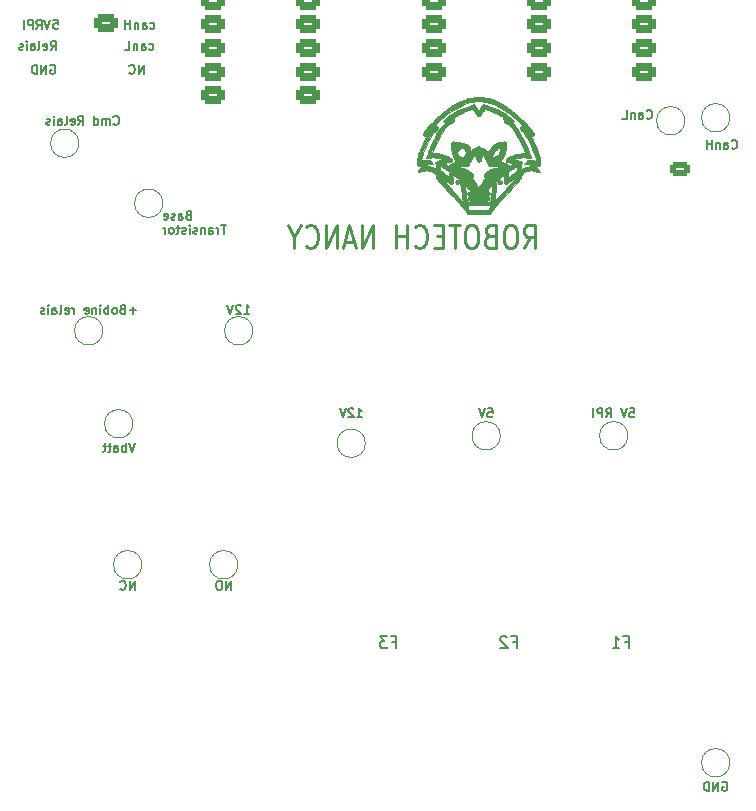
<source format=gbr>
%TF.GenerationSoftware,KiCad,Pcbnew,(6.0.0)*%
%TF.CreationDate,2022-05-13T18:08:34+02:00*%
%TF.ProjectId,Alimentation,416c696d-656e-4746-9174-696f6e2e6b69,rev?*%
%TF.SameCoordinates,Original*%
%TF.FileFunction,Legend,Bot*%
%TF.FilePolarity,Positive*%
%FSLAX46Y46*%
G04 Gerber Fmt 4.6, Leading zero omitted, Abs format (unit mm)*
G04 Created by KiCad (PCBNEW (6.0.0)) date 2022-05-13 18:08:34*
%MOMM*%
%LPD*%
G01*
G04 APERTURE LIST*
G04 Aperture macros list*
%AMRoundRect*
0 Rectangle with rounded corners*
0 $1 Rounding radius*
0 $2 $3 $4 $5 $6 $7 $8 $9 X,Y pos of 4 corners*
0 Add a 4 corners polygon primitive as box body*
4,1,4,$2,$3,$4,$5,$6,$7,$8,$9,$2,$3,0*
0 Add four circle primitives for the rounded corners*
1,1,$1+$1,$2,$3*
1,1,$1+$1,$4,$5*
1,1,$1+$1,$6,$7*
1,1,$1+$1,$8,$9*
0 Add four rect primitives between the rounded corners*
20,1,$1+$1,$2,$3,$4,$5,0*
20,1,$1+$1,$4,$5,$6,$7,0*
20,1,$1+$1,$6,$7,$8,$9,0*
20,1,$1+$1,$8,$9,$2,$3,0*%
G04 Aperture macros list end*
%ADD10C,0.150000*%
%ADD11C,0.187500*%
%ADD12C,0.250000*%
%ADD13C,0.120000*%
%ADD14C,0.010000*%
%ADD15RoundRect,0.312500X-0.687500X0.437500X-0.687500X-0.437500X0.687500X-0.437500X0.687500X0.437500X0*%
%ADD16R,2.500000X2.500000*%
%ADD17O,2.500000X2.500000*%
%ADD18R,2.500000X1.500000*%
%ADD19O,2.500000X1.500000*%
%ADD20R,1.700000X1.700000*%
%ADD21O,1.700000X1.700000*%
%ADD22RoundRect,0.312500X0.687500X-0.437500X0.687500X0.437500X-0.687500X0.437500X-0.687500X-0.437500X0*%
%ADD23O,2.000000X1.500000*%
%ADD24R,2.400000X2.400000*%
%ADD25O,2.400000X2.400000*%
%ADD26C,2.000000*%
%ADD27C,3.200000*%
%ADD28C,1.400000*%
%ADD29R,3.500000X3.500000*%
%ADD30C,3.500000*%
%ADD31RoundRect,0.250000X-0.625000X0.350000X-0.625000X-0.350000X0.625000X-0.350000X0.625000X0.350000X0*%
%ADD32O,1.750000X1.200000*%
%ADD33R,1.800000X1.800000*%
%ADD34O,1.800000X1.800000*%
%ADD35R,1.600000X1.600000*%
%ADD36C,1.600000*%
%ADD37O,1.600000X4.000000*%
G04 APERTURE END LIST*
D10*
X149669428Y-112401000D02*
X149740857Y-112365285D01*
X149848000Y-112365285D01*
X149955142Y-112401000D01*
X150026571Y-112472428D01*
X150062285Y-112543857D01*
X150098000Y-112686714D01*
X150098000Y-112793857D01*
X150062285Y-112936714D01*
X150026571Y-113008142D01*
X149955142Y-113079571D01*
X149848000Y-113115285D01*
X149776571Y-113115285D01*
X149669428Y-113079571D01*
X149633714Y-113043857D01*
X149633714Y-112793857D01*
X149776571Y-112793857D01*
X149312285Y-113115285D02*
X149312285Y-112365285D01*
X148883714Y-113115285D01*
X148883714Y-112365285D01*
X148526571Y-113115285D02*
X148526571Y-112365285D01*
X148348000Y-112365285D01*
X148240857Y-112401000D01*
X148169428Y-112472428D01*
X148133714Y-112543857D01*
X148098000Y-112686714D01*
X148098000Y-112793857D01*
X148133714Y-112936714D01*
X148169428Y-113008142D01*
X148240857Y-113079571D01*
X148348000Y-113115285D01*
X148526571Y-113115285D01*
X99903285Y-96097285D02*
X99903285Y-95347285D01*
X99474714Y-96097285D01*
X99474714Y-95347285D01*
X98689000Y-96025857D02*
X98724714Y-96061571D01*
X98831857Y-96097285D01*
X98903285Y-96097285D01*
X99010428Y-96061571D01*
X99081857Y-95990142D01*
X99117571Y-95918714D01*
X99153285Y-95775857D01*
X99153285Y-95668714D01*
X99117571Y-95525857D01*
X99081857Y-95454428D01*
X99010428Y-95383000D01*
X98903285Y-95347285D01*
X98831857Y-95347285D01*
X98724714Y-95383000D01*
X98689000Y-95418714D01*
X108049142Y-96097285D02*
X108049142Y-95347285D01*
X107620571Y-96097285D01*
X107620571Y-95347285D01*
X107120571Y-95347285D02*
X106977714Y-95347285D01*
X106906285Y-95383000D01*
X106834857Y-95454428D01*
X106799142Y-95597285D01*
X106799142Y-95847285D01*
X106834857Y-95990142D01*
X106906285Y-96061571D01*
X106977714Y-96097285D01*
X107120571Y-96097285D01*
X107192000Y-96061571D01*
X107263428Y-95990142D01*
X107299142Y-95847285D01*
X107299142Y-95597285D01*
X107263428Y-95454428D01*
X107192000Y-95383000D01*
X107120571Y-95347285D01*
X109176285Y-72729285D02*
X109604857Y-72729285D01*
X109390571Y-72729285D02*
X109390571Y-71979285D01*
X109462000Y-72086428D01*
X109533428Y-72157857D01*
X109604857Y-72193571D01*
X108890571Y-72050714D02*
X108854857Y-72015000D01*
X108783428Y-71979285D01*
X108604857Y-71979285D01*
X108533428Y-72015000D01*
X108497714Y-72050714D01*
X108462000Y-72122142D01*
X108462000Y-72193571D01*
X108497714Y-72300714D01*
X108926285Y-72729285D01*
X108462000Y-72729285D01*
X108247714Y-71979285D02*
X107997714Y-72729285D01*
X107747714Y-71979285D01*
D11*
X141819142Y-80742285D02*
X142176285Y-80742285D01*
X142212000Y-81099428D01*
X142176285Y-81063714D01*
X142104857Y-81028000D01*
X141926285Y-81028000D01*
X141854857Y-81063714D01*
X141819142Y-81099428D01*
X141783428Y-81170857D01*
X141783428Y-81349428D01*
X141819142Y-81420857D01*
X141854857Y-81456571D01*
X141926285Y-81492285D01*
X142104857Y-81492285D01*
X142176285Y-81456571D01*
X142212000Y-81420857D01*
X141569142Y-80742285D02*
X141319142Y-81492285D01*
X141069142Y-80742285D01*
X139819142Y-81492285D02*
X140069142Y-81135142D01*
X140247714Y-81492285D02*
X140247714Y-80742285D01*
X139962000Y-80742285D01*
X139890571Y-80778000D01*
X139854857Y-80813714D01*
X139819142Y-80885142D01*
X139819142Y-80992285D01*
X139854857Y-81063714D01*
X139890571Y-81099428D01*
X139962000Y-81135142D01*
X140247714Y-81135142D01*
X139497714Y-81492285D02*
X139497714Y-80742285D01*
X139212000Y-80742285D01*
X139140571Y-80778000D01*
X139104857Y-80813714D01*
X139069142Y-80885142D01*
X139069142Y-80992285D01*
X139104857Y-81063714D01*
X139140571Y-81099428D01*
X139212000Y-81135142D01*
X139497714Y-81135142D01*
X138747714Y-81492285D02*
X138747714Y-80742285D01*
D10*
X98111142Y-56655857D02*
X98146857Y-56691571D01*
X98254000Y-56727285D01*
X98325428Y-56727285D01*
X98432571Y-56691571D01*
X98504000Y-56620142D01*
X98539714Y-56548714D01*
X98575428Y-56405857D01*
X98575428Y-56298714D01*
X98539714Y-56155857D01*
X98504000Y-56084428D01*
X98432571Y-56013000D01*
X98325428Y-55977285D01*
X98254000Y-55977285D01*
X98146857Y-56013000D01*
X98111142Y-56048714D01*
X97789714Y-56727285D02*
X97789714Y-56227285D01*
X97789714Y-56298714D02*
X97754000Y-56263000D01*
X97682571Y-56227285D01*
X97575428Y-56227285D01*
X97504000Y-56263000D01*
X97468285Y-56334428D01*
X97468285Y-56727285D01*
X97468285Y-56334428D02*
X97432571Y-56263000D01*
X97361142Y-56227285D01*
X97254000Y-56227285D01*
X97182571Y-56263000D01*
X97146857Y-56334428D01*
X97146857Y-56727285D01*
X96468285Y-56727285D02*
X96468285Y-55977285D01*
X96468285Y-56691571D02*
X96539714Y-56727285D01*
X96682571Y-56727285D01*
X96754000Y-56691571D01*
X96789714Y-56655857D01*
X96825428Y-56584428D01*
X96825428Y-56370142D01*
X96789714Y-56298714D01*
X96754000Y-56263000D01*
X96682571Y-56227285D01*
X96539714Y-56227285D01*
X96468285Y-56263000D01*
X95111142Y-56727285D02*
X95361142Y-56370142D01*
X95539714Y-56727285D02*
X95539714Y-55977285D01*
X95254000Y-55977285D01*
X95182571Y-56013000D01*
X95146857Y-56048714D01*
X95111142Y-56120142D01*
X95111142Y-56227285D01*
X95146857Y-56298714D01*
X95182571Y-56334428D01*
X95254000Y-56370142D01*
X95539714Y-56370142D01*
X94504000Y-56691571D02*
X94575428Y-56727285D01*
X94718285Y-56727285D01*
X94789714Y-56691571D01*
X94825428Y-56620142D01*
X94825428Y-56334428D01*
X94789714Y-56263000D01*
X94718285Y-56227285D01*
X94575428Y-56227285D01*
X94504000Y-56263000D01*
X94468285Y-56334428D01*
X94468285Y-56405857D01*
X94825428Y-56477285D01*
X94039714Y-56727285D02*
X94111142Y-56691571D01*
X94146857Y-56620142D01*
X94146857Y-55977285D01*
X93432571Y-56727285D02*
X93432571Y-56334428D01*
X93468285Y-56263000D01*
X93539714Y-56227285D01*
X93682571Y-56227285D01*
X93754000Y-56263000D01*
X93432571Y-56691571D02*
X93504000Y-56727285D01*
X93682571Y-56727285D01*
X93754000Y-56691571D01*
X93789714Y-56620142D01*
X93789714Y-56548714D01*
X93754000Y-56477285D01*
X93682571Y-56441571D01*
X93504000Y-56441571D01*
X93432571Y-56405857D01*
X93075428Y-56727285D02*
X93075428Y-56227285D01*
X93075428Y-55977285D02*
X93111142Y-56013000D01*
X93075428Y-56048714D01*
X93039714Y-56013000D01*
X93075428Y-55977285D01*
X93075428Y-56048714D01*
X92754000Y-56691571D02*
X92682571Y-56727285D01*
X92539714Y-56727285D01*
X92468285Y-56691571D01*
X92432571Y-56620142D01*
X92432571Y-56584428D01*
X92468285Y-56513000D01*
X92539714Y-56477285D01*
X92646857Y-56477285D01*
X92718285Y-56441571D01*
X92754000Y-56370142D01*
X92754000Y-56334428D01*
X92718285Y-56263000D01*
X92646857Y-56227285D01*
X92539714Y-56227285D01*
X92468285Y-56263000D01*
D11*
X129809857Y-80742285D02*
X130167000Y-80742285D01*
X130202714Y-81099428D01*
X130167000Y-81063714D01*
X130095571Y-81028000D01*
X129917000Y-81028000D01*
X129845571Y-81063714D01*
X129809857Y-81099428D01*
X129774142Y-81170857D01*
X129774142Y-81349428D01*
X129809857Y-81420857D01*
X129845571Y-81456571D01*
X129917000Y-81492285D01*
X130095571Y-81492285D01*
X130167000Y-81456571D01*
X130202714Y-81420857D01*
X129559857Y-80742285D02*
X129309857Y-81492285D01*
X129059857Y-80742285D01*
X92773428Y-51695000D02*
X92844857Y-51659285D01*
X92952000Y-51659285D01*
X93059142Y-51695000D01*
X93130571Y-51766428D01*
X93166285Y-51837857D01*
X93202000Y-51980714D01*
X93202000Y-52087857D01*
X93166285Y-52230714D01*
X93130571Y-52302142D01*
X93059142Y-52373571D01*
X92952000Y-52409285D01*
X92880571Y-52409285D01*
X92773428Y-52373571D01*
X92737714Y-52337857D01*
X92737714Y-52087857D01*
X92880571Y-52087857D01*
X92416285Y-52409285D02*
X92416285Y-51659285D01*
X91987714Y-52409285D01*
X91987714Y-51659285D01*
X91630571Y-52409285D02*
X91630571Y-51659285D01*
X91452000Y-51659285D01*
X91344857Y-51695000D01*
X91273428Y-51766428D01*
X91237714Y-51837857D01*
X91202000Y-51980714D01*
X91202000Y-52087857D01*
X91237714Y-52230714D01*
X91273428Y-52302142D01*
X91344857Y-52373571D01*
X91452000Y-52409285D01*
X91630571Y-52409285D01*
X118701285Y-81492285D02*
X119129857Y-81492285D01*
X118915571Y-81492285D02*
X118915571Y-80742285D01*
X118987000Y-80849428D01*
X119058428Y-80920857D01*
X119129857Y-80956571D01*
X118415571Y-80813714D02*
X118379857Y-80778000D01*
X118308428Y-80742285D01*
X118129857Y-80742285D01*
X118058428Y-80778000D01*
X118022714Y-80813714D01*
X117987000Y-80885142D01*
X117987000Y-80956571D01*
X118022714Y-81063714D01*
X118451285Y-81492285D01*
X117987000Y-81492285D01*
X117772714Y-80742285D02*
X117522714Y-81492285D01*
X117272714Y-80742285D01*
D10*
X104455500Y-64366678D02*
X104348357Y-64402392D01*
X104312642Y-64438107D01*
X104276928Y-64509535D01*
X104276928Y-64616678D01*
X104312642Y-64688107D01*
X104348357Y-64723821D01*
X104419785Y-64759535D01*
X104705500Y-64759535D01*
X104705500Y-64009535D01*
X104455500Y-64009535D01*
X104384071Y-64045250D01*
X104348357Y-64080964D01*
X104312642Y-64152392D01*
X104312642Y-64223821D01*
X104348357Y-64295250D01*
X104384071Y-64330964D01*
X104455500Y-64366678D01*
X104705500Y-64366678D01*
X103634071Y-64759535D02*
X103634071Y-64366678D01*
X103669785Y-64295250D01*
X103741214Y-64259535D01*
X103884071Y-64259535D01*
X103955500Y-64295250D01*
X103634071Y-64723821D02*
X103705500Y-64759535D01*
X103884071Y-64759535D01*
X103955500Y-64723821D01*
X103991214Y-64652392D01*
X103991214Y-64580964D01*
X103955500Y-64509535D01*
X103884071Y-64473821D01*
X103705500Y-64473821D01*
X103634071Y-64438107D01*
X103312642Y-64723821D02*
X103241214Y-64759535D01*
X103098357Y-64759535D01*
X103026928Y-64723821D01*
X102991214Y-64652392D01*
X102991214Y-64616678D01*
X103026928Y-64545250D01*
X103098357Y-64509535D01*
X103205500Y-64509535D01*
X103276928Y-64473821D01*
X103312642Y-64402392D01*
X103312642Y-64366678D01*
X103276928Y-64295250D01*
X103205500Y-64259535D01*
X103098357Y-64259535D01*
X103026928Y-64295250D01*
X102384071Y-64723821D02*
X102455500Y-64759535D01*
X102598357Y-64759535D01*
X102669785Y-64723821D01*
X102705500Y-64652392D01*
X102705500Y-64366678D01*
X102669785Y-64295250D01*
X102598357Y-64259535D01*
X102455500Y-64259535D01*
X102384071Y-64295250D01*
X102348357Y-64366678D01*
X102348357Y-64438107D01*
X102705500Y-64509535D01*
X107669785Y-65217035D02*
X107241214Y-65217035D01*
X107455500Y-65967035D02*
X107455500Y-65217035D01*
X106991214Y-65967035D02*
X106991214Y-65467035D01*
X106991214Y-65609892D02*
X106955500Y-65538464D01*
X106919785Y-65502750D01*
X106848357Y-65467035D01*
X106776928Y-65467035D01*
X106205500Y-65967035D02*
X106205500Y-65574178D01*
X106241214Y-65502750D01*
X106312642Y-65467035D01*
X106455500Y-65467035D01*
X106526928Y-65502750D01*
X106205500Y-65931321D02*
X106276928Y-65967035D01*
X106455500Y-65967035D01*
X106526928Y-65931321D01*
X106562642Y-65859892D01*
X106562642Y-65788464D01*
X106526928Y-65717035D01*
X106455500Y-65681321D01*
X106276928Y-65681321D01*
X106205500Y-65645607D01*
X105848357Y-65467035D02*
X105848357Y-65967035D01*
X105848357Y-65538464D02*
X105812642Y-65502750D01*
X105741214Y-65467035D01*
X105634071Y-65467035D01*
X105562642Y-65502750D01*
X105526928Y-65574178D01*
X105526928Y-65967035D01*
X105205500Y-65931321D02*
X105134071Y-65967035D01*
X104991214Y-65967035D01*
X104919785Y-65931321D01*
X104884071Y-65859892D01*
X104884071Y-65824178D01*
X104919785Y-65752750D01*
X104991214Y-65717035D01*
X105098357Y-65717035D01*
X105169785Y-65681321D01*
X105205500Y-65609892D01*
X105205500Y-65574178D01*
X105169785Y-65502750D01*
X105098357Y-65467035D01*
X104991214Y-65467035D01*
X104919785Y-65502750D01*
X104562642Y-65967035D02*
X104562642Y-65467035D01*
X104562642Y-65217035D02*
X104598357Y-65252750D01*
X104562642Y-65288464D01*
X104526928Y-65252750D01*
X104562642Y-65217035D01*
X104562642Y-65288464D01*
X104241214Y-65931321D02*
X104169785Y-65967035D01*
X104026928Y-65967035D01*
X103955500Y-65931321D01*
X103919785Y-65859892D01*
X103919785Y-65824178D01*
X103955500Y-65752750D01*
X104026928Y-65717035D01*
X104134071Y-65717035D01*
X104205500Y-65681321D01*
X104241214Y-65609892D01*
X104241214Y-65574178D01*
X104205500Y-65502750D01*
X104134071Y-65467035D01*
X104026928Y-65467035D01*
X103955500Y-65502750D01*
X103705500Y-65467035D02*
X103419785Y-65467035D01*
X103598357Y-65217035D02*
X103598357Y-65859892D01*
X103562642Y-65931321D01*
X103491214Y-65967035D01*
X103419785Y-65967035D01*
X103062642Y-65967035D02*
X103134071Y-65931321D01*
X103169785Y-65895607D01*
X103205500Y-65824178D01*
X103205500Y-65609892D01*
X103169785Y-65538464D01*
X103134071Y-65502750D01*
X103062642Y-65467035D01*
X102955500Y-65467035D01*
X102884071Y-65502750D01*
X102848357Y-65538464D01*
X102812642Y-65609892D01*
X102812642Y-65824178D01*
X102848357Y-65895607D01*
X102884071Y-65931321D01*
X102955500Y-65967035D01*
X103062642Y-65967035D01*
X102491214Y-65967035D02*
X102491214Y-65467035D01*
X102491214Y-65609892D02*
X102455500Y-65538464D01*
X102419785Y-65502750D01*
X102348357Y-65467035D01*
X102276928Y-65467035D01*
X100047714Y-72443571D02*
X99476285Y-72443571D01*
X99762000Y-72729285D02*
X99762000Y-72157857D01*
X98869142Y-72336428D02*
X98762000Y-72372142D01*
X98726285Y-72407857D01*
X98690571Y-72479285D01*
X98690571Y-72586428D01*
X98726285Y-72657857D01*
X98762000Y-72693571D01*
X98833428Y-72729285D01*
X99119142Y-72729285D01*
X99119142Y-71979285D01*
X98869142Y-71979285D01*
X98797714Y-72015000D01*
X98762000Y-72050714D01*
X98726285Y-72122142D01*
X98726285Y-72193571D01*
X98762000Y-72265000D01*
X98797714Y-72300714D01*
X98869142Y-72336428D01*
X99119142Y-72336428D01*
X98262000Y-72729285D02*
X98333428Y-72693571D01*
X98369142Y-72657857D01*
X98404857Y-72586428D01*
X98404857Y-72372142D01*
X98369142Y-72300714D01*
X98333428Y-72265000D01*
X98262000Y-72229285D01*
X98154857Y-72229285D01*
X98083428Y-72265000D01*
X98047714Y-72300714D01*
X98012000Y-72372142D01*
X98012000Y-72586428D01*
X98047714Y-72657857D01*
X98083428Y-72693571D01*
X98154857Y-72729285D01*
X98262000Y-72729285D01*
X97690571Y-72729285D02*
X97690571Y-71979285D01*
X97690571Y-72265000D02*
X97619142Y-72229285D01*
X97476285Y-72229285D01*
X97404857Y-72265000D01*
X97369142Y-72300714D01*
X97333428Y-72372142D01*
X97333428Y-72586428D01*
X97369142Y-72657857D01*
X97404857Y-72693571D01*
X97476285Y-72729285D01*
X97619142Y-72729285D01*
X97690571Y-72693571D01*
X97012000Y-72729285D02*
X97012000Y-72229285D01*
X97012000Y-71979285D02*
X97047714Y-72015000D01*
X97012000Y-72050714D01*
X96976285Y-72015000D01*
X97012000Y-71979285D01*
X97012000Y-72050714D01*
X96654857Y-72229285D02*
X96654857Y-72729285D01*
X96654857Y-72300714D02*
X96619142Y-72265000D01*
X96547714Y-72229285D01*
X96440571Y-72229285D01*
X96369142Y-72265000D01*
X96333428Y-72336428D01*
X96333428Y-72729285D01*
X95690571Y-72693571D02*
X95762000Y-72729285D01*
X95904857Y-72729285D01*
X95976285Y-72693571D01*
X96012000Y-72622142D01*
X96012000Y-72336428D01*
X95976285Y-72265000D01*
X95904857Y-72229285D01*
X95762000Y-72229285D01*
X95690571Y-72265000D01*
X95654857Y-72336428D01*
X95654857Y-72407857D01*
X96012000Y-72479285D01*
X94762000Y-72729285D02*
X94762000Y-72229285D01*
X94762000Y-72372142D02*
X94726285Y-72300714D01*
X94690571Y-72265000D01*
X94619142Y-72229285D01*
X94547714Y-72229285D01*
X94012000Y-72693571D02*
X94083428Y-72729285D01*
X94226285Y-72729285D01*
X94297714Y-72693571D01*
X94333428Y-72622142D01*
X94333428Y-72336428D01*
X94297714Y-72265000D01*
X94226285Y-72229285D01*
X94083428Y-72229285D01*
X94012000Y-72265000D01*
X93976285Y-72336428D01*
X93976285Y-72407857D01*
X94333428Y-72479285D01*
X93547714Y-72729285D02*
X93619142Y-72693571D01*
X93654857Y-72622142D01*
X93654857Y-71979285D01*
X92940571Y-72729285D02*
X92940571Y-72336428D01*
X92976285Y-72265000D01*
X93047714Y-72229285D01*
X93190571Y-72229285D01*
X93262000Y-72265000D01*
X92940571Y-72693571D02*
X93012000Y-72729285D01*
X93190571Y-72729285D01*
X93262000Y-72693571D01*
X93297714Y-72622142D01*
X93297714Y-72550714D01*
X93262000Y-72479285D01*
X93190571Y-72443571D01*
X93012000Y-72443571D01*
X92940571Y-72407857D01*
X92583428Y-72729285D02*
X92583428Y-72229285D01*
X92583428Y-71979285D02*
X92619142Y-72015000D01*
X92583428Y-72050714D01*
X92547714Y-72015000D01*
X92583428Y-71979285D01*
X92583428Y-72050714D01*
X92262000Y-72693571D02*
X92190571Y-72729285D01*
X92047714Y-72729285D01*
X91976285Y-72693571D01*
X91940571Y-72622142D01*
X91940571Y-72586428D01*
X91976285Y-72515000D01*
X92047714Y-72479285D01*
X92154857Y-72479285D01*
X92226285Y-72443571D01*
X92262000Y-72372142D01*
X92262000Y-72336428D01*
X92226285Y-72265000D01*
X92154857Y-72229285D01*
X92047714Y-72229285D01*
X91976285Y-72265000D01*
X143244000Y-56147857D02*
X143279714Y-56183571D01*
X143386857Y-56219285D01*
X143458285Y-56219285D01*
X143565428Y-56183571D01*
X143636857Y-56112142D01*
X143672571Y-56040714D01*
X143708285Y-55897857D01*
X143708285Y-55790714D01*
X143672571Y-55647857D01*
X143636857Y-55576428D01*
X143565428Y-55505000D01*
X143458285Y-55469285D01*
X143386857Y-55469285D01*
X143279714Y-55505000D01*
X143244000Y-55540714D01*
X142601142Y-56219285D02*
X142601142Y-55826428D01*
X142636857Y-55755000D01*
X142708285Y-55719285D01*
X142851142Y-55719285D01*
X142922571Y-55755000D01*
X142601142Y-56183571D02*
X142672571Y-56219285D01*
X142851142Y-56219285D01*
X142922571Y-56183571D01*
X142958285Y-56112142D01*
X142958285Y-56040714D01*
X142922571Y-55969285D01*
X142851142Y-55933571D01*
X142672571Y-55933571D01*
X142601142Y-55897857D01*
X142244000Y-55719285D02*
X142244000Y-56219285D01*
X142244000Y-55790714D02*
X142208285Y-55755000D01*
X142136857Y-55719285D01*
X142029714Y-55719285D01*
X141958285Y-55755000D01*
X141922571Y-55826428D01*
X141922571Y-56219285D01*
X141208285Y-56219285D02*
X141565428Y-56219285D01*
X141565428Y-55469285D01*
D11*
X100665285Y-52409285D02*
X100665285Y-51659285D01*
X100236714Y-52409285D01*
X100236714Y-51659285D01*
X99451000Y-52337857D02*
X99486714Y-52373571D01*
X99593857Y-52409285D01*
X99665285Y-52409285D01*
X99772428Y-52373571D01*
X99843857Y-52302142D01*
X99879571Y-52230714D01*
X99915285Y-52087857D01*
X99915285Y-51980714D01*
X99879571Y-51837857D01*
X99843857Y-51766428D01*
X99772428Y-51695000D01*
X99665285Y-51659285D01*
X99593857Y-51659285D01*
X99486714Y-51695000D01*
X99451000Y-51730714D01*
D10*
X99909142Y-83663285D02*
X99659142Y-84413285D01*
X99409142Y-83663285D01*
X99159142Y-84413285D02*
X99159142Y-83663285D01*
X99159142Y-83949000D02*
X99087714Y-83913285D01*
X98944857Y-83913285D01*
X98873428Y-83949000D01*
X98837714Y-83984714D01*
X98802000Y-84056142D01*
X98802000Y-84270428D01*
X98837714Y-84341857D01*
X98873428Y-84377571D01*
X98944857Y-84413285D01*
X99087714Y-84413285D01*
X99159142Y-84377571D01*
X98159142Y-84413285D02*
X98159142Y-84020428D01*
X98194857Y-83949000D01*
X98266285Y-83913285D01*
X98409142Y-83913285D01*
X98480571Y-83949000D01*
X98159142Y-84377571D02*
X98230571Y-84413285D01*
X98409142Y-84413285D01*
X98480571Y-84377571D01*
X98516285Y-84306142D01*
X98516285Y-84234714D01*
X98480571Y-84163285D01*
X98409142Y-84127571D01*
X98230571Y-84127571D01*
X98159142Y-84091857D01*
X97909142Y-83913285D02*
X97623428Y-83913285D01*
X97802000Y-83663285D02*
X97802000Y-84306142D01*
X97766285Y-84377571D01*
X97694857Y-84413285D01*
X97623428Y-84413285D01*
X97480571Y-83913285D02*
X97194857Y-83913285D01*
X97373428Y-83663285D02*
X97373428Y-84306142D01*
X97337714Y-84377571D01*
X97266285Y-84413285D01*
X97194857Y-84413285D01*
D12*
X132853523Y-67198761D02*
X133386857Y-66246380D01*
X133767809Y-67198761D02*
X133767809Y-65198761D01*
X133158285Y-65198761D01*
X133005904Y-65294000D01*
X132929714Y-65389238D01*
X132853523Y-65579714D01*
X132853523Y-65865428D01*
X132929714Y-66055904D01*
X133005904Y-66151142D01*
X133158285Y-66246380D01*
X133767809Y-66246380D01*
X131863047Y-65198761D02*
X131558285Y-65198761D01*
X131405904Y-65294000D01*
X131253523Y-65484476D01*
X131177333Y-65865428D01*
X131177333Y-66532095D01*
X131253523Y-66913047D01*
X131405904Y-67103523D01*
X131558285Y-67198761D01*
X131863047Y-67198761D01*
X132015428Y-67103523D01*
X132167809Y-66913047D01*
X132244000Y-66532095D01*
X132244000Y-65865428D01*
X132167809Y-65484476D01*
X132015428Y-65294000D01*
X131863047Y-65198761D01*
X129958285Y-66151142D02*
X129729714Y-66246380D01*
X129653523Y-66341619D01*
X129577333Y-66532095D01*
X129577333Y-66817809D01*
X129653523Y-67008285D01*
X129729714Y-67103523D01*
X129882095Y-67198761D01*
X130491619Y-67198761D01*
X130491619Y-65198761D01*
X129958285Y-65198761D01*
X129805904Y-65294000D01*
X129729714Y-65389238D01*
X129653523Y-65579714D01*
X129653523Y-65770190D01*
X129729714Y-65960666D01*
X129805904Y-66055904D01*
X129958285Y-66151142D01*
X130491619Y-66151142D01*
X128586857Y-65198761D02*
X128282095Y-65198761D01*
X128129714Y-65294000D01*
X127977333Y-65484476D01*
X127901142Y-65865428D01*
X127901142Y-66532095D01*
X127977333Y-66913047D01*
X128129714Y-67103523D01*
X128282095Y-67198761D01*
X128586857Y-67198761D01*
X128739238Y-67103523D01*
X128891619Y-66913047D01*
X128967809Y-66532095D01*
X128967809Y-65865428D01*
X128891619Y-65484476D01*
X128739238Y-65294000D01*
X128586857Y-65198761D01*
X127443999Y-65198761D02*
X126529714Y-65198761D01*
X126986857Y-67198761D02*
X126986857Y-65198761D01*
X125996380Y-66151142D02*
X125463047Y-66151142D01*
X125234476Y-67198761D02*
X125996380Y-67198761D01*
X125996380Y-65198761D01*
X125234476Y-65198761D01*
X123634476Y-67008285D02*
X123710666Y-67103523D01*
X123939238Y-67198761D01*
X124091619Y-67198761D01*
X124320190Y-67103523D01*
X124472571Y-66913047D01*
X124548761Y-66722571D01*
X124624952Y-66341619D01*
X124624952Y-66055904D01*
X124548761Y-65674952D01*
X124472571Y-65484476D01*
X124320190Y-65294000D01*
X124091619Y-65198761D01*
X123939238Y-65198761D01*
X123710666Y-65294000D01*
X123634476Y-65389238D01*
X122948761Y-67198761D02*
X122948761Y-65198761D01*
X122948761Y-66151142D02*
X122034476Y-66151142D01*
X122034476Y-67198761D02*
X122034476Y-65198761D01*
X120053523Y-67198761D02*
X120053523Y-65198761D01*
X119139238Y-67198761D01*
X119139238Y-65198761D01*
X118453523Y-66627333D02*
X117691619Y-66627333D01*
X118605904Y-67198761D02*
X118072571Y-65198761D01*
X117539238Y-67198761D01*
X117005904Y-67198761D02*
X117005904Y-65198761D01*
X116091619Y-67198761D01*
X116091619Y-65198761D01*
X114415428Y-67008285D02*
X114491619Y-67103523D01*
X114720190Y-67198761D01*
X114872571Y-67198761D01*
X115101142Y-67103523D01*
X115253523Y-66913047D01*
X115329714Y-66722571D01*
X115405904Y-66341619D01*
X115405904Y-66055904D01*
X115329714Y-65674952D01*
X115253523Y-65484476D01*
X115101142Y-65294000D01*
X114872571Y-65198761D01*
X114720190Y-65198761D01*
X114491619Y-65294000D01*
X114415428Y-65389238D01*
X113424952Y-66246380D02*
X113424952Y-67198761D01*
X113958285Y-65198761D02*
X113424952Y-66246380D01*
X112891619Y-65198761D01*
D11*
X101222857Y-48563571D02*
X101294285Y-48599285D01*
X101437142Y-48599285D01*
X101508571Y-48563571D01*
X101544285Y-48527857D01*
X101580000Y-48456428D01*
X101580000Y-48242142D01*
X101544285Y-48170714D01*
X101508571Y-48135000D01*
X101437142Y-48099285D01*
X101294285Y-48099285D01*
X101222857Y-48135000D01*
X100580000Y-48599285D02*
X100580000Y-48206428D01*
X100615714Y-48135000D01*
X100687142Y-48099285D01*
X100830000Y-48099285D01*
X100901428Y-48135000D01*
X100580000Y-48563571D02*
X100651428Y-48599285D01*
X100830000Y-48599285D01*
X100901428Y-48563571D01*
X100937142Y-48492142D01*
X100937142Y-48420714D01*
X100901428Y-48349285D01*
X100830000Y-48313571D01*
X100651428Y-48313571D01*
X100580000Y-48277857D01*
X100222857Y-48099285D02*
X100222857Y-48599285D01*
X100222857Y-48170714D02*
X100187142Y-48135000D01*
X100115714Y-48099285D01*
X100008571Y-48099285D01*
X99937142Y-48135000D01*
X99901428Y-48206428D01*
X99901428Y-48599285D01*
X99544285Y-48599285D02*
X99544285Y-47849285D01*
X99544285Y-48206428D02*
X99115714Y-48206428D01*
X99115714Y-48599285D02*
X99115714Y-47849285D01*
X92801142Y-50377285D02*
X93051142Y-50020142D01*
X93229714Y-50377285D02*
X93229714Y-49627285D01*
X92944000Y-49627285D01*
X92872571Y-49663000D01*
X92836857Y-49698714D01*
X92801142Y-49770142D01*
X92801142Y-49877285D01*
X92836857Y-49948714D01*
X92872571Y-49984428D01*
X92944000Y-50020142D01*
X93229714Y-50020142D01*
X92194000Y-50341571D02*
X92265428Y-50377285D01*
X92408285Y-50377285D01*
X92479714Y-50341571D01*
X92515428Y-50270142D01*
X92515428Y-49984428D01*
X92479714Y-49913000D01*
X92408285Y-49877285D01*
X92265428Y-49877285D01*
X92194000Y-49913000D01*
X92158285Y-49984428D01*
X92158285Y-50055857D01*
X92515428Y-50127285D01*
X91729714Y-50377285D02*
X91801142Y-50341571D01*
X91836857Y-50270142D01*
X91836857Y-49627285D01*
X91122571Y-50377285D02*
X91122571Y-49984428D01*
X91158285Y-49913000D01*
X91229714Y-49877285D01*
X91372571Y-49877285D01*
X91444000Y-49913000D01*
X91122571Y-50341571D02*
X91194000Y-50377285D01*
X91372571Y-50377285D01*
X91444000Y-50341571D01*
X91479714Y-50270142D01*
X91479714Y-50198714D01*
X91444000Y-50127285D01*
X91372571Y-50091571D01*
X91194000Y-50091571D01*
X91122571Y-50055857D01*
X90765428Y-50377285D02*
X90765428Y-49877285D01*
X90765428Y-49627285D02*
X90801142Y-49663000D01*
X90765428Y-49698714D01*
X90729714Y-49663000D01*
X90765428Y-49627285D01*
X90765428Y-49698714D01*
X90444000Y-50341571D02*
X90372571Y-50377285D01*
X90229714Y-50377285D01*
X90158285Y-50341571D01*
X90122571Y-50270142D01*
X90122571Y-50234428D01*
X90158285Y-50163000D01*
X90229714Y-50127285D01*
X90336857Y-50127285D01*
X90408285Y-50091571D01*
X90444000Y-50020142D01*
X90444000Y-49984428D01*
X90408285Y-49913000D01*
X90336857Y-49877285D01*
X90229714Y-49877285D01*
X90158285Y-49913000D01*
D10*
X150445285Y-58687857D02*
X150481000Y-58723571D01*
X150588142Y-58759285D01*
X150659571Y-58759285D01*
X150766714Y-58723571D01*
X150838142Y-58652142D01*
X150873857Y-58580714D01*
X150909571Y-58437857D01*
X150909571Y-58330714D01*
X150873857Y-58187857D01*
X150838142Y-58116428D01*
X150766714Y-58045000D01*
X150659571Y-58009285D01*
X150588142Y-58009285D01*
X150481000Y-58045000D01*
X150445285Y-58080714D01*
X149802428Y-58759285D02*
X149802428Y-58366428D01*
X149838142Y-58295000D01*
X149909571Y-58259285D01*
X150052428Y-58259285D01*
X150123857Y-58295000D01*
X149802428Y-58723571D02*
X149873857Y-58759285D01*
X150052428Y-58759285D01*
X150123857Y-58723571D01*
X150159571Y-58652142D01*
X150159571Y-58580714D01*
X150123857Y-58509285D01*
X150052428Y-58473571D01*
X149873857Y-58473571D01*
X149802428Y-58437857D01*
X149445285Y-58259285D02*
X149445285Y-58759285D01*
X149445285Y-58330714D02*
X149409571Y-58295000D01*
X149338142Y-58259285D01*
X149231000Y-58259285D01*
X149159571Y-58295000D01*
X149123857Y-58366428D01*
X149123857Y-58759285D01*
X148766714Y-58759285D02*
X148766714Y-58009285D01*
X148766714Y-58366428D02*
X148338142Y-58366428D01*
X148338142Y-58759285D02*
X148338142Y-58009285D01*
D11*
X93019428Y-47849285D02*
X93376571Y-47849285D01*
X93412285Y-48206428D01*
X93376571Y-48170714D01*
X93305142Y-48135000D01*
X93126571Y-48135000D01*
X93055142Y-48170714D01*
X93019428Y-48206428D01*
X92983714Y-48277857D01*
X92983714Y-48456428D01*
X93019428Y-48527857D01*
X93055142Y-48563571D01*
X93126571Y-48599285D01*
X93305142Y-48599285D01*
X93376571Y-48563571D01*
X93412285Y-48527857D01*
X92769428Y-47849285D02*
X92519428Y-48599285D01*
X92269428Y-47849285D01*
X91590857Y-48599285D02*
X91840857Y-48242142D01*
X92019428Y-48599285D02*
X92019428Y-47849285D01*
X91733714Y-47849285D01*
X91662285Y-47885000D01*
X91626571Y-47920714D01*
X91590857Y-47992142D01*
X91590857Y-48099285D01*
X91626571Y-48170714D01*
X91662285Y-48206428D01*
X91733714Y-48242142D01*
X92019428Y-48242142D01*
X91269428Y-48599285D02*
X91269428Y-47849285D01*
X90983714Y-47849285D01*
X90912285Y-47885000D01*
X90876571Y-47920714D01*
X90840857Y-47992142D01*
X90840857Y-48099285D01*
X90876571Y-48170714D01*
X90912285Y-48206428D01*
X90983714Y-48242142D01*
X91269428Y-48242142D01*
X90519428Y-48599285D02*
X90519428Y-47849285D01*
X101133571Y-50341571D02*
X101205000Y-50377285D01*
X101347857Y-50377285D01*
X101419285Y-50341571D01*
X101455000Y-50305857D01*
X101490714Y-50234428D01*
X101490714Y-50020142D01*
X101455000Y-49948714D01*
X101419285Y-49913000D01*
X101347857Y-49877285D01*
X101205000Y-49877285D01*
X101133571Y-49913000D01*
X100490714Y-50377285D02*
X100490714Y-49984428D01*
X100526428Y-49913000D01*
X100597857Y-49877285D01*
X100740714Y-49877285D01*
X100812142Y-49913000D01*
X100490714Y-50341571D02*
X100562142Y-50377285D01*
X100740714Y-50377285D01*
X100812142Y-50341571D01*
X100847857Y-50270142D01*
X100847857Y-50198714D01*
X100812142Y-50127285D01*
X100740714Y-50091571D01*
X100562142Y-50091571D01*
X100490714Y-50055857D01*
X100133571Y-49877285D02*
X100133571Y-50377285D01*
X100133571Y-49948714D02*
X100097857Y-49913000D01*
X100026428Y-49877285D01*
X99919285Y-49877285D01*
X99847857Y-49913000D01*
X99812142Y-49984428D01*
X99812142Y-50377285D01*
X99097857Y-50377285D02*
X99455000Y-50377285D01*
X99455000Y-49627285D01*
D10*
%TO.C,F2*%
X131905333Y-100512571D02*
X132238666Y-100512571D01*
X132238666Y-101036380D02*
X132238666Y-100036380D01*
X131762476Y-100036380D01*
X131429142Y-100131619D02*
X131381523Y-100084000D01*
X131286285Y-100036380D01*
X131048190Y-100036380D01*
X130952952Y-100084000D01*
X130905333Y-100131619D01*
X130857714Y-100226857D01*
X130857714Y-100322095D01*
X130905333Y-100464952D01*
X131476761Y-101036380D01*
X130857714Y-101036380D01*
%TO.C,F3*%
X121735333Y-100512571D02*
X122068666Y-100512571D01*
X122068666Y-101036380D02*
X122068666Y-100036380D01*
X121592476Y-100036380D01*
X121306761Y-100036380D02*
X120687714Y-100036380D01*
X121021047Y-100417333D01*
X120878190Y-100417333D01*
X120782952Y-100464952D01*
X120735333Y-100512571D01*
X120687714Y-100607809D01*
X120687714Y-100845904D01*
X120735333Y-100941142D01*
X120782952Y-100988761D01*
X120878190Y-101036380D01*
X121163904Y-101036380D01*
X121259142Y-100988761D01*
X121306761Y-100941142D01*
%TO.C,F1*%
X141420333Y-100512571D02*
X141753666Y-100512571D01*
X141753666Y-101036380D02*
X141753666Y-100036380D01*
X141277476Y-100036380D01*
X140372714Y-101036380D02*
X140944142Y-101036380D01*
X140658428Y-101036380D02*
X140658428Y-100036380D01*
X140753666Y-100179238D01*
X140848904Y-100274476D01*
X140944142Y-100322095D01*
D13*
%TO.C,TP8*%
X95180000Y-58293000D02*
G75*
G03*
X95180000Y-58293000I-1200000J0D01*
G01*
%TO.C,TP14*%
X150298000Y-110744000D02*
G75*
G03*
X150298000Y-110744000I-1200000J0D01*
G01*
%TO.C,TP7*%
X100514000Y-93980000D02*
G75*
G03*
X100514000Y-93980000I-1200000J0D01*
G01*
%TO.C,TP1*%
X146488000Y-56388000D02*
G75*
G03*
X146488000Y-56388000I-1200000J0D01*
G01*
%TO.C,TP6*%
X99752000Y-82042000D02*
G75*
G03*
X99752000Y-82042000I-1200000J0D01*
G01*
%TO.C,TP4*%
X109912000Y-74168000D02*
G75*
G03*
X109912000Y-74168000I-1200000J0D01*
G01*
%TO.C,TP9*%
X102292000Y-63373000D02*
G75*
G03*
X102292000Y-63373000I-1200000J0D01*
G01*
%TO.C,TP11*%
X130867000Y-83058000D02*
G75*
G03*
X130867000Y-83058000I-1200000J0D01*
G01*
%TO.C,TP2*%
X150298000Y-56134000D02*
G75*
G03*
X150298000Y-56134000I-1200000J0D01*
G01*
%TO.C,TP12*%
X119437000Y-83693000D02*
G75*
G03*
X119437000Y-83693000I-1200000J0D01*
G01*
D14*
%TO.C,G\u002A\u002A\u002A*%
X130741764Y-61425958D02*
X130690248Y-61467880D01*
X130690248Y-61467880D02*
X130664624Y-61511176D01*
X130664624Y-61511176D02*
X130649882Y-61582693D01*
X130649882Y-61582693D02*
X130663145Y-61647258D01*
X130663145Y-61647258D02*
X130698831Y-61699631D01*
X130698831Y-61699631D02*
X130751357Y-61734576D01*
X130751357Y-61734576D02*
X130815140Y-61746854D01*
X130815140Y-61746854D02*
X130884598Y-61731227D01*
X130884598Y-61731227D02*
X130894247Y-61726622D01*
X130894247Y-61726622D02*
X130951612Y-61679662D01*
X130951612Y-61679662D02*
X130976578Y-61634152D01*
X130976578Y-61634152D02*
X130990043Y-61589716D01*
X130990043Y-61589716D02*
X130988120Y-61554441D01*
X130988120Y-61554441D02*
X130969623Y-61509709D01*
X130969623Y-61509709D02*
X130968531Y-61507478D01*
X130968531Y-61507478D02*
X130924455Y-61449526D01*
X130924455Y-61449526D02*
X130866728Y-61416685D01*
X130866728Y-61416685D02*
X130803210Y-61408861D01*
X130803210Y-61408861D02*
X130741764Y-61425958D01*
X130741764Y-61425958D02*
X130741764Y-61425958D01*
G36*
X130866728Y-61416685D02*
G01*
X130924455Y-61449526D01*
X130968531Y-61507478D01*
X130969623Y-61509709D01*
X130988120Y-61554441D01*
X130990043Y-61589716D01*
X130976578Y-61634152D01*
X130951612Y-61679662D01*
X130894247Y-61726622D01*
X130884598Y-61731227D01*
X130815140Y-61746854D01*
X130751357Y-61734576D01*
X130698831Y-61699631D01*
X130663145Y-61647258D01*
X130649882Y-61582693D01*
X130664624Y-61511176D01*
X130690248Y-61467880D01*
X130741764Y-61425958D01*
X130803210Y-61408861D01*
X130866728Y-61416685D01*
G37*
X130866728Y-61416685D02*
X130924455Y-61449526D01*
X130968531Y-61507478D01*
X130969623Y-61509709D01*
X130988120Y-61554441D01*
X130990043Y-61589716D01*
X130976578Y-61634152D01*
X130951612Y-61679662D01*
X130894247Y-61726622D01*
X130884598Y-61731227D01*
X130815140Y-61746854D01*
X130751357Y-61734576D01*
X130698831Y-61699631D01*
X130663145Y-61647258D01*
X130649882Y-61582693D01*
X130664624Y-61511176D01*
X130690248Y-61467880D01*
X130741764Y-61425958D01*
X130803210Y-61408861D01*
X130866728Y-61416685D01*
X127151897Y-61425958D02*
X127100381Y-61467880D01*
X127100381Y-61467880D02*
X127074757Y-61511176D01*
X127074757Y-61511176D02*
X127060015Y-61582693D01*
X127060015Y-61582693D02*
X127073279Y-61647258D01*
X127073279Y-61647258D02*
X127108964Y-61699631D01*
X127108964Y-61699631D02*
X127161490Y-61734576D01*
X127161490Y-61734576D02*
X127225273Y-61746854D01*
X127225273Y-61746854D02*
X127294732Y-61731227D01*
X127294732Y-61731227D02*
X127304380Y-61726622D01*
X127304380Y-61726622D02*
X127361746Y-61679662D01*
X127361746Y-61679662D02*
X127386711Y-61634152D01*
X127386711Y-61634152D02*
X127400177Y-61589716D01*
X127400177Y-61589716D02*
X127398253Y-61554441D01*
X127398253Y-61554441D02*
X127379757Y-61509709D01*
X127379757Y-61509709D02*
X127378664Y-61507478D01*
X127378664Y-61507478D02*
X127334588Y-61449526D01*
X127334588Y-61449526D02*
X127276861Y-61416685D01*
X127276861Y-61416685D02*
X127213344Y-61408861D01*
X127213344Y-61408861D02*
X127151897Y-61425958D01*
X127151897Y-61425958D02*
X127151897Y-61425958D01*
G36*
X127276861Y-61416685D02*
G01*
X127334588Y-61449526D01*
X127378664Y-61507478D01*
X127379757Y-61509709D01*
X127398253Y-61554441D01*
X127400177Y-61589716D01*
X127386711Y-61634152D01*
X127361746Y-61679662D01*
X127304380Y-61726622D01*
X127294732Y-61731227D01*
X127225273Y-61746854D01*
X127161490Y-61734576D01*
X127108964Y-61699631D01*
X127073279Y-61647258D01*
X127060015Y-61582693D01*
X127074757Y-61511176D01*
X127100381Y-61467880D01*
X127151897Y-61425958D01*
X127213344Y-61408861D01*
X127276861Y-61416685D01*
G37*
X127276861Y-61416685D02*
X127334588Y-61449526D01*
X127378664Y-61507478D01*
X127379757Y-61509709D01*
X127398253Y-61554441D01*
X127400177Y-61589716D01*
X127386711Y-61634152D01*
X127361746Y-61679662D01*
X127304380Y-61726622D01*
X127294732Y-61731227D01*
X127225273Y-61746854D01*
X127161490Y-61734576D01*
X127108964Y-61699631D01*
X127073279Y-61647258D01*
X127060015Y-61582693D01*
X127074757Y-61511176D01*
X127100381Y-61467880D01*
X127151897Y-61425958D01*
X127213344Y-61408861D01*
X127276861Y-61416685D01*
X128814906Y-54402614D02*
X128663699Y-54410663D01*
X128663699Y-54410663D02*
X128533021Y-54423241D01*
X128533021Y-54423241D02*
X128483739Y-54430310D01*
X128483739Y-54430310D02*
X128163914Y-54497781D01*
X128163914Y-54497781D02*
X127840357Y-54596547D01*
X127840357Y-54596547D02*
X127512575Y-54726869D01*
X127512575Y-54726869D02*
X127180075Y-54889007D01*
X127180075Y-54889007D02*
X126842367Y-55083221D01*
X126842367Y-55083221D02*
X126498956Y-55309774D01*
X126498956Y-55309774D02*
X126149351Y-55568924D01*
X126149351Y-55568924D02*
X125814667Y-55842452D01*
X125814667Y-55842452D02*
X125632448Y-56003420D01*
X125632448Y-56003420D02*
X125439608Y-56183807D01*
X125439608Y-56183807D02*
X125242251Y-56377335D01*
X125242251Y-56377335D02*
X125046481Y-56577724D01*
X125046481Y-56577724D02*
X124858400Y-56778695D01*
X124858400Y-56778695D02*
X124684112Y-56973968D01*
X124684112Y-56973968D02*
X124529718Y-57157264D01*
X124529718Y-57157264D02*
X124495806Y-57199399D01*
X124495806Y-57199399D02*
X124418863Y-57298018D01*
X124418863Y-57298018D02*
X124363170Y-57375792D01*
X124363170Y-57375792D02*
X124327352Y-57437073D01*
X124327352Y-57437073D02*
X124310033Y-57486216D01*
X124310033Y-57486216D02*
X124309836Y-57527573D01*
X124309836Y-57527573D02*
X124325386Y-57565499D01*
X124325386Y-57565499D02*
X124355307Y-57604347D01*
X124355307Y-57604347D02*
X124364633Y-57614460D01*
X124364633Y-57614460D02*
X124426830Y-57661319D01*
X124426830Y-57661319D02*
X124492391Y-57676034D01*
X124492391Y-57676034D02*
X124557373Y-57658125D01*
X124557373Y-57658125D02*
X124583154Y-57641066D01*
X124583154Y-57641066D02*
X124615726Y-57617657D01*
X124615726Y-57617657D02*
X124635790Y-57607234D01*
X124635790Y-57607234D02*
X124636286Y-57607199D01*
X124636286Y-57607199D02*
X124632322Y-57621332D01*
X124632322Y-57621332D02*
X124614896Y-57660404D01*
X124614896Y-57660404D02*
X124586394Y-57719426D01*
X124586394Y-57719426D02*
X124549204Y-57793410D01*
X124549204Y-57793410D02*
X124520805Y-57848499D01*
X124520805Y-57848499D02*
X124470619Y-57947641D01*
X124470619Y-57947641D02*
X124414947Y-58062170D01*
X124414947Y-58062170D02*
X124356576Y-58185913D01*
X124356576Y-58185913D02*
X124298294Y-58312696D01*
X124298294Y-58312696D02*
X124242890Y-58436347D01*
X124242890Y-58436347D02*
X124193151Y-58550692D01*
X124193151Y-58550692D02*
X124151865Y-58649559D01*
X124151865Y-58649559D02*
X124121819Y-58726774D01*
X124121819Y-58726774D02*
X124113578Y-58750200D01*
X124113578Y-58750200D02*
X124097445Y-58797193D01*
X124097445Y-58797193D02*
X124072811Y-58867551D01*
X124072811Y-58867551D02*
X124042669Y-58952780D01*
X124042669Y-58952780D02*
X124010013Y-59044388D01*
X124010013Y-59044388D02*
X124000143Y-59071933D01*
X124000143Y-59071933D02*
X123933063Y-59265757D01*
X123933063Y-59265757D02*
X123880668Y-59433181D01*
X123880668Y-59433181D02*
X123842058Y-59577874D01*
X123842058Y-59577874D02*
X123816331Y-59703501D01*
X123816331Y-59703501D02*
X123802587Y-59813732D01*
X123802587Y-59813732D02*
X123799600Y-59888460D01*
X123799600Y-59888460D02*
X123803010Y-59990926D01*
X123803010Y-59990926D02*
X123815304Y-60065720D01*
X123815304Y-60065720D02*
X123839583Y-60118537D01*
X123839583Y-60118537D02*
X123878949Y-60155074D01*
X123878949Y-60155074D02*
X123936502Y-60181027D01*
X123936502Y-60181027D02*
X123963268Y-60189155D01*
X123963268Y-60189155D02*
X124001150Y-60188757D01*
X124001150Y-60188757D02*
X124061369Y-60175629D01*
X124061369Y-60175629D02*
X124135857Y-60151951D01*
X124135857Y-60151951D02*
X124211461Y-60122114D01*
X124211461Y-60122114D02*
X124211950Y-60131170D01*
X124211950Y-60131170D02*
X124195473Y-60164164D01*
X124195473Y-60164164D02*
X124164343Y-60217192D01*
X124164343Y-60217192D02*
X124120877Y-60286350D01*
X124120877Y-60286350D02*
X124067388Y-60367734D01*
X124067388Y-60367734D02*
X124054179Y-60387375D01*
X124054179Y-60387375D02*
X123981805Y-60496371D01*
X123981805Y-60496371D02*
X123929011Y-60580730D01*
X123929011Y-60580730D02*
X123894921Y-60642809D01*
X123894921Y-60642809D02*
X123878665Y-60684964D01*
X123878665Y-60684964D02*
X123879369Y-60709553D01*
X123879369Y-60709553D02*
X123896160Y-60718933D01*
X123896160Y-60718933D02*
X123928165Y-60715460D01*
X123928165Y-60715460D02*
X123933129Y-60714256D01*
X123933129Y-60714256D02*
X123980688Y-60702827D01*
X123980688Y-60702827D02*
X124052050Y-60686394D01*
X124052050Y-60686394D02*
X124137900Y-60667038D01*
X124137900Y-60667038D02*
X124228924Y-60646843D01*
X124228924Y-60646843D02*
X124315806Y-60627890D01*
X124315806Y-60627890D02*
X124389233Y-60612261D01*
X124389233Y-60612261D02*
X124392267Y-60611628D01*
X124392267Y-60611628D02*
X124538603Y-60592026D01*
X124538603Y-60592026D02*
X124690833Y-60591003D01*
X124690833Y-60591003D02*
X124840150Y-60607500D01*
X124840150Y-60607500D02*
X124977749Y-60640458D01*
X124977749Y-60640458D02*
X125094824Y-60688821D01*
X125094824Y-60688821D02*
X125111267Y-60698037D01*
X125111267Y-60698037D02*
X125167481Y-60738270D01*
X125167481Y-60738270D02*
X125231322Y-60795113D01*
X125231322Y-60795113D02*
X125295012Y-60860349D01*
X125295012Y-60860349D02*
X125350769Y-60925760D01*
X125350769Y-60925760D02*
X125390814Y-60983127D01*
X125390814Y-60983127D02*
X125402110Y-61005249D01*
X125402110Y-61005249D02*
X125416462Y-61057296D01*
X125416462Y-61057296D02*
X125424546Y-61120948D01*
X125424546Y-61120948D02*
X125425200Y-61141681D01*
X125425200Y-61141681D02*
X125425200Y-61222850D01*
X125425200Y-61222850D02*
X126712134Y-62659018D01*
X126712134Y-62659018D02*
X126907758Y-62877617D01*
X126907758Y-62877617D02*
X127090346Y-63082231D01*
X127090346Y-63082231D02*
X127258978Y-63271810D01*
X127258978Y-63271810D02*
X127412734Y-63445305D01*
X127412734Y-63445305D02*
X127550697Y-63601667D01*
X127550697Y-63601667D02*
X127671947Y-63739846D01*
X127671947Y-63739846D02*
X127775564Y-63858793D01*
X127775564Y-63858793D02*
X127860630Y-63957459D01*
X127860630Y-63957459D02*
X127926226Y-64034795D01*
X127926226Y-64034795D02*
X127971433Y-64089750D01*
X127971433Y-64089750D02*
X127995331Y-64121276D01*
X127995331Y-64121276D02*
X127999067Y-64128388D01*
X127999067Y-64128388D02*
X128008151Y-64166913D01*
X128008151Y-64166913D02*
X128026415Y-64203329D01*
X128026415Y-64203329D02*
X128053762Y-64245066D01*
X128053762Y-64245066D02*
X129993305Y-64245066D01*
X129993305Y-64245066D02*
X130020653Y-64203329D01*
X130020653Y-64203329D02*
X130040964Y-64161300D01*
X130040964Y-64161300D02*
X130048000Y-64128388D01*
X130048000Y-64128388D02*
X130059225Y-64110815D01*
X130059225Y-64110815D02*
X130092287Y-64069208D01*
X130092287Y-64069208D02*
X130146267Y-64004618D01*
X130146267Y-64004618D02*
X130220245Y-63918094D01*
X130220245Y-63918094D02*
X130313304Y-63810685D01*
X130313304Y-63810685D02*
X130424523Y-63683441D01*
X130424523Y-63683441D02*
X130552984Y-63537410D01*
X130552984Y-63537410D02*
X130697768Y-63373642D01*
X130697768Y-63373642D02*
X130857955Y-63193187D01*
X130857955Y-63193187D02*
X131032627Y-62997093D01*
X131032627Y-62997093D02*
X131220865Y-62786411D01*
X131220865Y-62786411D02*
X131334934Y-62659018D01*
X131334934Y-62659018D02*
X132621867Y-61222850D01*
X132621867Y-61222850D02*
X132621867Y-61141681D01*
X132621867Y-61141681D02*
X132627645Y-61069100D01*
X132627645Y-61069100D02*
X132632898Y-61052186D01*
X132632898Y-61052186D02*
X132283201Y-61052186D01*
X132283201Y-61052186D02*
X132277071Y-61066947D01*
X132277071Y-61066947D02*
X132258019Y-61095167D01*
X132258019Y-61095167D02*
X132225051Y-61137999D01*
X132225051Y-61137999D02*
X132177172Y-61196598D01*
X132177172Y-61196598D02*
X132113389Y-61272115D01*
X132113389Y-61272115D02*
X132032707Y-61365705D01*
X132032707Y-61365705D02*
X131934133Y-61478520D01*
X131934133Y-61478520D02*
X131816672Y-61611713D01*
X131816672Y-61611713D02*
X131679330Y-61766439D01*
X131679330Y-61766439D02*
X131521113Y-61943849D01*
X131521113Y-61943849D02*
X131341648Y-62144404D01*
X131341648Y-62144404D02*
X131197664Y-62304895D01*
X131197664Y-62304895D02*
X131060033Y-62457918D01*
X131060033Y-62457918D02*
X130930444Y-62601619D01*
X130930444Y-62601619D02*
X130810585Y-62734143D01*
X130810585Y-62734143D02*
X130702144Y-62853637D01*
X130702144Y-62853637D02*
X130606809Y-62958247D01*
X130606809Y-62958247D02*
X130526268Y-63046118D01*
X130526268Y-63046118D02*
X130462209Y-63115396D01*
X130462209Y-63115396D02*
X130416321Y-63164227D01*
X130416321Y-63164227D02*
X130390292Y-63190757D01*
X130390292Y-63190757D02*
X130384914Y-63195200D01*
X130384914Y-63195200D02*
X130372132Y-63181213D01*
X130372132Y-63181213D02*
X130369933Y-63165566D01*
X130369933Y-63165566D02*
X130372030Y-63143421D01*
X130372030Y-63143421D02*
X130377975Y-63090960D01*
X130377975Y-63090960D02*
X130387370Y-63011463D01*
X130387370Y-63011463D02*
X130399816Y-62908214D01*
X130399816Y-62908214D02*
X130414914Y-62784495D01*
X130414914Y-62784495D02*
X130432264Y-62643589D01*
X130432264Y-62643589D02*
X130451467Y-62488776D01*
X130451467Y-62488776D02*
X130472126Y-62323340D01*
X130472126Y-62323340D02*
X130478511Y-62272419D01*
X130478511Y-62272419D02*
X130536437Y-61810884D01*
X130536437Y-61810884D02*
X130193120Y-61810884D01*
X130193120Y-61810884D02*
X130191081Y-61832066D01*
X130191081Y-61832066D02*
X130187555Y-61857695D01*
X130187555Y-61857695D02*
X130180255Y-61913841D01*
X130180255Y-61913841D02*
X130169571Y-61997410D01*
X130169571Y-61997410D02*
X130155894Y-62105309D01*
X130155894Y-62105309D02*
X130139613Y-62234446D01*
X130139613Y-62234446D02*
X130121118Y-62381727D01*
X130121118Y-62381727D02*
X130100799Y-62544059D01*
X130100799Y-62544059D02*
X130079046Y-62718350D01*
X130079046Y-62718350D02*
X130056836Y-62896789D01*
X130056836Y-62896789D02*
X130034186Y-63078200D01*
X130034186Y-63078200D02*
X130012614Y-63249439D01*
X130012614Y-63249439D02*
X129992501Y-63407584D01*
X129992501Y-63407584D02*
X129974228Y-63549709D01*
X129974228Y-63549709D02*
X129958175Y-63672891D01*
X129958175Y-63672891D02*
X129944724Y-63774206D01*
X129944724Y-63774206D02*
X129934256Y-63850730D01*
X129934256Y-63850730D02*
X129927153Y-63899541D01*
X129927153Y-63899541D02*
X129923794Y-63917713D01*
X129923794Y-63917713D02*
X129923771Y-63917740D01*
X129923771Y-63917740D02*
X129905668Y-63920679D01*
X129905668Y-63920679D02*
X129859224Y-63925052D01*
X129859224Y-63925052D02*
X129789917Y-63930511D01*
X129789917Y-63930511D02*
X129703224Y-63936711D01*
X129703224Y-63936711D02*
X129604624Y-63943303D01*
X129604624Y-63943303D02*
X129499596Y-63949940D01*
X129499596Y-63949940D02*
X129393617Y-63956276D01*
X129393617Y-63956276D02*
X129292166Y-63961963D01*
X129292166Y-63961963D02*
X129200720Y-63966654D01*
X129200720Y-63966654D02*
X129124759Y-63970001D01*
X129124759Y-63970001D02*
X129074334Y-63971575D01*
X129074334Y-63971575D02*
X129028767Y-63971133D01*
X129028767Y-63971133D02*
X128955506Y-63968804D01*
X128955506Y-63968804D02*
X128860651Y-63964854D01*
X128860651Y-63964854D02*
X128750307Y-63959553D01*
X128750307Y-63959553D02*
X128630574Y-63953167D01*
X128630574Y-63953167D02*
X128550926Y-63948582D01*
X128550926Y-63948582D02*
X128435082Y-63941478D01*
X128435082Y-63941478D02*
X128330884Y-63934645D01*
X128330884Y-63934645D02*
X128242957Y-63928421D01*
X128242957Y-63928421D02*
X128175925Y-63923145D01*
X128175925Y-63923145D02*
X128134412Y-63919159D01*
X128134412Y-63919159D02*
X128122693Y-63917137D01*
X128122693Y-63917137D02*
X128119513Y-63899642D01*
X128119513Y-63899642D02*
X128112574Y-63851455D01*
X128112574Y-63851455D02*
X128102258Y-63775498D01*
X128102258Y-63775498D02*
X128088942Y-63674692D01*
X128088942Y-63674692D02*
X128073007Y-63551958D01*
X128073007Y-63551958D02*
X128054831Y-63410219D01*
X128054831Y-63410219D02*
X128034794Y-63252395D01*
X128034794Y-63252395D02*
X128024504Y-63170627D01*
X128024504Y-63170627D02*
X127673972Y-63170627D01*
X127673972Y-63170627D02*
X127673045Y-63185296D01*
X127673045Y-63185296D02*
X127670565Y-63192536D01*
X127670565Y-63192536D02*
X127666795Y-63194965D01*
X127666795Y-63194965D02*
X127662145Y-63195200D01*
X127662145Y-63195200D02*
X127648512Y-63182913D01*
X127648512Y-63182913D02*
X127614262Y-63147457D01*
X127614262Y-63147457D02*
X127561319Y-63090935D01*
X127561319Y-63090935D02*
X127491608Y-63015452D01*
X127491608Y-63015452D02*
X127407055Y-62923114D01*
X127407055Y-62923114D02*
X127309585Y-62816024D01*
X127309585Y-62816024D02*
X127201122Y-62696286D01*
X127201122Y-62696286D02*
X127083591Y-62566007D01*
X127083591Y-62566007D02*
X126958917Y-62427290D01*
X126958917Y-62427290D02*
X126915180Y-62378507D01*
X126915180Y-62378507D02*
X126788226Y-62236537D01*
X126788226Y-62236537D02*
X126667839Y-62101356D01*
X126667839Y-62101356D02*
X126555952Y-61975174D01*
X126555952Y-61975174D02*
X126454504Y-61860201D01*
X126454504Y-61860201D02*
X126365428Y-61758646D01*
X126365428Y-61758646D02*
X126290660Y-61672717D01*
X126290660Y-61672717D02*
X126232137Y-61604624D01*
X126232137Y-61604624D02*
X126191793Y-61556577D01*
X126191793Y-61556577D02*
X126171565Y-61530784D01*
X126171565Y-61530784D02*
X126169663Y-61527607D01*
X126169663Y-61527607D02*
X126154041Y-61503870D01*
X126154041Y-61503870D02*
X126119677Y-61460219D01*
X126119677Y-61460219D02*
X126070740Y-61401678D01*
X126070740Y-61401678D02*
X126011401Y-61333275D01*
X126011401Y-61333275D02*
X125968362Y-61284944D01*
X125968362Y-61284944D02*
X125893296Y-61199496D01*
X125893296Y-61199496D02*
X125836803Y-61131008D01*
X125836803Y-61131008D02*
X125799569Y-61080772D01*
X125799569Y-61080772D02*
X125782283Y-61050086D01*
X125782283Y-61050086D02*
X125785630Y-61040245D01*
X125785630Y-61040245D02*
X125810299Y-61052545D01*
X125810299Y-61052545D02*
X125856976Y-61088281D01*
X125856976Y-61088281D02*
X125869700Y-61098936D01*
X125869700Y-61098936D02*
X126025547Y-61230214D01*
X126025547Y-61230214D02*
X126168558Y-61349165D01*
X126168558Y-61349165D02*
X126296903Y-61454334D01*
X126296903Y-61454334D02*
X126408753Y-61544264D01*
X126408753Y-61544264D02*
X126502277Y-61617500D01*
X126502277Y-61617500D02*
X126575645Y-61672586D01*
X126575645Y-61672586D02*
X126627029Y-61708065D01*
X126627029Y-61708065D02*
X126652755Y-61721962D01*
X126652755Y-61721962D02*
X126703025Y-61731764D01*
X126703025Y-61731764D02*
X126752163Y-61722139D01*
X126752163Y-61722139D02*
X126770558Y-61714976D01*
X126770558Y-61714976D02*
X126804405Y-61697452D01*
X126804405Y-61697452D02*
X126830729Y-61673714D01*
X126830729Y-61673714D02*
X126850733Y-61639371D01*
X126850733Y-61639371D02*
X126865617Y-61590033D01*
X126865617Y-61590033D02*
X126876587Y-61521309D01*
X126876587Y-61521309D02*
X126884843Y-61428807D01*
X126884843Y-61428807D02*
X126891588Y-61308137D01*
X126891588Y-61308137D02*
X126893482Y-61266129D01*
X126893482Y-61266129D02*
X126906867Y-60958293D01*
X126906867Y-60958293D02*
X127127001Y-61134944D01*
X127127001Y-61134944D02*
X127205412Y-61198065D01*
X127205412Y-61198065D02*
X127278834Y-61257532D01*
X127278834Y-61257532D02*
X127341305Y-61308489D01*
X127341305Y-61308489D02*
X127386867Y-61346084D01*
X127386867Y-61346084D02*
X127403656Y-61360249D01*
X127403656Y-61360249D02*
X127460178Y-61408905D01*
X127460178Y-61408905D02*
X127568557Y-62272419D01*
X127568557Y-62272419D02*
X127593567Y-62471736D01*
X127593567Y-62471736D02*
X127614633Y-62640066D01*
X127614633Y-62640066D02*
X127632021Y-62780027D01*
X127632021Y-62780027D02*
X127645996Y-62894237D01*
X127645996Y-62894237D02*
X127656824Y-62985313D01*
X127656824Y-62985313D02*
X127664770Y-63055872D01*
X127664770Y-63055872D02*
X127670100Y-63108532D01*
X127670100Y-63108532D02*
X127673079Y-63145911D01*
X127673079Y-63145911D02*
X127673972Y-63170627D01*
X127673972Y-63170627D02*
X128024504Y-63170627D01*
X128024504Y-63170627D02*
X128013275Y-63081409D01*
X128013275Y-63081409D02*
X127990653Y-62900180D01*
X127990653Y-62900180D02*
X127990232Y-62896789D01*
X127990232Y-62896789D02*
X127967457Y-62713820D01*
X127967457Y-62713820D02*
X127945735Y-62539794D01*
X127945735Y-62539794D02*
X127925458Y-62377804D01*
X127925458Y-62377804D02*
X127907014Y-62230944D01*
X127907014Y-62230944D02*
X127890794Y-62102306D01*
X127890794Y-62102306D02*
X127877187Y-61994983D01*
X127877187Y-61994983D02*
X127866585Y-61912070D01*
X127866585Y-61912070D02*
X127859375Y-61856658D01*
X127859375Y-61856658D02*
X127855987Y-61832066D01*
X127855987Y-61832066D02*
X127853967Y-61810618D01*
X127853967Y-61810618D02*
X127859548Y-61804283D01*
X127859548Y-61804283D02*
X127876533Y-61815566D01*
X127876533Y-61815566D02*
X127908727Y-61846975D01*
X127908727Y-61846975D02*
X127958794Y-61899799D01*
X127958794Y-61899799D02*
X128015797Y-61962672D01*
X128015797Y-61962672D02*
X128084272Y-62041226D01*
X128084272Y-62041226D02*
X128154781Y-62124502D01*
X128154781Y-62124502D02*
X128206703Y-62187643D01*
X128206703Y-62187643D02*
X128343596Y-62356954D01*
X128343596Y-62356954D02*
X128263403Y-62368425D01*
X128263403Y-62368425D02*
X128179839Y-62389058D01*
X128179839Y-62389058D02*
X128123111Y-62424952D01*
X128123111Y-62424952D02*
X128088367Y-62479415D01*
X128088367Y-62479415D02*
X128084411Y-62490414D01*
X128084411Y-62490414D02*
X128073903Y-62542084D01*
X128073903Y-62542084D02*
X128083154Y-62590787D01*
X128083154Y-62590787D02*
X128089933Y-62608184D01*
X128089933Y-62608184D02*
X128111555Y-62649719D01*
X128111555Y-62649719D02*
X128139750Y-62678316D01*
X128139750Y-62678316D02*
X128180538Y-62696031D01*
X128180538Y-62696031D02*
X128239943Y-62704921D01*
X128239943Y-62704921D02*
X128323987Y-62707043D01*
X128323987Y-62707043D02*
X128377006Y-62706211D01*
X128377006Y-62706211D02*
X128474787Y-62705986D01*
X128474787Y-62705986D02*
X128542875Y-62711197D01*
X128542875Y-62711197D02*
X128585134Y-62722690D01*
X128585134Y-62722690D02*
X128605425Y-62741312D01*
X128605425Y-62741312D02*
X128608667Y-62757006D01*
X128608667Y-62757006D02*
X128592901Y-62763098D01*
X128592901Y-62763098D02*
X128550257Y-62767980D01*
X128550257Y-62767980D02*
X128487720Y-62771072D01*
X128487720Y-62771072D02*
X128430323Y-62771866D01*
X128430323Y-62771866D02*
X128320304Y-62774707D01*
X128320304Y-62774707D02*
X128238633Y-62784405D01*
X128238633Y-62784405D02*
X128180175Y-62802726D01*
X128180175Y-62802726D02*
X128139798Y-62831435D01*
X128139798Y-62831435D02*
X128112366Y-62872296D01*
X128112366Y-62872296D02*
X128107690Y-62882776D01*
X128107690Y-62882776D02*
X128091812Y-62934892D01*
X128091812Y-62934892D02*
X128095230Y-62981660D01*
X128095230Y-62981660D02*
X128101344Y-63002518D01*
X128101344Y-63002518D02*
X128116021Y-63040187D01*
X128116021Y-63040187D02*
X128134898Y-63068442D01*
X128134898Y-63068442D02*
X128162620Y-63088544D01*
X128162620Y-63088544D02*
X128203830Y-63101755D01*
X128203830Y-63101755D02*
X128263174Y-63109337D01*
X128263174Y-63109337D02*
X128345294Y-63112551D01*
X128345294Y-63112551D02*
X128454836Y-63112660D01*
X128454836Y-63112660D02*
X128504892Y-63112145D01*
X128504892Y-63112145D02*
X128805534Y-63108564D01*
X128805534Y-63108564D02*
X128825634Y-63152678D01*
X128825634Y-63152678D02*
X128840196Y-63187034D01*
X128840196Y-63187034D02*
X128845734Y-63204463D01*
X128845734Y-63204463D02*
X128829716Y-63206978D01*
X128829716Y-63206978D02*
X128785326Y-63209146D01*
X128785326Y-63209146D02*
X128718055Y-63210822D01*
X128718055Y-63210822D02*
X128633398Y-63211860D01*
X128633398Y-63211860D02*
X128557323Y-63212133D01*
X128557323Y-63212133D02*
X128430510Y-63213168D01*
X128430510Y-63213168D02*
X128332988Y-63217047D01*
X128332988Y-63217047D02*
X128260220Y-63224932D01*
X128260220Y-63224932D02*
X128207672Y-63237987D01*
X128207672Y-63237987D02*
X128170810Y-63257373D01*
X128170810Y-63257373D02*
X128145098Y-63284253D01*
X128145098Y-63284253D02*
X128126002Y-63319790D01*
X128126002Y-63319790D02*
X128124624Y-63323042D01*
X128124624Y-63323042D02*
X128108745Y-63375159D01*
X128108745Y-63375159D02*
X128112163Y-63421927D01*
X128112163Y-63421927D02*
X128118278Y-63442785D01*
X128118278Y-63442785D02*
X128126303Y-63467150D01*
X128126303Y-63467150D02*
X128134818Y-63487601D01*
X128134818Y-63487601D02*
X128146657Y-63504480D01*
X128146657Y-63504480D02*
X128164655Y-63518130D01*
X128164655Y-63518130D02*
X128191646Y-63528893D01*
X128191646Y-63528893D02*
X128230464Y-63537112D01*
X128230464Y-63537112D02*
X128283943Y-63543128D01*
X128283943Y-63543128D02*
X128354918Y-63547285D01*
X128354918Y-63547285D02*
X128446222Y-63549924D01*
X128446222Y-63549924D02*
X128560690Y-63551389D01*
X128560690Y-63551389D02*
X128701157Y-63552021D01*
X128701157Y-63552021D02*
X128870456Y-63552163D01*
X128870456Y-63552163D02*
X129023534Y-63552154D01*
X129023534Y-63552154D02*
X129217164Y-63552156D01*
X129217164Y-63552156D02*
X129379762Y-63551934D01*
X129379762Y-63551934D02*
X129514162Y-63551145D01*
X129514162Y-63551145D02*
X129623198Y-63549447D01*
X129623198Y-63549447D02*
X129709705Y-63546498D01*
X129709705Y-63546498D02*
X129776517Y-63541955D01*
X129776517Y-63541955D02*
X129826467Y-63535475D01*
X129826467Y-63535475D02*
X129862391Y-63526717D01*
X129862391Y-63526717D02*
X129887122Y-63515337D01*
X129887122Y-63515337D02*
X129903495Y-63500994D01*
X129903495Y-63500994D02*
X129914344Y-63483345D01*
X129914344Y-63483345D02*
X129922504Y-63462047D01*
X129922504Y-63462047D02*
X129928790Y-63442785D01*
X129928790Y-63442785D02*
X129939235Y-63392376D01*
X129939235Y-63392376D02*
X129930819Y-63344840D01*
X129930819Y-63344840D02*
X129922444Y-63323042D01*
X129922444Y-63323042D02*
X129903681Y-63286763D01*
X129903681Y-63286763D02*
X129878666Y-63259233D01*
X129878666Y-63259233D02*
X129842862Y-63239290D01*
X129842862Y-63239290D02*
X129791737Y-63225771D01*
X129791737Y-63225771D02*
X129720754Y-63217515D01*
X129720754Y-63217515D02*
X129625379Y-63213358D01*
X129625379Y-63213358D02*
X129501077Y-63212138D01*
X129501077Y-63212138D02*
X129489744Y-63212133D01*
X129489744Y-63212133D02*
X129395182Y-63211707D01*
X129395182Y-63211707D02*
X129313639Y-63210526D01*
X129313639Y-63210526D02*
X129250607Y-63208737D01*
X129250607Y-63208737D02*
X129211580Y-63206486D01*
X129211580Y-63206486D02*
X129201334Y-63204463D01*
X129201334Y-63204463D02*
X129207614Y-63185123D01*
X129207614Y-63185123D02*
X129221434Y-63152678D01*
X129221434Y-63152678D02*
X129241534Y-63108564D01*
X129241534Y-63108564D02*
X129542176Y-63112145D01*
X129542176Y-63112145D02*
X129663418Y-63112891D01*
X129663418Y-63112891D02*
X129755465Y-63111012D01*
X129755465Y-63111012D02*
X129822961Y-63105247D01*
X129822961Y-63105247D02*
X129870550Y-63094335D01*
X129870550Y-63094335D02*
X129902877Y-63077014D01*
X129902877Y-63077014D02*
X129924584Y-63052023D01*
X129924584Y-63052023D02*
X129940317Y-63018099D01*
X129940317Y-63018099D02*
X129945723Y-63002518D01*
X129945723Y-63002518D02*
X129956168Y-62952109D01*
X129956168Y-62952109D02*
X129947752Y-62904574D01*
X129947752Y-62904574D02*
X129939377Y-62882776D01*
X129939377Y-62882776D02*
X129914047Y-62839088D01*
X129914047Y-62839088D02*
X129876868Y-62807930D01*
X129876868Y-62807930D02*
X129822707Y-62787537D01*
X129822707Y-62787537D02*
X129746429Y-62776144D01*
X129746429Y-62776144D02*
X129642901Y-62771985D01*
X129642901Y-62771985D02*
X129616744Y-62771866D01*
X129616744Y-62771866D02*
X129543637Y-62770552D01*
X129543637Y-62770552D02*
X129485039Y-62766999D01*
X129485039Y-62766999D02*
X129447932Y-62761789D01*
X129447932Y-62761789D02*
X129438400Y-62757006D01*
X129438400Y-62757006D02*
X129446886Y-62733481D01*
X129446886Y-62733481D02*
X129474917Y-62717616D01*
X129474917Y-62717616D02*
X129526356Y-62708564D01*
X129526356Y-62708564D02*
X129605064Y-62705480D01*
X129605064Y-62705480D02*
X129670061Y-62706211D01*
X129670061Y-62706211D02*
X129768650Y-62706697D01*
X129768650Y-62706697D02*
X129839595Y-62701441D01*
X129839595Y-62701441D02*
X129888919Y-62688386D01*
X129888919Y-62688386D02*
X129922644Y-62665475D01*
X129922644Y-62665475D02*
X129946792Y-62630652D01*
X129946792Y-62630652D02*
X129957135Y-62608184D01*
X129957135Y-62608184D02*
X129972514Y-62555962D01*
X129972514Y-62555962D02*
X129967816Y-62507557D01*
X129967816Y-62507557D02*
X129962657Y-62490414D01*
X129962657Y-62490414D02*
X129931074Y-62432570D01*
X129931074Y-62432570D02*
X129878306Y-62393840D01*
X129878306Y-62393840D02*
X129799504Y-62370917D01*
X129799504Y-62370917D02*
X129783665Y-62368425D01*
X129783665Y-62368425D02*
X129703472Y-62356954D01*
X129703472Y-62356954D02*
X129840365Y-62187643D01*
X129840365Y-62187643D02*
X129905638Y-62108543D01*
X129905638Y-62108543D02*
X129976490Y-62025325D01*
X129976490Y-62025325D02*
X130043483Y-61948949D01*
X130043483Y-61948949D02*
X130088274Y-61899799D01*
X130088274Y-61899799D02*
X130139095Y-61846199D01*
X130139095Y-61846199D02*
X130170973Y-61815184D01*
X130170973Y-61815184D02*
X130187714Y-61804248D01*
X130187714Y-61804248D02*
X130193120Y-61810884D01*
X130193120Y-61810884D02*
X130536437Y-61810884D01*
X130536437Y-61810884D02*
X130586890Y-61408905D01*
X130586890Y-61408905D02*
X130643412Y-61360249D01*
X130643412Y-61360249D02*
X130675912Y-61333045D01*
X130675912Y-61333045D02*
X130728912Y-61289555D01*
X130728912Y-61289555D02*
X130796451Y-61234633D01*
X130796451Y-61234633D02*
X130872571Y-61173132D01*
X130872571Y-61173132D02*
X130920067Y-61134944D01*
X130920067Y-61134944D02*
X131140200Y-60958293D01*
X131140200Y-60958293D02*
X131153585Y-61266129D01*
X131153585Y-61266129D02*
X131160113Y-61396032D01*
X131160113Y-61396032D02*
X131167794Y-61496460D01*
X131167794Y-61496460D02*
X131177830Y-61571802D01*
X131177830Y-61571802D02*
X131191424Y-61626452D01*
X131191424Y-61626452D02*
X131209778Y-61664799D01*
X131209778Y-61664799D02*
X131234095Y-61691234D01*
X131234095Y-61691234D02*
X131265577Y-61710149D01*
X131265577Y-61710149D02*
X131276510Y-61714976D01*
X131276510Y-61714976D02*
X131329464Y-61730900D01*
X131329464Y-61730900D02*
X131376997Y-61727083D01*
X131376997Y-61727083D02*
X131394570Y-61721878D01*
X131394570Y-61721878D02*
X131421296Y-61706635D01*
X131421296Y-61706635D02*
X131470227Y-61672287D01*
X131470227Y-61672287D02*
X131537736Y-61621634D01*
X131537736Y-61621634D02*
X131620197Y-61557476D01*
X131620197Y-61557476D02*
X131713984Y-61482610D01*
X131713984Y-61482610D02*
X131815472Y-61399837D01*
X131815472Y-61399837D02*
X131867251Y-61356959D01*
X131867251Y-61356959D02*
X131983296Y-61260663D01*
X131983296Y-61260663D02*
X132076046Y-61184497D01*
X132076046Y-61184497D02*
X132147992Y-61126636D01*
X132147992Y-61126636D02*
X132201626Y-61085254D01*
X132201626Y-61085254D02*
X132239439Y-61058527D01*
X132239439Y-61058527D02*
X132263921Y-61044629D01*
X132263921Y-61044629D02*
X132277564Y-61041734D01*
X132277564Y-61041734D02*
X132282858Y-61048019D01*
X132282858Y-61048019D02*
X132283201Y-61052186D01*
X132283201Y-61052186D02*
X132632898Y-61052186D01*
X132632898Y-61052186D02*
X132647728Y-61004440D01*
X132647728Y-61004440D02*
X132686238Y-60939140D01*
X132686238Y-60939140D02*
X132747299Y-60864639D01*
X132747299Y-60864639D02*
X132764222Y-60846107D01*
X132764222Y-60846107D02*
X132855286Y-60758011D01*
X132855286Y-60758011D02*
X132946207Y-60694430D01*
X132946207Y-60694430D02*
X133048903Y-60648230D01*
X133048903Y-60648230D02*
X133140979Y-60620656D01*
X133140979Y-60620656D02*
X133241490Y-60599129D01*
X133241490Y-60599129D02*
X133340139Y-60587722D01*
X133340139Y-60587722D02*
X133442604Y-60586916D01*
X133442604Y-60586916D02*
X133554561Y-60597191D01*
X133554561Y-60597191D02*
X133681687Y-60619026D01*
X133681687Y-60619026D02*
X133829660Y-60652902D01*
X133829660Y-60652902D02*
X133974591Y-60691115D01*
X133974591Y-60691115D02*
X134060834Y-60714284D01*
X134060834Y-60714284D02*
X134135492Y-60733311D01*
X134135492Y-60733311D02*
X134192503Y-60746732D01*
X134192503Y-60746732D02*
X134225806Y-60753080D01*
X134225806Y-60753080D02*
X134231520Y-60753214D01*
X134231520Y-60753214D02*
X134226201Y-60738561D01*
X134226201Y-60738561D02*
X134203957Y-60700178D01*
X134203957Y-60700178D02*
X134167329Y-60642049D01*
X134167329Y-60642049D02*
X134118858Y-60568155D01*
X134118858Y-60568155D02*
X134061085Y-60482481D01*
X134061085Y-60482481D02*
X134028535Y-60435066D01*
X134028535Y-60435066D02*
X133966484Y-60344718D01*
X133966484Y-60344718D02*
X133911763Y-60264099D01*
X133911763Y-60264099D02*
X133867040Y-60197220D01*
X133867040Y-60197220D02*
X133834983Y-60148089D01*
X133834983Y-60148089D02*
X133818259Y-60120714D01*
X133818259Y-60120714D02*
X133816488Y-60116428D01*
X133816488Y-60116428D02*
X133832516Y-60120560D01*
X133832516Y-60120560D02*
X133869821Y-60136731D01*
X133869821Y-60136731D02*
X133911040Y-60156801D01*
X133911040Y-60156801D02*
X134009491Y-60194294D01*
X134009491Y-60194294D02*
X134097334Y-60202345D01*
X134097334Y-60202345D02*
X134170779Y-60181328D01*
X134170779Y-60181328D02*
X134211540Y-60151656D01*
X134211540Y-60151656D02*
X134239205Y-60110019D01*
X134239205Y-60110019D02*
X134255802Y-60050437D01*
X134255802Y-60050437D02*
X134263360Y-59966930D01*
X134263360Y-59966930D02*
X134264400Y-59905393D01*
X134264400Y-59905393D02*
X134262328Y-59823732D01*
X134262328Y-59823732D02*
X134258428Y-59784500D01*
X134258428Y-59784500D02*
X133921544Y-59784500D01*
X133921544Y-59784500D02*
X133904162Y-59782680D01*
X133904162Y-59782680D02*
X133862899Y-59773412D01*
X133862899Y-59773412D02*
X133806408Y-59758655D01*
X133806408Y-59758655D02*
X133801865Y-59757400D01*
X133801865Y-59757400D02*
X133713858Y-59737306D01*
X133713858Y-59737306D02*
X133605062Y-59718800D01*
X133605062Y-59718800D02*
X133488555Y-59703602D01*
X133488555Y-59703602D02*
X133377416Y-59693434D01*
X133377416Y-59693434D02*
X133289781Y-59690000D01*
X133289781Y-59690000D02*
X133231058Y-59695830D01*
X133231058Y-59695830D02*
X133178987Y-59710417D01*
X133178987Y-59710417D02*
X133166347Y-59716620D01*
X133166347Y-59716620D02*
X133138939Y-59741019D01*
X133138939Y-59741019D02*
X133098789Y-59786955D01*
X133098789Y-59786955D02*
X133051580Y-59847546D01*
X133051580Y-59847546D02*
X133008989Y-59907120D01*
X133008989Y-59907120D02*
X132896578Y-60071000D01*
X132896578Y-60071000D02*
X133288332Y-60039846D01*
X133288332Y-60039846D02*
X133381721Y-60140089D01*
X133381721Y-60140089D02*
X133475109Y-60240333D01*
X133475109Y-60240333D02*
X133323109Y-60251109D01*
X133323109Y-60251109D02*
X133237296Y-60259630D01*
X133237296Y-60259630D02*
X133148301Y-60272389D01*
X133148301Y-60272389D02*
X133073020Y-60286896D01*
X133073020Y-60286896D02*
X133061587Y-60289663D01*
X133061587Y-60289663D02*
X132988435Y-60312244D01*
X132988435Y-60312244D02*
X132903940Y-60344450D01*
X132903940Y-60344450D02*
X132818619Y-60381648D01*
X132818619Y-60381648D02*
X132742992Y-60419204D01*
X132742992Y-60419204D02*
X132687577Y-60452487D01*
X132687577Y-60452487D02*
X132681134Y-60457225D01*
X132681134Y-60457225D02*
X132667995Y-60466229D01*
X132667995Y-60466229D02*
X132658670Y-60466722D01*
X132658670Y-60466722D02*
X132652367Y-60454142D01*
X132652367Y-60454142D02*
X132648295Y-60423928D01*
X132648295Y-60423928D02*
X132647058Y-60399291D01*
X132647058Y-60399291D02*
X132300134Y-60399291D01*
X132300134Y-60399291D02*
X132300134Y-60601773D01*
X132300134Y-60601773D02*
X132241047Y-60621273D01*
X132241047Y-60621273D02*
X132212051Y-60637286D01*
X132212051Y-60637286D02*
X132161536Y-60672080D01*
X132161536Y-60672080D02*
X132093735Y-60722447D01*
X132093735Y-60722447D02*
X132012887Y-60785178D01*
X132012887Y-60785178D02*
X131923226Y-60857065D01*
X131923226Y-60857065D02*
X131848463Y-60918625D01*
X131848463Y-60918625D02*
X131758272Y-60993522D01*
X131758272Y-60993522D02*
X131677090Y-61060470D01*
X131677090Y-61060470D02*
X131608388Y-61116643D01*
X131608388Y-61116643D02*
X131555639Y-61159215D01*
X131555639Y-61159215D02*
X131522315Y-61185362D01*
X131522315Y-61185362D02*
X131511814Y-61192538D01*
X131511814Y-61192538D02*
X131509899Y-61175158D01*
X131509899Y-61175158D02*
X131506794Y-61130110D01*
X131506794Y-61130110D02*
X131502877Y-61063555D01*
X131502877Y-61063555D02*
X131498525Y-60981657D01*
X131498525Y-60981657D02*
X131496940Y-60949916D01*
X131496940Y-60949916D02*
X131485219Y-60711233D01*
X131485219Y-60711233D02*
X131693710Y-60574913D01*
X131693710Y-60574913D02*
X131788585Y-60513301D01*
X131788585Y-60513301D02*
X131887871Y-60449558D01*
X131887871Y-60449558D02*
X131986221Y-60387047D01*
X131986221Y-60387047D02*
X132027644Y-60360987D01*
X132027644Y-60360987D02*
X130724781Y-60360987D01*
X130724781Y-60360987D02*
X130622901Y-60353618D01*
X130622901Y-60353618D02*
X130527402Y-60356763D01*
X130527402Y-60356763D02*
X130412822Y-60376391D01*
X130412822Y-60376391D02*
X130287970Y-60409775D01*
X130287970Y-60409775D02*
X130161658Y-60454185D01*
X130161658Y-60454185D02*
X130042694Y-60506896D01*
X130042694Y-60506896D02*
X129940181Y-60564989D01*
X129940181Y-60564989D02*
X129790408Y-60667070D01*
X129790408Y-60667070D02*
X129670676Y-60757929D01*
X129670676Y-60757929D02*
X129579643Y-60839072D01*
X129579643Y-60839072D02*
X129515966Y-60912005D01*
X129515966Y-60912005D02*
X129478302Y-60978235D01*
X129478302Y-60978235D02*
X129465309Y-61039266D01*
X129465309Y-61039266D02*
X129472944Y-61089051D01*
X129472944Y-61089051D02*
X129497446Y-61136643D01*
X129497446Y-61136643D02*
X129530642Y-61172577D01*
X129530642Y-61172577D02*
X129532771Y-61174034D01*
X129532771Y-61174034D02*
X129573320Y-61200603D01*
X129573320Y-61200603D02*
X129497233Y-61304668D01*
X129497233Y-61304668D02*
X129435004Y-61393286D01*
X129435004Y-61393286D02*
X129362860Y-61501610D01*
X129362860Y-61501610D02*
X129286835Y-61620089D01*
X129286835Y-61620089D02*
X129212961Y-61739172D01*
X129212961Y-61739172D02*
X129147271Y-61849310D01*
X129147271Y-61849310D02*
X129098566Y-61935795D01*
X129098566Y-61935795D02*
X129024423Y-62073390D01*
X129024423Y-62073390D02*
X128926773Y-61897450D01*
X128926773Y-61897450D02*
X128873652Y-61804709D01*
X128873652Y-61804709D02*
X128811676Y-61701012D01*
X128811676Y-61701012D02*
X128750545Y-61602434D01*
X128750545Y-61602434D02*
X128721082Y-61556655D01*
X128721082Y-61556655D02*
X128669499Y-61478921D01*
X128669499Y-61478921D02*
X128616298Y-61400374D01*
X128616298Y-61400374D02*
X128568900Y-61331896D01*
X128568900Y-61331896D02*
X128543436Y-61296174D01*
X128543436Y-61296174D02*
X128473830Y-61200549D01*
X128473830Y-61200549D02*
X128514338Y-61174007D01*
X128514338Y-61174007D02*
X128558990Y-61126103D01*
X128558990Y-61126103D02*
X128580512Y-61062339D01*
X128580512Y-61062339D02*
X128575792Y-60994173D01*
X128575792Y-60994173D02*
X128568608Y-60974152D01*
X128568608Y-60974152D02*
X128542310Y-60924588D01*
X128542310Y-60924588D02*
X128505772Y-60876808D01*
X128505772Y-60876808D02*
X128453517Y-60824956D01*
X128453517Y-60824956D02*
X128380067Y-60763180D01*
X128380067Y-60763180D02*
X128346200Y-60736462D01*
X128346200Y-60736462D02*
X128313846Y-60712540D01*
X128313846Y-60712540D02*
X126564341Y-60712540D01*
X126564341Y-60712540D02*
X126553571Y-60864271D01*
X126553571Y-60864271D02*
X126548507Y-60946452D01*
X126548507Y-60946452D02*
X126544722Y-61028519D01*
X126544722Y-61028519D02*
X126542880Y-61095466D01*
X126542880Y-61095466D02*
X126542801Y-61107687D01*
X126542801Y-61107687D02*
X126542801Y-61199372D01*
X126542801Y-61199372D02*
X126492311Y-61163421D01*
X126492311Y-61163421D02*
X126460229Y-61136243D01*
X126460229Y-61136243D02*
X126445723Y-61115227D01*
X126445723Y-61115227D02*
X126445744Y-61112611D01*
X126445744Y-61112611D02*
X126434789Y-61096278D01*
X126434789Y-61096278D02*
X126401382Y-61063058D01*
X126401382Y-61063058D02*
X126350002Y-61016604D01*
X126350002Y-61016604D02*
X126285123Y-60960569D01*
X126285123Y-60960569D02*
X126211223Y-60898606D01*
X126211223Y-60898606D02*
X126132778Y-60834369D01*
X126132778Y-60834369D02*
X126054264Y-60771511D01*
X126054264Y-60771511D02*
X125980156Y-60713684D01*
X125980156Y-60713684D02*
X125914933Y-60664543D01*
X125914933Y-60664543D02*
X125863069Y-60627740D01*
X125863069Y-60627740D02*
X125829041Y-60606928D01*
X125829041Y-60606928D02*
X125822952Y-60604339D01*
X125822952Y-60604339D02*
X125763867Y-60584840D01*
X125763867Y-60584840D02*
X125763867Y-60399886D01*
X125763867Y-60399886D02*
X125764731Y-60325322D01*
X125764731Y-60325322D02*
X125767074Y-60265142D01*
X125767074Y-60265142D02*
X125770520Y-60226205D01*
X125770520Y-60226205D02*
X125773992Y-60214933D01*
X125773992Y-60214933D02*
X125793391Y-60223843D01*
X125793391Y-60223843D02*
X125837490Y-60249075D01*
X125837490Y-60249075D02*
X125902663Y-60288382D01*
X125902663Y-60288382D02*
X125985289Y-60339515D01*
X125985289Y-60339515D02*
X126081743Y-60400229D01*
X126081743Y-60400229D02*
X126188403Y-60468274D01*
X126188403Y-60468274D02*
X126301645Y-60541403D01*
X126301645Y-60541403D02*
X126329204Y-60559333D01*
X126329204Y-60559333D02*
X126564341Y-60712540D01*
X126564341Y-60712540D02*
X128313846Y-60712540D01*
X128313846Y-60712540D02*
X128193637Y-60623660D01*
X128193637Y-60623660D02*
X128058361Y-60536856D01*
X128058361Y-60536856D02*
X127937885Y-60474552D01*
X127937885Y-60474552D02*
X127861353Y-60444824D01*
X127861353Y-60444824D02*
X127741422Y-60406552D01*
X127741422Y-60406552D02*
X127646569Y-60379498D01*
X127646569Y-60379498D02*
X127570414Y-60362331D01*
X127570414Y-60362331D02*
X127506580Y-60353720D01*
X127506580Y-60353720D02*
X127448687Y-60352334D01*
X127448687Y-60352334D02*
X127424166Y-60353618D01*
X127424166Y-60353618D02*
X127322287Y-60360987D01*
X127322287Y-60360987D02*
X127361491Y-60310151D01*
X127361491Y-60310151D02*
X127413837Y-60265588D01*
X127413837Y-60265588D02*
X127491455Y-60228890D01*
X127491455Y-60228890D02*
X127586388Y-60201387D01*
X127586388Y-60201387D02*
X127690678Y-60184407D01*
X127690678Y-60184407D02*
X127796368Y-60179279D01*
X127796368Y-60179279D02*
X127895498Y-60187330D01*
X127895498Y-60187330D02*
X127974742Y-60207777D01*
X127974742Y-60207777D02*
X128022873Y-60223510D01*
X128022873Y-60223510D02*
X128058552Y-60224678D01*
X128058552Y-60224678D02*
X128099843Y-60211409D01*
X128099843Y-60211409D02*
X128106369Y-60208713D01*
X128106369Y-60208713D02*
X128132366Y-60196709D01*
X128132366Y-60196709D02*
X128153390Y-60181984D01*
X128153390Y-60181984D02*
X128172271Y-60159579D01*
X128172271Y-60159579D02*
X128191839Y-60124537D01*
X128191839Y-60124537D02*
X128214925Y-60071901D01*
X128214925Y-60071901D02*
X128244357Y-59996713D01*
X128244357Y-59996713D02*
X128277193Y-59909459D01*
X128277193Y-59909459D02*
X128356224Y-59729834D01*
X128356224Y-59729834D02*
X128451426Y-59567423D01*
X128451426Y-59567423D02*
X128558481Y-59429339D01*
X128558481Y-59429339D02*
X128587082Y-59398954D01*
X128587082Y-59398954D02*
X128681721Y-59302641D01*
X128681721Y-59302641D02*
X128711377Y-59356620D01*
X128711377Y-59356620D02*
X128765876Y-59460629D01*
X128765876Y-59460629D02*
X128802862Y-59543493D01*
X128802862Y-59543493D02*
X128824821Y-59611399D01*
X128824821Y-59611399D02*
X128833343Y-59660122D01*
X128833343Y-59660122D02*
X128851684Y-59744338D01*
X128851684Y-59744338D02*
X128888450Y-59802470D01*
X128888450Y-59802470D02*
X128946406Y-59838464D01*
X128946406Y-59838464D02*
X128962027Y-59843729D01*
X128962027Y-59843729D02*
X129023156Y-59854854D01*
X129023156Y-59854854D02*
X129080860Y-59845716D01*
X129080860Y-59845716D02*
X129089696Y-59842918D01*
X129089696Y-59842918D02*
X129151118Y-59809592D01*
X129151118Y-59809592D02*
X129190923Y-59755139D01*
X129190923Y-59755139D02*
X129211929Y-59675406D01*
X129211929Y-59675406D02*
X129213724Y-59660122D01*
X129213724Y-59660122D02*
X129225243Y-59599851D01*
X129225243Y-59599851D02*
X129249757Y-59529679D01*
X129249757Y-59529679D02*
X129289751Y-59443420D01*
X129289751Y-59443420D02*
X129335691Y-59356620D01*
X129335691Y-59356620D02*
X129365347Y-59302641D01*
X129365347Y-59302641D02*
X129459986Y-59398954D01*
X129459986Y-59398954D02*
X129569367Y-59529716D01*
X129569367Y-59529716D02*
X129667993Y-59686614D01*
X129667993Y-59686614D02*
X129751546Y-59862536D01*
X129751546Y-59862536D02*
X129769875Y-59909459D01*
X129769875Y-59909459D02*
X129807099Y-60008207D01*
X129807099Y-60008207D02*
X129835522Y-60080106D01*
X129835522Y-60080106D02*
X129857976Y-60130112D01*
X129857976Y-60130112D02*
X129877289Y-60163185D01*
X129877289Y-60163185D02*
X129896293Y-60184280D01*
X129896293Y-60184280D02*
X129917816Y-60198357D01*
X129917816Y-60198357D02*
X129940699Y-60208713D01*
X129940699Y-60208713D02*
X129983983Y-60223796D01*
X129983983Y-60223796D02*
X130019375Y-60224458D01*
X130019375Y-60224458D02*
X130064937Y-60210572D01*
X130064937Y-60210572D02*
X130072326Y-60207777D01*
X130072326Y-60207777D02*
X130158237Y-60186293D01*
X130158237Y-60186293D02*
X130258097Y-60179224D01*
X130258097Y-60179224D02*
X130363950Y-60185240D01*
X130363950Y-60185240D02*
X130467837Y-60203012D01*
X130467837Y-60203012D02*
X130561801Y-60231213D01*
X130561801Y-60231213D02*
X130637884Y-60268514D01*
X130637884Y-60268514D02*
X130685577Y-60310151D01*
X130685577Y-60310151D02*
X130724781Y-60360987D01*
X130724781Y-60360987D02*
X132027644Y-60360987D01*
X132027644Y-60360987D02*
X132078285Y-60329129D01*
X132078285Y-60329129D02*
X132158716Y-60279167D01*
X132158716Y-60279167D02*
X132222165Y-60240522D01*
X132222165Y-60240522D02*
X132263284Y-60216557D01*
X132263284Y-60216557D02*
X132266734Y-60214683D01*
X132266734Y-60214683D02*
X132280817Y-60208633D01*
X132280817Y-60208633D02*
X132290257Y-60211788D01*
X132290257Y-60211788D02*
X132295981Y-60229274D01*
X132295981Y-60229274D02*
X132298917Y-60266216D01*
X132298917Y-60266216D02*
X132299991Y-60327738D01*
X132299991Y-60327738D02*
X132300134Y-60399291D01*
X132300134Y-60399291D02*
X132647058Y-60399291D01*
X132647058Y-60399291D02*
X132645662Y-60371517D01*
X132645662Y-60371517D02*
X132643676Y-60292349D01*
X132643676Y-60292349D02*
X132642558Y-60234922D01*
X132642558Y-60234922D02*
X132641723Y-60129280D01*
X132641723Y-60129280D02*
X132643615Y-60050096D01*
X132643615Y-60050096D02*
X132648116Y-59999820D01*
X132648116Y-59999820D02*
X132655031Y-59980923D01*
X132655031Y-59980923D02*
X132680139Y-59966692D01*
X132680139Y-59966692D02*
X132708949Y-59945448D01*
X132708949Y-59945448D02*
X132724362Y-59931633D01*
X132724362Y-59931633D02*
X132728569Y-59919388D01*
X132728569Y-59919388D02*
X132717579Y-59904694D01*
X132717579Y-59904694D02*
X132687402Y-59883530D01*
X132687402Y-59883530D02*
X132634047Y-59851878D01*
X132634047Y-59851878D02*
X132592222Y-59827882D01*
X132592222Y-59827882D02*
X132457269Y-59756562D01*
X132457269Y-59756562D02*
X132333212Y-59704827D01*
X132333212Y-59704827D02*
X132207516Y-59667808D01*
X132207516Y-59667808D02*
X132145533Y-59654349D01*
X132145533Y-59654349D02*
X132097245Y-59643834D01*
X132097245Y-59643834D02*
X132071017Y-59634252D01*
X132071017Y-59634252D02*
X132068908Y-59623946D01*
X132068908Y-59623946D02*
X132092981Y-59611254D01*
X132092981Y-59611254D02*
X132145295Y-59594519D01*
X132145295Y-59594519D02*
X132227911Y-59572082D01*
X132227911Y-59572082D02*
X132257210Y-59564433D01*
X132257210Y-59564433D02*
X132394306Y-59532431D01*
X132394306Y-59532431D02*
X132526816Y-59509857D01*
X132526816Y-59509857D02*
X132662668Y-59496113D01*
X132662668Y-59496113D02*
X132809789Y-59490599D01*
X132809789Y-59490599D02*
X132976106Y-59492719D01*
X132976106Y-59492719D02*
X133122119Y-59499171D01*
X133122119Y-59499171D02*
X133225355Y-59504476D01*
X133225355Y-59504476D02*
X133316490Y-59508570D01*
X133316490Y-59508570D02*
X133390336Y-59511269D01*
X133390336Y-59511269D02*
X133441706Y-59512387D01*
X133441706Y-59512387D02*
X133465411Y-59511741D01*
X133465411Y-59511741D02*
X133466349Y-59511415D01*
X133466349Y-59511415D02*
X133462417Y-59494530D01*
X133462417Y-59494530D02*
X133447894Y-59450710D01*
X133447894Y-59450710D02*
X133424442Y-59384592D01*
X133424442Y-59384592D02*
X133393717Y-59300816D01*
X133393717Y-59300816D02*
X133357380Y-59204019D01*
X133357380Y-59204019D02*
X133341229Y-59161607D01*
X133341229Y-59161607D02*
X133333966Y-59143265D01*
X133333966Y-59143265D02*
X132973492Y-59143265D01*
X132973492Y-59143265D02*
X132742646Y-59152687D01*
X132742646Y-59152687D02*
X132443431Y-59180864D01*
X132443431Y-59180864D02*
X132154437Y-59240942D01*
X132154437Y-59240942D02*
X131872811Y-59333624D01*
X131872811Y-59333624D02*
X131693631Y-59411080D01*
X131693631Y-59411080D02*
X131563346Y-59475049D01*
X131563346Y-59475049D02*
X131462672Y-59530500D01*
X131462672Y-59530500D02*
X131389165Y-59579846D01*
X131389165Y-59579846D02*
X131340383Y-59625502D01*
X131340383Y-59625502D02*
X131313882Y-59669884D01*
X131313882Y-59669884D02*
X131307220Y-59715406D01*
X131307220Y-59715406D02*
X131317954Y-59764482D01*
X131317954Y-59764482D02*
X131323010Y-59777447D01*
X131323010Y-59777447D02*
X131346746Y-59822413D01*
X131346746Y-59822413D02*
X131372516Y-59855334D01*
X131372516Y-59855334D02*
X131374307Y-59856893D01*
X131374307Y-59856893D02*
X131399605Y-59866773D01*
X131399605Y-59866773D02*
X131452397Y-59879790D01*
X131452397Y-59879790D02*
X131526596Y-59894701D01*
X131526596Y-59894701D02*
X131616114Y-59910262D01*
X131616114Y-59910262D02*
X131694430Y-59922308D01*
X131694430Y-59922308D02*
X131809262Y-59939330D01*
X131809262Y-59939330D02*
X131893738Y-59952827D01*
X131893738Y-59952827D02*
X131951098Y-59963541D01*
X131951098Y-59963541D02*
X131984583Y-59972212D01*
X131984583Y-59972212D02*
X131997434Y-59979581D01*
X131997434Y-59979581D02*
X131992892Y-59986388D01*
X131992892Y-59986388D02*
X131986867Y-59989144D01*
X131986867Y-59989144D02*
X131966649Y-60000459D01*
X131966649Y-60000459D02*
X131924270Y-60026286D01*
X131924270Y-60026286D02*
X131866006Y-60062746D01*
X131866006Y-60062746D02*
X131800600Y-60104371D01*
X131800600Y-60104371D02*
X131733853Y-60146755D01*
X131733853Y-60146755D02*
X131677786Y-60181570D01*
X131677786Y-60181570D02*
X131638343Y-60205180D01*
X131638343Y-60205180D02*
X131621519Y-60213945D01*
X131621519Y-60213945D02*
X131604559Y-60203519D01*
X131604559Y-60203519D02*
X131575914Y-60176705D01*
X131575914Y-60176705D02*
X131571747Y-60172330D01*
X131571747Y-60172330D02*
X131534723Y-60141322D01*
X131534723Y-60141322D02*
X131473247Y-60099059D01*
X131473247Y-60099059D02*
X131393392Y-60048956D01*
X131393392Y-60048956D02*
X131301232Y-59994430D01*
X131301232Y-59994430D02*
X131202837Y-59938896D01*
X131202837Y-59938896D02*
X131104282Y-59885770D01*
X131104282Y-59885770D02*
X131011638Y-59838467D01*
X131011638Y-59838467D02*
X130930979Y-59800403D01*
X130930979Y-59800403D02*
X130868377Y-59774993D01*
X130868377Y-59774993D02*
X130860801Y-59772446D01*
X130860801Y-59772446D02*
X130810289Y-59754716D01*
X130810289Y-59754716D02*
X130791225Y-59739999D01*
X130791225Y-59739999D02*
X130802650Y-59721460D01*
X130802650Y-59721460D02*
X130843610Y-59692264D01*
X130843610Y-59692264D02*
X130849077Y-59688638D01*
X130849077Y-59688638D02*
X130972584Y-59587727D01*
X130972584Y-59587727D02*
X131078618Y-59462768D01*
X131078618Y-59462768D02*
X131161305Y-59321534D01*
X131161305Y-59321534D02*
X131199732Y-59224739D01*
X131199732Y-59224739D02*
X131222056Y-59167077D01*
X131222056Y-59167077D02*
X131248281Y-59113675D01*
X131248281Y-59113675D02*
X131251966Y-59107402D01*
X131251966Y-59107402D02*
X131270207Y-59070259D01*
X131270207Y-59070259D02*
X131274673Y-59045429D01*
X131274673Y-59045429D02*
X131273981Y-59043804D01*
X131273981Y-59043804D02*
X131274364Y-59021967D01*
X131274364Y-59021967D02*
X131283248Y-58977220D01*
X131283248Y-58977220D02*
X131298749Y-58918890D01*
X131298749Y-58918890D02*
X131300258Y-58913782D01*
X131300258Y-58913782D02*
X131318368Y-58840488D01*
X131318368Y-58840488D02*
X131322086Y-58813700D01*
X131322086Y-58813700D02*
X130826775Y-58813700D01*
X130826775Y-58813700D02*
X130825958Y-58894662D01*
X130825958Y-58894662D02*
X130822452Y-58951432D01*
X130822452Y-58951432D02*
X130814407Y-58993674D01*
X130814407Y-58993674D02*
X130799977Y-59031051D01*
X130799977Y-59031051D02*
X130777312Y-59073227D01*
X130777312Y-59073227D02*
X130777054Y-59073677D01*
X130777054Y-59073677D02*
X130713713Y-59161634D01*
X130713713Y-59161634D02*
X130626076Y-59251771D01*
X130626076Y-59251771D02*
X130522382Y-59336877D01*
X130522382Y-59336877D02*
X130410873Y-59409742D01*
X130410873Y-59409742D02*
X130364758Y-59434429D01*
X130364758Y-59434429D02*
X130283015Y-59473288D01*
X130283015Y-59473288D02*
X130225495Y-59495515D01*
X130225495Y-59495515D02*
X130187608Y-59502270D01*
X130187608Y-59502270D02*
X130164762Y-59494715D01*
X130164762Y-59494715D02*
X130158023Y-59486728D01*
X130158023Y-59486728D02*
X130160344Y-59464203D01*
X130160344Y-59464203D02*
X130176202Y-59418505D01*
X130176202Y-59418505D02*
X130202599Y-59356019D01*
X130202599Y-59356019D02*
X130236540Y-59283131D01*
X130236540Y-59283131D02*
X130275029Y-59206225D01*
X130275029Y-59206225D02*
X130315070Y-59131686D01*
X130315070Y-59131686D02*
X130353667Y-59065899D01*
X130353667Y-59065899D02*
X130355201Y-59063466D01*
X130355201Y-59063466D02*
X127964883Y-59063466D01*
X127964883Y-59063466D02*
X127954145Y-59110045D01*
X127954145Y-59110045D02*
X127925773Y-59171236D01*
X127925773Y-59171236D02*
X127885529Y-59237167D01*
X127885529Y-59237167D02*
X127839177Y-59297966D01*
X127839177Y-59297966D02*
X127810199Y-59328471D01*
X127810199Y-59328471D02*
X127752144Y-59375431D01*
X127752144Y-59375431D02*
X127687805Y-59415643D01*
X127687805Y-59415643D02*
X127627596Y-59443373D01*
X127627596Y-59443373D02*
X127584201Y-59452933D01*
X127584201Y-59452933D02*
X127548299Y-59445234D01*
X127548299Y-59445234D02*
X127499641Y-59425947D01*
X127499641Y-59425947D02*
X127482350Y-59417371D01*
X127482350Y-59417371D02*
X127424668Y-59381279D01*
X127424668Y-59381279D02*
X127368022Y-59337362D01*
X127368022Y-59337362D02*
X127358202Y-59328471D01*
X127358202Y-59328471D02*
X127310955Y-59275708D01*
X127310955Y-59275708D02*
X127266280Y-59211756D01*
X127266280Y-59211756D02*
X127229941Y-59146486D01*
X127229941Y-59146486D02*
X127207700Y-59089771D01*
X127207700Y-59089771D02*
X127203518Y-59063466D01*
X127203518Y-59063466D02*
X127214256Y-59016888D01*
X127214256Y-59016888D02*
X127242628Y-58955697D01*
X127242628Y-58955697D02*
X127282872Y-58889765D01*
X127282872Y-58889765D02*
X127329224Y-58828967D01*
X127329224Y-58828967D02*
X127358202Y-58798461D01*
X127358202Y-58798461D02*
X127416257Y-58751502D01*
X127416257Y-58751502D02*
X127480596Y-58711289D01*
X127480596Y-58711289D02*
X127540805Y-58683559D01*
X127540805Y-58683559D02*
X127584201Y-58674000D01*
X127584201Y-58674000D02*
X127631096Y-58684839D01*
X127631096Y-58684839D02*
X127691877Y-58713532D01*
X127691877Y-58713532D02*
X127756127Y-58754343D01*
X127756127Y-58754343D02*
X127810199Y-58798461D01*
X127810199Y-58798461D02*
X127857446Y-58851224D01*
X127857446Y-58851224D02*
X127902121Y-58915177D01*
X127902121Y-58915177D02*
X127938460Y-58980446D01*
X127938460Y-58980446D02*
X127960701Y-59037161D01*
X127960701Y-59037161D02*
X127964883Y-59063466D01*
X127964883Y-59063466D02*
X130355201Y-59063466D01*
X130355201Y-59063466D02*
X130360792Y-59054601D01*
X130360792Y-59054601D02*
X130414092Y-58979970D01*
X130414092Y-58979970D02*
X130478825Y-58902706D01*
X130478825Y-58902706D02*
X130549930Y-58827507D01*
X130549930Y-58827507D02*
X130622346Y-58759073D01*
X130622346Y-58759073D02*
X130691009Y-58702103D01*
X130691009Y-58702103D02*
X130750860Y-58661294D01*
X130750860Y-58661294D02*
X130796836Y-58641347D01*
X130796836Y-58641347D02*
X130807250Y-58640133D01*
X130807250Y-58640133D02*
X130817188Y-58653644D01*
X130817188Y-58653644D02*
X130823518Y-58695603D01*
X130823518Y-58695603D02*
X130826479Y-58768146D01*
X130826479Y-58768146D02*
X130826775Y-58813700D01*
X130826775Y-58813700D02*
X131322086Y-58813700D01*
X131322086Y-58813700D02*
X131329300Y-58761725D01*
X131329300Y-58761725D02*
X131334283Y-58666462D01*
X131334283Y-58666462D02*
X131334934Y-58602734D01*
X131334934Y-58602734D02*
X131336479Y-58519499D01*
X131336479Y-58519499D02*
X131340666Y-58444002D01*
X131340666Y-58444002D02*
X131346819Y-58385500D01*
X131346819Y-58385500D02*
X131352874Y-58356658D01*
X131352874Y-58356658D02*
X131359712Y-58289888D01*
X131359712Y-58289888D02*
X131337885Y-58226195D01*
X131337885Y-58226195D02*
X131291946Y-58175245D01*
X131291946Y-58175245D02*
X131258501Y-58156344D01*
X131258501Y-58156344D02*
X131220195Y-58143023D01*
X131220195Y-58143023D02*
X131184067Y-58139548D01*
X131184067Y-58139548D02*
X131137183Y-58145868D01*
X131137183Y-58145868D02*
X131092792Y-58155677D01*
X131092792Y-58155677D02*
X131014963Y-58171507D01*
X131014963Y-58171507D02*
X130930515Y-58185023D01*
X130930515Y-58185023D02*
X130886201Y-58190379D01*
X130886201Y-58190379D02*
X130814555Y-58200462D01*
X130814555Y-58200462D02*
X130742736Y-58215282D01*
X130742736Y-58215282D02*
X130708401Y-58224741D01*
X130708401Y-58224741D02*
X130645878Y-58244308D01*
X130645878Y-58244308D02*
X130573182Y-58266477D01*
X130573182Y-58266477D02*
X130539067Y-58276672D01*
X130539067Y-58276672D02*
X130467912Y-58303120D01*
X130467912Y-58303120D02*
X130394466Y-58338498D01*
X130394466Y-58338498D02*
X130365561Y-58355380D01*
X130365561Y-58355380D02*
X130286085Y-58416217D01*
X130286085Y-58416217D02*
X130199639Y-58499651D01*
X130199639Y-58499651D02*
X130113439Y-58597527D01*
X130113439Y-58597527D02*
X130034703Y-58701691D01*
X130034703Y-58701691D02*
X129974235Y-58797534D01*
X129974235Y-58797534D02*
X129919761Y-58887261D01*
X129919761Y-58887261D02*
X129872572Y-58947571D01*
X129872572Y-58947571D02*
X129829593Y-58981292D01*
X129829593Y-58981292D02*
X129787747Y-58991248D01*
X129787747Y-58991248D02*
X129766618Y-58988282D01*
X129766618Y-58988282D02*
X129736171Y-58972524D01*
X129736171Y-58972524D02*
X129689503Y-58939099D01*
X129689503Y-58939099D02*
X129634646Y-58893977D01*
X129634646Y-58893977D02*
X129609335Y-58871362D01*
X129609335Y-58871362D02*
X129544643Y-58816442D01*
X129544643Y-58816442D02*
X129473694Y-58766193D01*
X129473694Y-58766193D02*
X129388289Y-58715366D01*
X129388289Y-58715366D02*
X129280227Y-58658713D01*
X129280227Y-58658713D02*
X129266100Y-58651649D01*
X129266100Y-58651649D02*
X129185592Y-58612035D01*
X129185592Y-58612035D02*
X129115513Y-58578479D01*
X129115513Y-58578479D02*
X129061567Y-58553639D01*
X129061567Y-58553639D02*
X129029459Y-58540175D01*
X129029459Y-58540175D02*
X129023534Y-58538533D01*
X129023534Y-58538533D02*
X129003670Y-58545733D01*
X129003670Y-58545733D02*
X128959269Y-58565567D01*
X128959269Y-58565567D02*
X128896013Y-58595383D01*
X128896013Y-58595383D02*
X128819586Y-58632529D01*
X128819586Y-58632529D02*
X128779574Y-58652343D01*
X128779574Y-58652343D02*
X128666705Y-58710925D01*
X128666705Y-58710925D02*
X128578429Y-58762638D01*
X128578429Y-58762638D02*
X128507478Y-58812099D01*
X128507478Y-58812099D02*
X128446720Y-58863798D01*
X128446720Y-58863798D02*
X128342337Y-58961444D01*
X128342337Y-58961444D02*
X128333669Y-58853465D01*
X128333669Y-58853465D02*
X128308284Y-58724339D01*
X128308284Y-58724339D02*
X128255962Y-58602160D01*
X128255962Y-58602160D02*
X128181131Y-58494527D01*
X128181131Y-58494527D02*
X128088218Y-58409042D01*
X128088218Y-58409042D02*
X128066071Y-58394139D01*
X128066071Y-58394139D02*
X128018519Y-58369735D01*
X128018519Y-58369735D02*
X127952295Y-58342667D01*
X127952295Y-58342667D02*
X127881526Y-58318697D01*
X127881526Y-58318697D02*
X127879815Y-58318185D01*
X127879815Y-58318185D02*
X127813669Y-58300798D01*
X127813669Y-58300798D02*
X127725839Y-58281001D01*
X127725839Y-58281001D02*
X127623558Y-58260089D01*
X127623558Y-58260089D02*
X127514059Y-58239355D01*
X127514059Y-58239355D02*
X127404578Y-58220094D01*
X127404578Y-58220094D02*
X127302347Y-58203598D01*
X127302347Y-58203598D02*
X127214602Y-58191162D01*
X127214602Y-58191162D02*
X127148575Y-58184079D01*
X127148575Y-58184079D02*
X127123545Y-58182933D01*
X127123545Y-58182933D02*
X127065775Y-58178911D01*
X127065775Y-58178911D02*
X127001813Y-58168476D01*
X127001813Y-58168476D02*
X126942154Y-58154076D01*
X126942154Y-58154076D02*
X126897295Y-58138160D01*
X126897295Y-58138160D02*
X126879065Y-58125911D01*
X126879065Y-58125911D02*
X126858690Y-58123250D01*
X126858690Y-58123250D02*
X126820271Y-58134767D01*
X126820271Y-58134767D02*
X126802865Y-58142563D01*
X126802865Y-58142563D02*
X126741303Y-58187093D01*
X126741303Y-58187093D02*
X126701071Y-58245976D01*
X126701071Y-58245976D02*
X126686456Y-58310874D01*
X126686456Y-58310874D02*
X126693654Y-58355110D01*
X126693654Y-58355110D02*
X126700451Y-58391331D01*
X126700451Y-58391331D02*
X126706122Y-58453420D01*
X126706122Y-58453420D02*
X126710159Y-58533385D01*
X126710159Y-58533385D02*
X126712054Y-58623231D01*
X126712054Y-58623231D02*
X126712134Y-58645490D01*
X126712134Y-58645490D02*
X126713073Y-58750429D01*
X126713073Y-58750429D02*
X126716744Y-58832784D01*
X126716744Y-58832784D02*
X126724424Y-58903807D01*
X126724424Y-58903807D02*
X126737392Y-58974748D01*
X126737392Y-58974748D02*
X126756926Y-59056859D01*
X126756926Y-59056859D02*
X126760423Y-59070530D01*
X126760423Y-59070530D02*
X126782266Y-59155900D01*
X126782266Y-59155900D02*
X126803209Y-59238582D01*
X126803209Y-59238582D02*
X126820469Y-59307550D01*
X126820469Y-59307550D02*
X126829136Y-59342866D01*
X126829136Y-59342866D02*
X126861588Y-59435409D01*
X126861588Y-59435409D02*
X126912007Y-59529877D01*
X126912007Y-59529877D02*
X126974118Y-59617362D01*
X126974118Y-59617362D02*
X127041648Y-59688958D01*
X127041648Y-59688958D02*
X127104561Y-59733864D01*
X127104561Y-59733864D02*
X127137503Y-59754431D01*
X127137503Y-59754431D02*
X127151728Y-59770340D01*
X127151728Y-59770340D02*
X127151742Y-59770868D01*
X127151742Y-59770868D02*
X127137157Y-59782835D01*
X127137157Y-59782835D02*
X127098322Y-59805391D01*
X127098322Y-59805391D02*
X127041736Y-59834928D01*
X127041736Y-59834928D02*
X126995108Y-59857796D01*
X126995108Y-59857796D02*
X126825400Y-59942424D01*
X126825400Y-59942424D02*
X126686121Y-60019213D01*
X126686121Y-60019213D02*
X126577986Y-60087742D01*
X126577986Y-60087742D02*
X126501710Y-60147590D01*
X126501710Y-60147590D02*
X126498343Y-60150725D01*
X126498343Y-60150725D02*
X126445419Y-60200554D01*
X126445419Y-60200554D02*
X126253407Y-60080743D01*
X126253407Y-60080743D02*
X126184467Y-60037016D01*
X126184467Y-60037016D02*
X126128954Y-60000431D01*
X126128954Y-60000431D02*
X126091585Y-59974205D01*
X126091585Y-59974205D02*
X126077076Y-59961557D01*
X126077076Y-59961557D02*
X126077731Y-59960887D01*
X126077731Y-59960887D02*
X126099234Y-59958509D01*
X126099234Y-59958509D02*
X126148269Y-59951961D01*
X126148269Y-59951961D02*
X126218873Y-59942075D01*
X126218873Y-59942075D02*
X126305082Y-59929680D01*
X126305082Y-59929680D02*
X126370403Y-59920120D01*
X126370403Y-59920120D02*
X126483350Y-59902740D01*
X126483350Y-59902740D02*
X126567788Y-59887120D01*
X126567788Y-59887120D02*
X126628843Y-59871052D01*
X126628843Y-59871052D02*
X126671638Y-59852326D01*
X126671638Y-59852326D02*
X126701299Y-59828734D01*
X126701299Y-59828734D02*
X126722950Y-59798067D01*
X126722950Y-59798067D02*
X126740705Y-59760514D01*
X126740705Y-59760514D02*
X126755559Y-59710267D01*
X126755559Y-59710267D02*
X126753564Y-59664137D01*
X126753564Y-59664137D02*
X126732286Y-59619717D01*
X126732286Y-59619717D02*
X126689291Y-59574599D01*
X126689291Y-59574599D02*
X126622146Y-59526376D01*
X126622146Y-59526376D02*
X126528418Y-59472640D01*
X126528418Y-59472640D02*
X126405672Y-59410983D01*
X126405672Y-59410983D02*
X126370370Y-59394146D01*
X126370370Y-59394146D02*
X126091983Y-59280048D01*
X126091983Y-59280048D02*
X125808071Y-59199009D01*
X125808071Y-59199009D02*
X125515779Y-59150324D01*
X125515779Y-59150324D02*
X125321355Y-59135754D01*
X125321355Y-59135754D02*
X125090509Y-59126331D01*
X125090509Y-59126331D02*
X125190372Y-58881573D01*
X125190372Y-58881573D02*
X125338128Y-58532836D01*
X125338128Y-58532836D02*
X125487380Y-58206855D01*
X125487380Y-58206855D02*
X125637053Y-57905673D01*
X125637053Y-57905673D02*
X125786072Y-57631329D01*
X125786072Y-57631329D02*
X125933365Y-57385863D01*
X125933365Y-57385863D02*
X126077857Y-57171316D01*
X126077857Y-57171316D02*
X126122705Y-57110352D01*
X126122705Y-57110352D02*
X126200533Y-57013808D01*
X126200533Y-57013808D02*
X126288301Y-56916273D01*
X126288301Y-56916273D02*
X126379740Y-56823877D01*
X126379740Y-56823877D02*
X126468579Y-56742749D01*
X126468579Y-56742749D02*
X126548550Y-56679020D01*
X126548550Y-56679020D02*
X126595025Y-56648543D01*
X126595025Y-56648543D02*
X126661896Y-56610255D01*
X126661896Y-56610255D02*
X126732498Y-56570067D01*
X126732498Y-56570067D02*
X126768228Y-56549841D01*
X126768228Y-56549841D02*
X126836178Y-56503869D01*
X126836178Y-56503869D02*
X126880455Y-56452180D01*
X126880455Y-56452180D02*
X126905254Y-56386701D01*
X126905254Y-56386701D02*
X126914769Y-56299362D01*
X126914769Y-56299362D02*
X126915271Y-56266818D01*
X126915271Y-56266818D02*
X126914794Y-56201544D01*
X126914794Y-56201544D02*
X126911908Y-56163551D01*
X126911908Y-56163551D02*
X126904552Y-56146255D01*
X126904552Y-56146255D02*
X126890660Y-56143071D01*
X126890660Y-56143071D02*
X126877234Y-56145432D01*
X126877234Y-56145432D02*
X126869030Y-56142476D01*
X126869030Y-56142476D02*
X126887033Y-56125346D01*
X126887033Y-56125346D02*
X126927812Y-56096257D01*
X126927812Y-56096257D02*
X126987936Y-56057422D01*
X126987936Y-56057422D02*
X127063974Y-56011057D01*
X127063974Y-56011057D02*
X127152496Y-55959376D01*
X127152496Y-55959376D02*
X127250070Y-55904593D01*
X127250070Y-55904593D02*
X127252141Y-55903453D01*
X127252141Y-55903453D02*
X127355212Y-55849257D01*
X127355212Y-55849257D02*
X127480202Y-55787468D01*
X127480202Y-55787468D02*
X127617671Y-55722426D01*
X127617671Y-55722426D02*
X127758177Y-55658473D01*
X127758177Y-55658473D02*
X127892281Y-55599949D01*
X127892281Y-55599949D02*
X128010542Y-55551195D01*
X128010542Y-55551195D02*
X128058334Y-55532752D01*
X128058334Y-55532752D02*
X128124350Y-55508018D01*
X128124350Y-55508018D02*
X128206144Y-55477345D01*
X128206144Y-55477345D02*
X128287789Y-55446705D01*
X128287789Y-55446705D02*
X128300789Y-55441824D01*
X128300789Y-55441824D02*
X128367395Y-55418032D01*
X128367395Y-55418032D02*
X128424255Y-55399934D01*
X128424255Y-55399934D02*
X128462284Y-55390338D01*
X128462284Y-55390338D02*
X128470122Y-55389507D01*
X128470122Y-55389507D02*
X128490633Y-55402873D01*
X128490633Y-55402873D02*
X128526111Y-55438974D01*
X128526111Y-55438974D02*
X128572512Y-55492516D01*
X128572512Y-55492516D02*
X128625793Y-55558208D01*
X128625793Y-55558208D02*
X128681907Y-55630757D01*
X128681907Y-55630757D02*
X128736812Y-55704871D01*
X128736812Y-55704871D02*
X128786463Y-55775258D01*
X128786463Y-55775258D02*
X128826814Y-55836624D01*
X128826814Y-55836624D02*
X128853822Y-55883679D01*
X128853822Y-55883679D02*
X128861598Y-55901766D01*
X128861598Y-55901766D02*
X128897305Y-55965763D01*
X128897305Y-55965763D02*
X128949622Y-56006036D01*
X128949622Y-56006036D02*
X129010991Y-56022585D01*
X129010991Y-56022585D02*
X129073854Y-56015411D01*
X129073854Y-56015411D02*
X129130652Y-55984514D01*
X129130652Y-55984514D02*
X129173827Y-55929892D01*
X129173827Y-55929892D02*
X129185470Y-55901766D01*
X129185470Y-55901766D02*
X129203266Y-55865008D01*
X129203266Y-55865008D02*
X129236663Y-55810982D01*
X129236663Y-55810982D02*
X129281619Y-55744980D01*
X129281619Y-55744980D02*
X129334088Y-55672296D01*
X129334088Y-55672296D02*
X129390025Y-55598220D01*
X129390025Y-55598220D02*
X129445387Y-55528046D01*
X129445387Y-55528046D02*
X129496129Y-55467065D01*
X129496129Y-55467065D02*
X129538207Y-55420571D01*
X129538207Y-55420571D02*
X129567575Y-55393855D01*
X129567575Y-55393855D02*
X129576945Y-55389507D01*
X129576945Y-55389507D02*
X129605025Y-55394969D01*
X129605025Y-55394969D02*
X129655527Y-55410042D01*
X129655527Y-55410042D02*
X129719366Y-55431919D01*
X129719366Y-55431919D02*
X129746279Y-55441824D01*
X129746279Y-55441824D02*
X129826273Y-55471848D01*
X129826273Y-55471848D02*
X129909185Y-55502944D01*
X129909185Y-55502944D02*
X129979087Y-55529140D01*
X129979087Y-55529140D02*
X129988734Y-55532752D01*
X129988734Y-55532752D02*
X130096189Y-55575360D01*
X130096189Y-55575360D02*
X130223962Y-55629795D01*
X130223962Y-55629795D02*
X130362611Y-55691717D01*
X130362611Y-55691717D02*
X130502696Y-55756784D01*
X130502696Y-55756784D02*
X130634777Y-55820656D01*
X130634777Y-55820656D02*
X130749412Y-55878991D01*
X130749412Y-55878991D02*
X130794927Y-55903453D01*
X130794927Y-55903453D02*
X130892651Y-55958276D01*
X130892651Y-55958276D02*
X130981392Y-56010043D01*
X130981392Y-56010043D02*
X131057721Y-56056540D01*
X131057721Y-56056540D02*
X131118205Y-56095551D01*
X131118205Y-56095551D02*
X131159415Y-56124862D01*
X131159415Y-56124862D02*
X131177920Y-56142260D01*
X131177920Y-56142260D02*
X131170288Y-56145529D01*
X131170288Y-56145529D02*
X131169834Y-56145432D01*
X131169834Y-56145432D02*
X131150620Y-56142997D01*
X131150620Y-56142997D02*
X131139275Y-56150418D01*
X131139275Y-56150418D02*
X131133735Y-56174279D01*
X131133735Y-56174279D02*
X131131937Y-56221165D01*
X131131937Y-56221165D02*
X131131797Y-56266818D01*
X131131797Y-56266818D02*
X131137450Y-56362514D01*
X131137450Y-56362514D02*
X131157096Y-56433863D01*
X131157096Y-56433863D02*
X131194930Y-56488938D01*
X131194930Y-56488938D02*
X131255144Y-56535810D01*
X131255144Y-56535810D02*
X131278839Y-56549841D01*
X131278839Y-56549841D02*
X131341700Y-56585469D01*
X131341700Y-56585469D02*
X131413303Y-56626284D01*
X131413303Y-56626284D02*
X131452172Y-56648543D01*
X131452172Y-56648543D02*
X131519122Y-56694495D01*
X131519122Y-56694495D02*
X131599928Y-56761783D01*
X131599928Y-56761783D02*
X131688458Y-56844403D01*
X131688458Y-56844403D02*
X131778577Y-56936353D01*
X131778577Y-56936353D02*
X131864152Y-57031630D01*
X131864152Y-57031630D02*
X131939051Y-57124232D01*
X131939051Y-57124232D02*
X131941354Y-57127285D01*
X131941354Y-57127285D02*
X132085058Y-57332208D01*
X132085058Y-57332208D02*
X132231869Y-57568709D01*
X132231869Y-57568709D02*
X132380717Y-57834756D01*
X132380717Y-57834756D02*
X132530533Y-58128319D01*
X132530533Y-58128319D02*
X132680249Y-58447368D01*
X132680249Y-58447368D02*
X132828794Y-58789870D01*
X132828794Y-58789870D02*
X132873629Y-58898506D01*
X132873629Y-58898506D02*
X132973492Y-59143265D01*
X132973492Y-59143265D02*
X133333966Y-59143265D01*
X133333966Y-59143265D02*
X133187264Y-58772822D01*
X133187264Y-58772822D02*
X133032111Y-58408419D01*
X133032111Y-58408419D02*
X132876412Y-58069578D01*
X132876412Y-58069578D02*
X132720806Y-57757483D01*
X132720806Y-57757483D02*
X132565931Y-57473316D01*
X132565931Y-57473316D02*
X132412429Y-57218259D01*
X132412429Y-57218259D02*
X132260938Y-56993495D01*
X132260938Y-56993495D02*
X132112097Y-56800205D01*
X132112097Y-56800205D02*
X131989685Y-56663131D01*
X131989685Y-56663131D02*
X131871010Y-56540330D01*
X131871010Y-56540330D02*
X132031280Y-56393186D01*
X132031280Y-56393186D02*
X131915940Y-56282308D01*
X131915940Y-56282308D02*
X131734629Y-56119587D01*
X131734629Y-56119587D02*
X131538206Y-55966351D01*
X131538206Y-55966351D02*
X131322161Y-55819566D01*
X131322161Y-55819566D02*
X131081986Y-55676194D01*
X131081986Y-55676194D02*
X130813174Y-55533198D01*
X130813174Y-55533198D02*
X130776134Y-55514600D01*
X130776134Y-55514600D02*
X130549873Y-55406338D01*
X130549873Y-55406338D02*
X130312585Y-55301289D01*
X130312585Y-55301289D02*
X130073466Y-55203191D01*
X130073466Y-55203191D02*
X129841709Y-55115779D01*
X129841709Y-55115779D02*
X129626512Y-55042791D01*
X129626512Y-55042791D02*
X129577765Y-55027657D01*
X129577765Y-55027657D02*
X129437730Y-54985070D01*
X129437730Y-54985070D02*
X129238038Y-55242035D01*
X129238038Y-55242035D02*
X129175271Y-55321856D01*
X129175271Y-55321856D02*
X129119041Y-55391576D01*
X129119041Y-55391576D02*
X129072787Y-55447074D01*
X129072787Y-55447074D02*
X129039950Y-55484229D01*
X129039950Y-55484229D02*
X129023971Y-55498918D01*
X129023971Y-55498918D02*
X129023534Y-55499000D01*
X129023534Y-55499000D02*
X129009012Y-55486233D01*
X129009012Y-55486233D02*
X128977364Y-55450680D01*
X128977364Y-55450680D02*
X128932032Y-55396463D01*
X128932032Y-55396463D02*
X128876455Y-55327702D01*
X128876455Y-55327702D02*
X128814074Y-55248520D01*
X128814074Y-55248520D02*
X128809030Y-55242035D01*
X128809030Y-55242035D02*
X128609337Y-54985070D01*
X128609337Y-54985070D02*
X128469302Y-55027657D01*
X128469302Y-55027657D02*
X128259517Y-55096577D01*
X128259517Y-55096577D02*
X128030939Y-55180828D01*
X128030939Y-55180828D02*
X127792762Y-55276673D01*
X127792762Y-55276673D02*
X127554184Y-55380376D01*
X127554184Y-55380376D02*
X127324398Y-55488202D01*
X127324398Y-55488202D02*
X127270934Y-55514600D01*
X127270934Y-55514600D02*
X127008831Y-55651730D01*
X127008831Y-55651730D02*
X126774710Y-55788222D01*
X126774710Y-55788222D02*
X126562974Y-55927841D01*
X126562974Y-55927841D02*
X126368025Y-56074349D01*
X126368025Y-56074349D02*
X126184267Y-56231510D01*
X126184267Y-56231510D02*
X126130100Y-56281660D01*
X126130100Y-56281660D02*
X126013734Y-56391300D01*
X126013734Y-56391300D02*
X126176058Y-56540330D01*
X126176058Y-56540330D02*
X126057382Y-56663131D01*
X126057382Y-56663131D02*
X125911261Y-56829090D01*
X125911261Y-56829090D02*
X125761952Y-57027517D01*
X125761952Y-57027517D02*
X125610094Y-57257228D01*
X125610094Y-57257228D02*
X125456328Y-57517042D01*
X125456328Y-57517042D02*
X125301293Y-57805776D01*
X125301293Y-57805776D02*
X125145629Y-58122248D01*
X125145629Y-58122248D02*
X124989974Y-58465275D01*
X124989974Y-58465275D02*
X124834969Y-58833676D01*
X124834969Y-58833676D02*
X124705838Y-59161607D01*
X124705838Y-59161607D02*
X124667678Y-59262404D01*
X124667678Y-59262404D02*
X124634449Y-59352085D01*
X124634449Y-59352085D02*
X124607812Y-59426011D01*
X124607812Y-59426011D02*
X124589424Y-59479542D01*
X124589424Y-59479542D02*
X124580945Y-59508042D01*
X124580945Y-59508042D02*
X124580719Y-59511415D01*
X124580719Y-59511415D02*
X124598758Y-59512406D01*
X124598758Y-59512406D02*
X124645417Y-59511599D01*
X124645417Y-59511599D02*
X124715510Y-59509178D01*
X124715510Y-59509178D02*
X124803848Y-59505327D01*
X124803848Y-59505327D02*
X124905243Y-59500231D01*
X124905243Y-59500231D02*
X124924949Y-59499171D01*
X124924949Y-59499171D02*
X125111386Y-59491585D01*
X125111386Y-59491585D02*
X125272535Y-59491169D01*
X125272535Y-59491169D02*
X125416330Y-59498522D01*
X125416330Y-59498522D02*
X125550706Y-59514241D01*
X125550706Y-59514241D02*
X125683595Y-59538927D01*
X125683595Y-59538927D02*
X125790021Y-59564452D01*
X125790021Y-59564452D02*
X125872923Y-59586322D01*
X125872923Y-59586322D02*
X125926968Y-59601747D01*
X125926968Y-59601747D02*
X125956189Y-59612347D01*
X125956189Y-59612347D02*
X125964621Y-59619744D01*
X125964621Y-59619744D02*
X125956299Y-59625557D01*
X125956299Y-59625557D02*
X125948324Y-59628043D01*
X125948324Y-59628043D02*
X125921707Y-59635395D01*
X125921707Y-59635395D02*
X125871885Y-59649102D01*
X125871885Y-59649102D02*
X125808315Y-59666564D01*
X125808315Y-59666564D02*
X125789267Y-59671792D01*
X125789267Y-59671792D02*
X125730810Y-59691470D01*
X125730810Y-59691470D02*
X125658219Y-59721242D01*
X125658219Y-59721242D02*
X125578411Y-59757623D01*
X125578411Y-59757623D02*
X125498307Y-59797126D01*
X125498307Y-59797126D02*
X125424824Y-59836266D01*
X125424824Y-59836266D02*
X125364882Y-59871558D01*
X125364882Y-59871558D02*
X125325399Y-59899516D01*
X125325399Y-59899516D02*
X125314664Y-59910894D01*
X125314664Y-59910894D02*
X125320855Y-59929098D01*
X125320855Y-59929098D02*
X125349237Y-59952647D01*
X125349237Y-59952647D02*
X125356263Y-59956857D01*
X125356263Y-59956857D02*
X125408053Y-59986333D01*
X125408053Y-59986333D02*
X125408160Y-60217129D01*
X125408160Y-60217129D02*
X125408267Y-60447926D01*
X125408267Y-60447926D02*
X125260100Y-60373572D01*
X125260100Y-60373572D02*
X125120681Y-60311534D01*
X125120681Y-60311534D02*
X124985082Y-60269423D01*
X124985082Y-60269423D02*
X124839421Y-60243510D01*
X124839421Y-60243510D02*
X124741289Y-60234176D01*
X124741289Y-60234176D02*
X124589685Y-60223400D01*
X124589685Y-60223400D02*
X124758639Y-60039838D01*
X124758639Y-60039838D02*
X124957870Y-60055419D01*
X124957870Y-60055419D02*
X125036134Y-60060981D01*
X125036134Y-60060981D02*
X125101090Y-60064543D01*
X125101090Y-60064543D02*
X125145878Y-60065800D01*
X125145878Y-60065800D02*
X125163585Y-60064509D01*
X125163585Y-60064509D02*
X125160582Y-60054066D01*
X125160582Y-60054066D02*
X125154267Y-60054066D01*
X125154267Y-60054066D02*
X125145800Y-60062533D01*
X125145800Y-60062533D02*
X125137334Y-60054066D01*
X125137334Y-60054066D02*
X125145800Y-60045600D01*
X125145800Y-60045600D02*
X125154267Y-60054066D01*
X125154267Y-60054066D02*
X125160582Y-60054066D01*
X125160582Y-60054066D02*
X125158661Y-60047390D01*
X125158661Y-60047390D02*
X125136964Y-60010051D01*
X125136964Y-60010051D02*
X125102975Y-59958641D01*
X125102975Y-59958641D02*
X125061174Y-59899308D01*
X125061174Y-59899308D02*
X125016043Y-59838198D01*
X125016043Y-59838198D02*
X124972064Y-59781460D01*
X124972064Y-59781460D02*
X124933717Y-59735241D01*
X124933717Y-59735241D02*
X124905484Y-59705689D01*
X124905484Y-59705689D02*
X124897654Y-59699687D01*
X124897654Y-59699687D02*
X124852475Y-59683109D01*
X124852475Y-59683109D02*
X124793752Y-59673801D01*
X124793752Y-59673801D02*
X124774220Y-59673066D01*
X124774220Y-59673066D02*
X124679975Y-59676961D01*
X124679975Y-59676961D02*
X124568111Y-59687498D01*
X124568111Y-59687498D02*
X124451704Y-59702956D01*
X124451704Y-59702956D02*
X124343834Y-59721613D01*
X124343834Y-59721613D02*
X124262136Y-59740466D01*
X124262136Y-59740466D02*
X124204862Y-59755552D01*
X124204862Y-59755552D02*
X124162178Y-59765293D01*
X124162178Y-59765293D02*
X124142734Y-59767730D01*
X124142734Y-59767730D02*
X124142457Y-59767567D01*
X124142457Y-59767567D02*
X124144166Y-59748964D01*
X124144166Y-59748964D02*
X124155147Y-59703765D01*
X124155147Y-59703765D02*
X124173715Y-59637418D01*
X124173715Y-59637418D02*
X124198181Y-59555373D01*
X124198181Y-59555373D02*
X124226860Y-59463078D01*
X124226860Y-59463078D02*
X124258066Y-59365982D01*
X124258066Y-59365982D02*
X124290112Y-59269532D01*
X124290112Y-59269532D02*
X124321312Y-59179179D01*
X124321312Y-59179179D02*
X124343981Y-59116428D01*
X124343981Y-59116428D02*
X124443888Y-58857409D01*
X124443888Y-58857409D02*
X124549509Y-58603269D01*
X124549509Y-58603269D02*
X124658854Y-58358026D01*
X124658854Y-58358026D02*
X124769936Y-58125694D01*
X124769936Y-58125694D02*
X124880766Y-57910290D01*
X124880766Y-57910290D02*
X124989357Y-57715828D01*
X124989357Y-57715828D02*
X125093719Y-57546326D01*
X125093719Y-57546326D02*
X125189090Y-57409477D01*
X125189090Y-57409477D02*
X125234532Y-57357536D01*
X125234532Y-57357536D02*
X125296484Y-57297596D01*
X125296484Y-57297596D02*
X125363404Y-57240632D01*
X125363404Y-57240632D02*
X125380582Y-57227370D01*
X125380582Y-57227370D02*
X125471914Y-57149071D01*
X125471914Y-57149071D02*
X125530083Y-57076350D01*
X125530083Y-57076350D02*
X125555240Y-57008701D01*
X125555240Y-57008701D02*
X125547539Y-56945616D01*
X125547539Y-56945616D02*
X125507131Y-56886589D01*
X125507131Y-56886589D02*
X125488235Y-56869244D01*
X125488235Y-56869244D02*
X125444288Y-56839250D01*
X125444288Y-56839250D02*
X125400490Y-56830579D01*
X125400490Y-56830579D02*
X125366713Y-56833049D01*
X125366713Y-56833049D02*
X125313729Y-56841386D01*
X125313729Y-56841386D02*
X125270357Y-56851236D01*
X125270357Y-56851236D02*
X125264334Y-56853131D01*
X125264334Y-56853131D02*
X125264477Y-56846158D01*
X125264477Y-56846158D02*
X125286307Y-56819181D01*
X125286307Y-56819181D02*
X125326706Y-56775256D01*
X125326706Y-56775256D02*
X125382555Y-56717437D01*
X125382555Y-56717437D02*
X125450736Y-56648780D01*
X125450736Y-56648780D02*
X125528131Y-56572338D01*
X125528131Y-56572338D02*
X125611623Y-56491168D01*
X125611623Y-56491168D02*
X125698092Y-56408323D01*
X125698092Y-56408323D02*
X125784421Y-56326859D01*
X125784421Y-56326859D02*
X125867492Y-56249831D01*
X125867492Y-56249831D02*
X125944187Y-56180292D01*
X125944187Y-56180292D02*
X126010907Y-56121711D01*
X126010907Y-56121711D02*
X126355083Y-55839205D01*
X126355083Y-55839205D02*
X126691747Y-55589217D01*
X126691747Y-55589217D02*
X127021535Y-55371389D01*
X127021535Y-55371389D02*
X127345080Y-55185366D01*
X127345080Y-55185366D02*
X127663015Y-55030792D01*
X127663015Y-55030792D02*
X127975974Y-54907311D01*
X127975974Y-54907311D02*
X128284590Y-54814567D01*
X128284590Y-54814567D02*
X128375814Y-54792820D01*
X128375814Y-54792820D02*
X128430314Y-54781171D01*
X128430314Y-54781171D02*
X128480901Y-54772094D01*
X128480901Y-54772094D02*
X128532848Y-54765274D01*
X128532848Y-54765274D02*
X128591424Y-54760393D01*
X128591424Y-54760393D02*
X128661901Y-54757135D01*
X128661901Y-54757135D02*
X128749550Y-54755185D01*
X128749550Y-54755185D02*
X128859642Y-54754224D01*
X128859642Y-54754224D02*
X128997448Y-54753937D01*
X128997448Y-54753937D02*
X129023534Y-54753933D01*
X129023534Y-54753933D02*
X129166482Y-54754138D01*
X129166482Y-54754138D02*
X129280836Y-54754964D01*
X129280836Y-54754964D02*
X129371866Y-54756727D01*
X129371866Y-54756727D02*
X129444844Y-54759745D01*
X129444844Y-54759745D02*
X129505041Y-54764332D01*
X129505041Y-54764332D02*
X129557728Y-54770807D01*
X129557728Y-54770807D02*
X129608176Y-54779485D01*
X129608176Y-54779485D02*
X129661655Y-54790682D01*
X129661655Y-54790682D02*
X129671253Y-54792820D01*
X129671253Y-54792820D02*
X129978121Y-54876281D01*
X129978121Y-54876281D02*
X130289087Y-54990242D01*
X130289087Y-54990242D02*
X130604813Y-55135072D01*
X130604813Y-55135072D02*
X130925959Y-55311145D01*
X130925959Y-55311145D02*
X131253187Y-55518830D01*
X131253187Y-55518830D02*
X131587155Y-55758499D01*
X131587155Y-55758499D02*
X131928526Y-56030523D01*
X131928526Y-56030523D02*
X132036228Y-56121711D01*
X132036228Y-56121711D02*
X132102606Y-56180010D01*
X132102606Y-56180010D02*
X132178837Y-56249180D01*
X132178837Y-56249180D02*
X132261823Y-56326182D01*
X132261823Y-56326182D02*
X132348465Y-56407978D01*
X132348465Y-56407978D02*
X132435663Y-56491531D01*
X132435663Y-56491531D02*
X132520320Y-56573804D01*
X132520320Y-56573804D02*
X132599335Y-56651758D01*
X132599335Y-56651758D02*
X132669610Y-56722355D01*
X132669610Y-56722355D02*
X132728047Y-56782559D01*
X132728047Y-56782559D02*
X132771546Y-56829330D01*
X132771546Y-56829330D02*
X132797008Y-56859633D01*
X132797008Y-56859633D02*
X132801335Y-56870428D01*
X132801335Y-56870428D02*
X132799667Y-56870078D01*
X132799667Y-56870078D02*
X132760845Y-56860398D01*
X132760845Y-56860398D02*
X132708227Y-56851415D01*
X132708227Y-56851415D02*
X132697288Y-56849983D01*
X132697288Y-56849983D02*
X132644246Y-56848877D01*
X132644246Y-56848877D02*
X132602800Y-56865594D01*
X132602800Y-56865594D02*
X132575766Y-56886178D01*
X132575766Y-56886178D02*
X132525366Y-56945063D01*
X132525366Y-56945063D02*
X132508313Y-57008380D01*
X132508313Y-57008380D02*
X132524457Y-57075562D01*
X132524457Y-57075562D02*
X132573648Y-57146041D01*
X132573648Y-57146041D02*
X132655738Y-57219250D01*
X132655738Y-57219250D02*
X132665219Y-57226309D01*
X132665219Y-57226309D02*
X132726297Y-57274027D01*
X132726297Y-57274027D02*
X132784048Y-57323989D01*
X132784048Y-57323989D02*
X132826521Y-57365823D01*
X132826521Y-57365823D02*
X132828333Y-57367861D01*
X132828333Y-57367861D02*
X132903711Y-57463674D01*
X132903711Y-57463674D02*
X132987430Y-57588181D01*
X132987430Y-57588181D02*
X133077665Y-57737769D01*
X133077665Y-57737769D02*
X133172592Y-57908827D01*
X133172592Y-57908827D02*
X133270387Y-58097743D01*
X133270387Y-58097743D02*
X133369226Y-58300906D01*
X133369226Y-58300906D02*
X133467284Y-58514702D01*
X133467284Y-58514702D02*
X133562738Y-58735521D01*
X133562738Y-58735521D02*
X133653763Y-58959751D01*
X133653763Y-58959751D02*
X133720020Y-59133362D01*
X133720020Y-59133362D02*
X133749389Y-59215175D01*
X133749389Y-59215175D02*
X133780920Y-59307336D01*
X133780920Y-59307336D02*
X133812926Y-59404394D01*
X133812926Y-59404394D02*
X133843721Y-59500903D01*
X133843721Y-59500903D02*
X133871619Y-59591412D01*
X133871619Y-59591412D02*
X133894933Y-59670473D01*
X133894933Y-59670473D02*
X133911977Y-59732638D01*
X133911977Y-59732638D02*
X133921065Y-59772457D01*
X133921065Y-59772457D02*
X133921544Y-59784500D01*
X133921544Y-59784500D02*
X134258428Y-59784500D01*
X134258428Y-59784500D02*
X134254895Y-59748978D01*
X134254895Y-59748978D02*
X134240274Y-59669491D01*
X134240274Y-59669491D02*
X134216640Y-59573629D01*
X134216640Y-59573629D02*
X134206507Y-59536253D01*
X134206507Y-59536253D02*
X134140116Y-59315088D01*
X134140116Y-59315088D02*
X134057679Y-59073361D01*
X134057679Y-59073361D02*
X133962201Y-58818507D01*
X133962201Y-58818507D02*
X133856685Y-58557965D01*
X133856685Y-58557965D02*
X133744138Y-58299171D01*
X133744138Y-58299171D02*
X133627562Y-58049562D01*
X133627562Y-58049562D02*
X133517839Y-57831566D01*
X133517839Y-57831566D02*
X133477607Y-57753535D01*
X133477607Y-57753535D02*
X133444688Y-57687303D01*
X133444688Y-57687303D02*
X133421548Y-57638028D01*
X133421548Y-57638028D02*
X133410654Y-57610871D01*
X133410654Y-57610871D02*
X133410582Y-57607200D01*
X133410582Y-57607200D02*
X133429708Y-57616655D01*
X133429708Y-57616655D02*
X133461991Y-57639562D01*
X133461991Y-57639562D02*
X133463913Y-57641066D01*
X133463913Y-57641066D02*
X133527502Y-57672610D01*
X133527502Y-57672610D02*
X133593301Y-57671331D01*
X133593301Y-57671331D02*
X133657368Y-57637710D01*
X133657368Y-57637710D02*
X133682434Y-57614460D01*
X133682434Y-57614460D02*
X133715653Y-57574727D01*
X133715653Y-57574727D02*
X133734837Y-57536977D01*
X133734837Y-57536977D02*
X133738610Y-57496859D01*
X133738610Y-57496859D02*
X133725595Y-57450017D01*
X133725595Y-57450017D02*
X133694418Y-57392099D01*
X133694418Y-57392099D02*
X133643702Y-57318752D01*
X133643702Y-57318752D02*
X133572071Y-57225620D01*
X133572071Y-57225620D02*
X133551262Y-57199399D01*
X133551262Y-57199399D02*
X133399578Y-57016332D01*
X133399578Y-57016332D02*
X133226363Y-56819982D01*
X133226363Y-56819982D02*
X133037730Y-56616634D01*
X133037730Y-56616634D02*
X132839788Y-56412574D01*
X132839788Y-56412574D02*
X132638648Y-56214087D01*
X132638648Y-56214087D02*
X132440421Y-56027457D01*
X132440421Y-56027457D02*
X132251218Y-55858972D01*
X132251218Y-55858972D02*
X132232401Y-55842826D01*
X132232401Y-55842826D02*
X131874921Y-55551140D01*
X131874921Y-55551140D02*
X131523564Y-55292505D01*
X131523564Y-55292505D02*
X131177970Y-55066731D01*
X131177970Y-55066731D02*
X130837780Y-54873626D01*
X130837780Y-54873626D02*
X130502636Y-54713002D01*
X130502636Y-54713002D02*
X130172177Y-54584668D01*
X130172177Y-54584668D02*
X129846044Y-54488433D01*
X129846044Y-54488433D02*
X129563328Y-54430310D01*
X129563328Y-54430310D02*
X129444709Y-54415712D01*
X129444709Y-54415712D02*
X129301541Y-54405643D01*
X129301541Y-54405643D02*
X129142842Y-54400104D01*
X129142842Y-54400104D02*
X128977625Y-54399094D01*
X128977625Y-54399094D02*
X128814906Y-54402614D01*
X128814906Y-54402614D02*
X128814906Y-54402614D01*
G36*
X132621867Y-61141681D02*
G01*
X132621867Y-61222850D01*
X131334934Y-62659018D01*
X131220865Y-62786411D01*
X131032627Y-62997093D01*
X130857955Y-63193187D01*
X130697768Y-63373642D01*
X130552984Y-63537410D01*
X130424523Y-63683441D01*
X130313304Y-63810685D01*
X130220245Y-63918094D01*
X130146267Y-64004618D01*
X130092287Y-64069208D01*
X130059225Y-64110815D01*
X130048000Y-64128388D01*
X130040964Y-64161300D01*
X130020653Y-64203329D01*
X129993305Y-64245066D01*
X128053762Y-64245066D01*
X128026415Y-64203329D01*
X128008151Y-64166913D01*
X127999067Y-64128388D01*
X127995331Y-64121276D01*
X127971433Y-64089750D01*
X127926226Y-64034795D01*
X127860630Y-63957459D01*
X127775564Y-63858793D01*
X127671947Y-63739846D01*
X127550697Y-63601667D01*
X127412734Y-63445305D01*
X127258978Y-63271810D01*
X127090346Y-63082231D01*
X126907758Y-62877617D01*
X126712134Y-62659018D01*
X125425200Y-61222850D01*
X125425200Y-61141681D01*
X125424546Y-61120948D01*
X125416462Y-61057296D01*
X125414474Y-61050086D01*
X125782283Y-61050086D01*
X125799569Y-61080772D01*
X125836803Y-61131008D01*
X125893296Y-61199496D01*
X125968362Y-61284944D01*
X126011401Y-61333275D01*
X126070740Y-61401678D01*
X126119677Y-61460219D01*
X126154041Y-61503870D01*
X126169663Y-61527607D01*
X126171565Y-61530784D01*
X126191793Y-61556577D01*
X126232137Y-61604624D01*
X126290660Y-61672717D01*
X126365428Y-61758646D01*
X126454504Y-61860201D01*
X126555952Y-61975174D01*
X126667839Y-62101356D01*
X126788226Y-62236537D01*
X126915180Y-62378507D01*
X126958917Y-62427290D01*
X127083591Y-62566007D01*
X127201122Y-62696286D01*
X127309585Y-62816024D01*
X127407055Y-62923114D01*
X127491608Y-63015452D01*
X127561319Y-63090935D01*
X127614262Y-63147457D01*
X127648512Y-63182913D01*
X127662145Y-63195200D01*
X127666795Y-63194965D01*
X127670565Y-63192536D01*
X127673045Y-63185296D01*
X127673972Y-63170627D01*
X127673079Y-63145911D01*
X127670100Y-63108532D01*
X127664770Y-63055872D01*
X127656824Y-62985313D01*
X127645996Y-62894237D01*
X127632021Y-62780027D01*
X127614633Y-62640066D01*
X127593567Y-62471736D01*
X127568557Y-62272419D01*
X127510597Y-61810618D01*
X127853967Y-61810618D01*
X127855987Y-61832066D01*
X127859375Y-61856658D01*
X127866585Y-61912070D01*
X127877187Y-61994983D01*
X127890794Y-62102306D01*
X127907014Y-62230944D01*
X127925458Y-62377804D01*
X127945735Y-62539794D01*
X127967457Y-62713820D01*
X127990232Y-62896789D01*
X127990653Y-62900180D01*
X128013275Y-63081409D01*
X128024504Y-63170627D01*
X128034794Y-63252395D01*
X128054831Y-63410219D01*
X128073007Y-63551958D01*
X128088942Y-63674692D01*
X128102258Y-63775498D01*
X128112574Y-63851455D01*
X128119513Y-63899642D01*
X128122693Y-63917137D01*
X128134412Y-63919159D01*
X128175925Y-63923145D01*
X128242957Y-63928421D01*
X128330884Y-63934645D01*
X128435082Y-63941478D01*
X128550926Y-63948582D01*
X128630574Y-63953167D01*
X128750307Y-63959553D01*
X128860651Y-63964854D01*
X128955506Y-63968804D01*
X129028767Y-63971133D01*
X129074334Y-63971575D01*
X129124759Y-63970001D01*
X129200720Y-63966654D01*
X129292166Y-63961963D01*
X129393617Y-63956276D01*
X129499596Y-63949940D01*
X129604624Y-63943303D01*
X129703224Y-63936711D01*
X129789917Y-63930511D01*
X129859224Y-63925052D01*
X129905668Y-63920679D01*
X129923771Y-63917740D01*
X129923794Y-63917713D01*
X129927153Y-63899541D01*
X129934256Y-63850730D01*
X129944724Y-63774206D01*
X129958175Y-63672891D01*
X129974228Y-63549709D01*
X129992501Y-63407584D01*
X130012614Y-63249439D01*
X130023180Y-63165566D01*
X130369933Y-63165566D01*
X130372132Y-63181213D01*
X130384914Y-63195200D01*
X130390292Y-63190757D01*
X130416321Y-63164227D01*
X130462209Y-63115396D01*
X130526268Y-63046118D01*
X130606809Y-62958247D01*
X130702144Y-62853637D01*
X130810585Y-62734143D01*
X130930444Y-62601619D01*
X131060033Y-62457918D01*
X131197664Y-62304895D01*
X131341648Y-62144404D01*
X131521113Y-61943849D01*
X131679330Y-61766439D01*
X131816672Y-61611713D01*
X131934133Y-61478520D01*
X132032707Y-61365705D01*
X132113389Y-61272115D01*
X132177172Y-61196598D01*
X132225051Y-61137999D01*
X132258019Y-61095167D01*
X132277071Y-61066947D01*
X132283201Y-61052186D01*
X132282858Y-61048019D01*
X132277564Y-61041734D01*
X132263921Y-61044629D01*
X132239439Y-61058527D01*
X132201626Y-61085254D01*
X132147992Y-61126636D01*
X132076046Y-61184497D01*
X131983296Y-61260663D01*
X131867251Y-61356959D01*
X131815472Y-61399837D01*
X131713984Y-61482610D01*
X131620197Y-61557476D01*
X131537736Y-61621634D01*
X131470227Y-61672287D01*
X131421296Y-61706635D01*
X131394570Y-61721878D01*
X131376997Y-61727083D01*
X131329464Y-61730900D01*
X131276510Y-61714976D01*
X131265577Y-61710149D01*
X131234095Y-61691234D01*
X131209778Y-61664799D01*
X131191424Y-61626452D01*
X131177830Y-61571802D01*
X131167794Y-61496460D01*
X131160113Y-61396032D01*
X131153585Y-61266129D01*
X131140200Y-60958293D01*
X130920067Y-61134944D01*
X130872571Y-61173132D01*
X130796451Y-61234633D01*
X130728912Y-61289555D01*
X130675912Y-61333045D01*
X130643412Y-61360249D01*
X130586890Y-61408905D01*
X130536437Y-61810884D01*
X130478511Y-62272419D01*
X130472126Y-62323340D01*
X130451467Y-62488776D01*
X130432264Y-62643589D01*
X130414914Y-62784495D01*
X130399816Y-62908214D01*
X130387370Y-63011463D01*
X130377975Y-63090960D01*
X130372030Y-63143421D01*
X130369933Y-63165566D01*
X130023180Y-63165566D01*
X130034186Y-63078200D01*
X130056836Y-62896789D01*
X130079046Y-62718350D01*
X130100799Y-62544059D01*
X130121118Y-62381727D01*
X130139613Y-62234446D01*
X130155894Y-62105309D01*
X130169571Y-61997410D01*
X130180255Y-61913841D01*
X130187555Y-61857695D01*
X130191081Y-61832066D01*
X130193120Y-61810884D01*
X130187714Y-61804248D01*
X130170973Y-61815184D01*
X130139095Y-61846199D01*
X130088274Y-61899799D01*
X130043483Y-61948949D01*
X129976490Y-62025325D01*
X129905638Y-62108543D01*
X129840365Y-62187643D01*
X129703472Y-62356954D01*
X129783665Y-62368425D01*
X129799504Y-62370917D01*
X129878306Y-62393840D01*
X129931074Y-62432570D01*
X129962657Y-62490414D01*
X129967816Y-62507557D01*
X129972514Y-62555962D01*
X129957135Y-62608184D01*
X129946792Y-62630652D01*
X129922644Y-62665475D01*
X129888919Y-62688386D01*
X129839595Y-62701441D01*
X129768650Y-62706697D01*
X129670061Y-62706211D01*
X129605064Y-62705480D01*
X129526356Y-62708564D01*
X129474917Y-62717616D01*
X129446886Y-62733481D01*
X129438400Y-62757006D01*
X129447932Y-62761789D01*
X129485039Y-62766999D01*
X129543637Y-62770552D01*
X129616744Y-62771866D01*
X129642901Y-62771985D01*
X129746429Y-62776144D01*
X129822707Y-62787537D01*
X129876868Y-62807930D01*
X129914047Y-62839088D01*
X129939377Y-62882776D01*
X129947752Y-62904574D01*
X129956168Y-62952109D01*
X129945723Y-63002518D01*
X129940317Y-63018099D01*
X129924584Y-63052023D01*
X129902877Y-63077014D01*
X129870550Y-63094335D01*
X129822961Y-63105247D01*
X129755465Y-63111012D01*
X129663418Y-63112891D01*
X129542176Y-63112145D01*
X129241534Y-63108564D01*
X129221434Y-63152678D01*
X129207614Y-63185123D01*
X129201334Y-63204463D01*
X129211580Y-63206486D01*
X129250607Y-63208737D01*
X129313639Y-63210526D01*
X129395182Y-63211707D01*
X129489744Y-63212133D01*
X129501077Y-63212138D01*
X129625379Y-63213358D01*
X129720754Y-63217515D01*
X129791737Y-63225771D01*
X129842862Y-63239290D01*
X129878666Y-63259233D01*
X129903681Y-63286763D01*
X129922444Y-63323042D01*
X129930819Y-63344840D01*
X129939235Y-63392376D01*
X129928790Y-63442785D01*
X129922504Y-63462047D01*
X129914344Y-63483345D01*
X129903495Y-63500994D01*
X129887122Y-63515337D01*
X129862391Y-63526717D01*
X129826467Y-63535475D01*
X129776517Y-63541955D01*
X129709705Y-63546498D01*
X129623198Y-63549447D01*
X129514162Y-63551145D01*
X129379762Y-63551934D01*
X129217164Y-63552156D01*
X129023534Y-63552154D01*
X128870456Y-63552163D01*
X128701157Y-63552021D01*
X128560690Y-63551389D01*
X128446222Y-63549924D01*
X128354918Y-63547285D01*
X128283943Y-63543128D01*
X128230464Y-63537112D01*
X128191646Y-63528893D01*
X128164655Y-63518130D01*
X128146657Y-63504480D01*
X128134818Y-63487601D01*
X128126303Y-63467150D01*
X128118278Y-63442785D01*
X128112163Y-63421927D01*
X128108745Y-63375159D01*
X128124624Y-63323042D01*
X128126002Y-63319790D01*
X128145098Y-63284253D01*
X128170810Y-63257373D01*
X128207672Y-63237987D01*
X128260220Y-63224932D01*
X128332988Y-63217047D01*
X128430510Y-63213168D01*
X128557323Y-63212133D01*
X128633398Y-63211860D01*
X128718055Y-63210822D01*
X128785326Y-63209146D01*
X128829716Y-63206978D01*
X128845734Y-63204463D01*
X128840196Y-63187034D01*
X128825634Y-63152678D01*
X128805534Y-63108564D01*
X128504892Y-63112145D01*
X128454836Y-63112660D01*
X128345294Y-63112551D01*
X128263174Y-63109337D01*
X128203830Y-63101755D01*
X128162620Y-63088544D01*
X128134898Y-63068442D01*
X128116021Y-63040187D01*
X128101344Y-63002518D01*
X128095230Y-62981660D01*
X128091812Y-62934892D01*
X128107690Y-62882776D01*
X128112366Y-62872296D01*
X128139798Y-62831435D01*
X128180175Y-62802726D01*
X128238633Y-62784405D01*
X128320304Y-62774707D01*
X128430323Y-62771866D01*
X128487720Y-62771072D01*
X128550257Y-62767980D01*
X128592901Y-62763098D01*
X128608667Y-62757006D01*
X128605425Y-62741312D01*
X128585134Y-62722690D01*
X128542875Y-62711197D01*
X128474787Y-62705986D01*
X128377006Y-62706211D01*
X128323987Y-62707043D01*
X128239943Y-62704921D01*
X128180538Y-62696031D01*
X128139750Y-62678316D01*
X128111555Y-62649719D01*
X128089933Y-62608184D01*
X128083154Y-62590787D01*
X128073903Y-62542084D01*
X128084411Y-62490414D01*
X128088367Y-62479415D01*
X128123111Y-62424952D01*
X128179839Y-62389058D01*
X128263403Y-62368425D01*
X128343596Y-62356954D01*
X128206703Y-62187643D01*
X128154781Y-62124502D01*
X128084272Y-62041226D01*
X128015797Y-61962672D01*
X127958794Y-61899799D01*
X127908727Y-61846975D01*
X127876533Y-61815566D01*
X127859548Y-61804283D01*
X127853967Y-61810618D01*
X127510597Y-61810618D01*
X127460178Y-61408905D01*
X127403656Y-61360249D01*
X127386867Y-61346084D01*
X127341305Y-61308489D01*
X127278834Y-61257532D01*
X127205412Y-61198065D01*
X127127001Y-61134944D01*
X126906867Y-60958293D01*
X126893482Y-61266129D01*
X126891588Y-61308137D01*
X126884843Y-61428807D01*
X126876587Y-61521309D01*
X126865617Y-61590033D01*
X126850733Y-61639371D01*
X126830729Y-61673714D01*
X126804405Y-61697452D01*
X126770558Y-61714976D01*
X126752163Y-61722139D01*
X126703025Y-61731764D01*
X126652755Y-61721962D01*
X126627029Y-61708065D01*
X126575645Y-61672586D01*
X126502277Y-61617500D01*
X126408753Y-61544264D01*
X126296903Y-61454334D01*
X126168558Y-61349165D01*
X126025547Y-61230214D01*
X125869700Y-61098936D01*
X125856976Y-61088281D01*
X125810299Y-61052545D01*
X125785630Y-61040245D01*
X125782283Y-61050086D01*
X125414474Y-61050086D01*
X125402110Y-61005249D01*
X125390814Y-60983127D01*
X125350769Y-60925760D01*
X125295012Y-60860349D01*
X125231322Y-60795113D01*
X125167481Y-60738270D01*
X125111267Y-60698037D01*
X125094824Y-60688821D01*
X124977749Y-60640458D01*
X124840150Y-60607500D01*
X124690833Y-60591003D01*
X124538603Y-60592026D01*
X124392267Y-60611628D01*
X124389233Y-60612261D01*
X124315806Y-60627890D01*
X124228924Y-60646843D01*
X124137900Y-60667038D01*
X124052050Y-60686394D01*
X123980688Y-60702827D01*
X123933129Y-60714256D01*
X123928165Y-60715460D01*
X123896160Y-60718933D01*
X123879369Y-60709553D01*
X123878665Y-60684964D01*
X123894921Y-60642809D01*
X123926754Y-60584840D01*
X125763867Y-60584840D01*
X125822952Y-60604339D01*
X125829041Y-60606928D01*
X125863069Y-60627740D01*
X125914933Y-60664543D01*
X125980156Y-60713684D01*
X126054264Y-60771511D01*
X126132778Y-60834369D01*
X126211223Y-60898606D01*
X126285123Y-60960569D01*
X126350002Y-61016604D01*
X126401382Y-61063058D01*
X126434789Y-61096278D01*
X126445744Y-61112611D01*
X126445723Y-61115227D01*
X126460229Y-61136243D01*
X126492311Y-61163421D01*
X126542801Y-61199372D01*
X126542801Y-61107687D01*
X126542880Y-61095466D01*
X126544722Y-61028519D01*
X126548507Y-60946452D01*
X126553571Y-60864271D01*
X126564341Y-60712540D01*
X126329204Y-60559333D01*
X126301645Y-60541403D01*
X126188403Y-60468274D01*
X126081743Y-60400229D01*
X126019401Y-60360987D01*
X127322287Y-60360987D01*
X127424166Y-60353618D01*
X127448687Y-60352334D01*
X127506580Y-60353720D01*
X127570414Y-60362331D01*
X127646569Y-60379498D01*
X127741422Y-60406552D01*
X127861353Y-60444824D01*
X127937885Y-60474552D01*
X128058361Y-60536856D01*
X128193637Y-60623660D01*
X128313846Y-60712540D01*
X128346200Y-60736462D01*
X128380067Y-60763180D01*
X128453517Y-60824956D01*
X128505772Y-60876808D01*
X128542310Y-60924588D01*
X128568608Y-60974152D01*
X128575792Y-60994173D01*
X128580512Y-61062339D01*
X128558990Y-61126103D01*
X128514338Y-61174007D01*
X128473830Y-61200549D01*
X128543436Y-61296174D01*
X128568900Y-61331896D01*
X128616298Y-61400374D01*
X128669499Y-61478921D01*
X128721082Y-61556655D01*
X128750545Y-61602434D01*
X128811676Y-61701012D01*
X128873652Y-61804709D01*
X128926773Y-61897450D01*
X129024423Y-62073390D01*
X129098566Y-61935795D01*
X129147271Y-61849310D01*
X129212961Y-61739172D01*
X129286835Y-61620089D01*
X129362860Y-61501610D01*
X129435004Y-61393286D01*
X129497233Y-61304668D01*
X129573320Y-61200603D01*
X129532771Y-61174034D01*
X129530642Y-61172577D01*
X129497446Y-61136643D01*
X129472944Y-61089051D01*
X129465309Y-61039266D01*
X129478302Y-60978235D01*
X129515966Y-60912005D01*
X129579643Y-60839072D01*
X129670676Y-60757929D01*
X129732211Y-60711233D01*
X131485219Y-60711233D01*
X131496940Y-60949916D01*
X131498525Y-60981657D01*
X131502877Y-61063555D01*
X131506794Y-61130110D01*
X131509899Y-61175158D01*
X131511814Y-61192538D01*
X131522315Y-61185362D01*
X131555639Y-61159215D01*
X131608388Y-61116643D01*
X131677090Y-61060470D01*
X131758272Y-60993522D01*
X131848463Y-60918625D01*
X131923226Y-60857065D01*
X132012887Y-60785178D01*
X132093735Y-60722447D01*
X132161536Y-60672080D01*
X132212051Y-60637286D01*
X132241047Y-60621273D01*
X132300134Y-60601773D01*
X132300134Y-60399291D01*
X132299991Y-60327738D01*
X132298917Y-60266216D01*
X132295981Y-60229274D01*
X132290257Y-60211788D01*
X132280817Y-60208633D01*
X132266734Y-60214683D01*
X132263284Y-60216557D01*
X132222165Y-60240522D01*
X132158716Y-60279167D01*
X132078285Y-60329129D01*
X132027644Y-60360987D01*
X131986221Y-60387047D01*
X131887871Y-60449558D01*
X131788585Y-60513301D01*
X131693710Y-60574913D01*
X131485219Y-60711233D01*
X129732211Y-60711233D01*
X129790408Y-60667070D01*
X129940181Y-60564989D01*
X130042694Y-60506896D01*
X130161658Y-60454185D01*
X130287970Y-60409775D01*
X130412822Y-60376391D01*
X130527402Y-60356763D01*
X130622901Y-60353618D01*
X130724781Y-60360987D01*
X130685577Y-60310151D01*
X130637884Y-60268514D01*
X130561801Y-60231213D01*
X130467837Y-60203012D01*
X130363950Y-60185240D01*
X130258097Y-60179224D01*
X130158237Y-60186293D01*
X130072326Y-60207777D01*
X130064937Y-60210572D01*
X130019375Y-60224458D01*
X129983983Y-60223796D01*
X129940699Y-60208713D01*
X129917816Y-60198357D01*
X129896293Y-60184280D01*
X129877289Y-60163185D01*
X129857976Y-60130112D01*
X129835522Y-60080106D01*
X129807099Y-60008207D01*
X129769875Y-59909459D01*
X129751546Y-59862536D01*
X129667993Y-59686614D01*
X129569367Y-59529716D01*
X129533408Y-59486728D01*
X130158023Y-59486728D01*
X130164762Y-59494715D01*
X130187608Y-59502270D01*
X130225495Y-59495515D01*
X130283015Y-59473288D01*
X130364758Y-59434429D01*
X130410873Y-59409742D01*
X130522382Y-59336877D01*
X130626076Y-59251771D01*
X130713713Y-59161634D01*
X130777054Y-59073677D01*
X130777312Y-59073227D01*
X130799977Y-59031051D01*
X130814407Y-58993674D01*
X130822452Y-58951432D01*
X130825958Y-58894662D01*
X130826775Y-58813700D01*
X130826479Y-58768146D01*
X130823518Y-58695603D01*
X130817188Y-58653644D01*
X130807250Y-58640133D01*
X130796836Y-58641347D01*
X130750860Y-58661294D01*
X130691009Y-58702103D01*
X130622346Y-58759073D01*
X130549930Y-58827507D01*
X130478825Y-58902706D01*
X130414092Y-58979970D01*
X130360792Y-59054601D01*
X130355201Y-59063466D01*
X130353667Y-59065899D01*
X130315070Y-59131686D01*
X130275029Y-59206225D01*
X130236540Y-59283131D01*
X130202599Y-59356019D01*
X130176202Y-59418505D01*
X130160344Y-59464203D01*
X130158023Y-59486728D01*
X129533408Y-59486728D01*
X129459986Y-59398954D01*
X129365347Y-59302641D01*
X129335691Y-59356620D01*
X129289751Y-59443420D01*
X129249757Y-59529679D01*
X129225243Y-59599851D01*
X129213724Y-59660122D01*
X129211929Y-59675406D01*
X129190923Y-59755139D01*
X129151118Y-59809592D01*
X129089696Y-59842918D01*
X129080860Y-59845716D01*
X129023156Y-59854854D01*
X128962027Y-59843729D01*
X128946406Y-59838464D01*
X128888450Y-59802470D01*
X128851684Y-59744338D01*
X128833343Y-59660122D01*
X128824821Y-59611399D01*
X128802862Y-59543493D01*
X128765876Y-59460629D01*
X128711377Y-59356620D01*
X128681721Y-59302641D01*
X128587082Y-59398954D01*
X128558481Y-59429339D01*
X128451426Y-59567423D01*
X128356224Y-59729834D01*
X128277193Y-59909459D01*
X128244357Y-59996713D01*
X128214925Y-60071901D01*
X128191839Y-60124537D01*
X128172271Y-60159579D01*
X128153390Y-60181984D01*
X128132366Y-60196709D01*
X128106369Y-60208713D01*
X128099843Y-60211409D01*
X128058552Y-60224678D01*
X128022873Y-60223510D01*
X127974742Y-60207777D01*
X127895498Y-60187330D01*
X127796368Y-60179279D01*
X127690678Y-60184407D01*
X127586388Y-60201387D01*
X127491455Y-60228890D01*
X127413837Y-60265588D01*
X127361491Y-60310151D01*
X127322287Y-60360987D01*
X126019401Y-60360987D01*
X125985289Y-60339515D01*
X125902663Y-60288382D01*
X125837490Y-60249075D01*
X125793391Y-60223843D01*
X125773992Y-60214933D01*
X125770520Y-60226205D01*
X125767074Y-60265142D01*
X125764731Y-60325322D01*
X125763867Y-60399886D01*
X125763867Y-60584840D01*
X123926754Y-60584840D01*
X123929011Y-60580730D01*
X123981805Y-60496371D01*
X124054179Y-60387375D01*
X124067388Y-60367734D01*
X124120877Y-60286350D01*
X124164343Y-60217192D01*
X124195473Y-60164164D01*
X124211950Y-60131170D01*
X124211461Y-60122114D01*
X124135857Y-60151951D01*
X124061369Y-60175629D01*
X124001150Y-60188757D01*
X123963268Y-60189155D01*
X123936502Y-60181027D01*
X123878949Y-60155074D01*
X123839583Y-60118537D01*
X123815304Y-60065720D01*
X123803010Y-59990926D01*
X123799600Y-59888460D01*
X123802587Y-59813732D01*
X123808343Y-59767567D01*
X124142457Y-59767567D01*
X124142734Y-59767730D01*
X124162178Y-59765293D01*
X124204862Y-59755552D01*
X124262136Y-59740466D01*
X124343834Y-59721613D01*
X124451704Y-59702956D01*
X124568111Y-59687498D01*
X124679975Y-59676961D01*
X124774220Y-59673066D01*
X124793752Y-59673801D01*
X124852475Y-59683109D01*
X124897654Y-59699687D01*
X124905484Y-59705689D01*
X124933717Y-59735241D01*
X124972064Y-59781460D01*
X125016043Y-59838198D01*
X125061174Y-59899308D01*
X125102975Y-59958641D01*
X125136964Y-60010051D01*
X125158661Y-60047390D01*
X125160582Y-60054066D01*
X125163585Y-60064509D01*
X125145878Y-60065800D01*
X125101090Y-60064543D01*
X125036134Y-60060981D01*
X124957870Y-60055419D01*
X124940569Y-60054066D01*
X125137334Y-60054066D01*
X125145800Y-60062533D01*
X125154267Y-60054066D01*
X125145800Y-60045600D01*
X125137334Y-60054066D01*
X124940569Y-60054066D01*
X124758639Y-60039838D01*
X124589685Y-60223400D01*
X124741289Y-60234176D01*
X124839421Y-60243510D01*
X124985082Y-60269423D01*
X125120681Y-60311534D01*
X125260100Y-60373572D01*
X125408267Y-60447926D01*
X125408160Y-60217129D01*
X125408053Y-59986333D01*
X125356263Y-59956857D01*
X125349237Y-59952647D01*
X125320855Y-59929098D01*
X125314664Y-59910894D01*
X125325399Y-59899516D01*
X125364882Y-59871558D01*
X125424824Y-59836266D01*
X125498307Y-59797126D01*
X125578411Y-59757623D01*
X125658219Y-59721242D01*
X125730810Y-59691470D01*
X125789267Y-59671792D01*
X125808315Y-59666564D01*
X125871885Y-59649102D01*
X125921707Y-59635395D01*
X125948324Y-59628043D01*
X125956299Y-59625557D01*
X125964621Y-59619744D01*
X125956189Y-59612347D01*
X125926968Y-59601747D01*
X125872923Y-59586322D01*
X125790021Y-59564452D01*
X125683595Y-59538927D01*
X125550706Y-59514241D01*
X125416330Y-59498522D01*
X125272535Y-59491169D01*
X125111386Y-59491585D01*
X124924949Y-59499171D01*
X124905243Y-59500231D01*
X124803848Y-59505327D01*
X124715510Y-59509178D01*
X124645417Y-59511599D01*
X124598758Y-59512406D01*
X124580719Y-59511415D01*
X124580945Y-59508042D01*
X124589424Y-59479542D01*
X124607812Y-59426011D01*
X124634449Y-59352085D01*
X124667678Y-59262404D01*
X124705838Y-59161607D01*
X124719729Y-59126331D01*
X125090509Y-59126331D01*
X125321355Y-59135754D01*
X125515779Y-59150324D01*
X125808071Y-59199009D01*
X126091983Y-59280048D01*
X126370370Y-59394146D01*
X126405672Y-59410983D01*
X126528418Y-59472640D01*
X126622146Y-59526376D01*
X126689291Y-59574599D01*
X126732286Y-59619717D01*
X126753564Y-59664137D01*
X126755559Y-59710267D01*
X126740705Y-59760514D01*
X126722950Y-59798067D01*
X126701299Y-59828734D01*
X126671638Y-59852326D01*
X126628843Y-59871052D01*
X126567788Y-59887120D01*
X126483350Y-59902740D01*
X126370403Y-59920120D01*
X126305082Y-59929680D01*
X126218873Y-59942075D01*
X126148269Y-59951961D01*
X126099234Y-59958509D01*
X126077731Y-59960887D01*
X126077076Y-59961557D01*
X126091585Y-59974205D01*
X126128954Y-60000431D01*
X126184467Y-60037016D01*
X126253407Y-60080743D01*
X126445419Y-60200554D01*
X126498343Y-60150725D01*
X126501710Y-60147590D01*
X126577986Y-60087742D01*
X126686121Y-60019213D01*
X126825400Y-59942424D01*
X126995108Y-59857796D01*
X127041736Y-59834928D01*
X127098322Y-59805391D01*
X127137157Y-59782835D01*
X127151742Y-59770868D01*
X127151728Y-59770340D01*
X127137503Y-59754431D01*
X127104561Y-59733864D01*
X127041648Y-59688958D01*
X126974118Y-59617362D01*
X126912007Y-59529877D01*
X126861588Y-59435409D01*
X126829136Y-59342866D01*
X126820469Y-59307550D01*
X126803209Y-59238582D01*
X126782266Y-59155900D01*
X126760423Y-59070530D01*
X126758616Y-59063466D01*
X127203518Y-59063466D01*
X127207700Y-59089771D01*
X127229941Y-59146486D01*
X127266280Y-59211756D01*
X127310955Y-59275708D01*
X127358202Y-59328471D01*
X127368022Y-59337362D01*
X127424668Y-59381279D01*
X127482350Y-59417371D01*
X127499641Y-59425947D01*
X127548299Y-59445234D01*
X127584201Y-59452933D01*
X127627596Y-59443373D01*
X127687805Y-59415643D01*
X127752144Y-59375431D01*
X127810199Y-59328471D01*
X127839177Y-59297966D01*
X127885529Y-59237167D01*
X127925773Y-59171236D01*
X127954145Y-59110045D01*
X127964883Y-59063466D01*
X127960701Y-59037161D01*
X127938460Y-58980446D01*
X127902121Y-58915177D01*
X127857446Y-58851224D01*
X127810199Y-58798461D01*
X127756127Y-58754343D01*
X127691877Y-58713532D01*
X127631096Y-58684839D01*
X127584201Y-58674000D01*
X127540805Y-58683559D01*
X127480596Y-58711289D01*
X127416257Y-58751502D01*
X127358202Y-58798461D01*
X127329224Y-58828967D01*
X127282872Y-58889765D01*
X127242628Y-58955697D01*
X127214256Y-59016888D01*
X127203518Y-59063466D01*
X126758616Y-59063466D01*
X126756926Y-59056859D01*
X126737392Y-58974748D01*
X126724424Y-58903807D01*
X126716744Y-58832784D01*
X126713073Y-58750429D01*
X126712134Y-58645490D01*
X126712054Y-58623231D01*
X126710159Y-58533385D01*
X126706122Y-58453420D01*
X126700451Y-58391331D01*
X126693654Y-58355110D01*
X126686456Y-58310874D01*
X126701071Y-58245976D01*
X126741303Y-58187093D01*
X126802865Y-58142563D01*
X126820271Y-58134767D01*
X126858690Y-58123250D01*
X126879065Y-58125911D01*
X126897295Y-58138160D01*
X126942154Y-58154076D01*
X127001813Y-58168476D01*
X127065775Y-58178911D01*
X127123545Y-58182933D01*
X127148575Y-58184079D01*
X127214602Y-58191162D01*
X127302347Y-58203598D01*
X127404578Y-58220094D01*
X127514059Y-58239355D01*
X127623558Y-58260089D01*
X127725839Y-58281001D01*
X127813669Y-58300798D01*
X127879815Y-58318185D01*
X127881526Y-58318697D01*
X127952295Y-58342667D01*
X128018519Y-58369735D01*
X128066071Y-58394139D01*
X128088218Y-58409042D01*
X128181131Y-58494527D01*
X128255962Y-58602160D01*
X128308284Y-58724339D01*
X128333669Y-58853465D01*
X128342337Y-58961444D01*
X128446720Y-58863798D01*
X128507478Y-58812099D01*
X128578429Y-58762638D01*
X128666705Y-58710925D01*
X128779574Y-58652343D01*
X128819586Y-58632529D01*
X128896013Y-58595383D01*
X128959269Y-58565567D01*
X129003670Y-58545733D01*
X129023534Y-58538533D01*
X129029459Y-58540175D01*
X129061567Y-58553639D01*
X129115513Y-58578479D01*
X129185592Y-58612035D01*
X129266100Y-58651649D01*
X129280227Y-58658713D01*
X129388289Y-58715366D01*
X129473694Y-58766193D01*
X129544643Y-58816442D01*
X129609335Y-58871362D01*
X129634646Y-58893977D01*
X129689503Y-58939099D01*
X129736171Y-58972524D01*
X129766618Y-58988282D01*
X129787747Y-58991248D01*
X129829593Y-58981292D01*
X129872572Y-58947571D01*
X129919761Y-58887261D01*
X129974235Y-58797534D01*
X130034703Y-58701691D01*
X130113439Y-58597527D01*
X130199639Y-58499651D01*
X130286085Y-58416217D01*
X130365561Y-58355380D01*
X130394466Y-58338498D01*
X130467912Y-58303120D01*
X130539067Y-58276672D01*
X130573182Y-58266477D01*
X130645878Y-58244308D01*
X130708401Y-58224741D01*
X130742736Y-58215282D01*
X130814555Y-58200462D01*
X130886201Y-58190379D01*
X130930515Y-58185023D01*
X131014963Y-58171507D01*
X131092792Y-58155677D01*
X131137183Y-58145868D01*
X131184067Y-58139548D01*
X131220195Y-58143023D01*
X131258501Y-58156344D01*
X131291946Y-58175245D01*
X131337885Y-58226195D01*
X131359712Y-58289888D01*
X131352874Y-58356658D01*
X131346819Y-58385500D01*
X131340666Y-58444002D01*
X131336479Y-58519499D01*
X131334934Y-58602734D01*
X131334283Y-58666462D01*
X131329300Y-58761725D01*
X131322086Y-58813700D01*
X131318368Y-58840488D01*
X131300258Y-58913782D01*
X131298749Y-58918890D01*
X131283248Y-58977220D01*
X131274364Y-59021967D01*
X131273981Y-59043804D01*
X131274673Y-59045429D01*
X131270207Y-59070259D01*
X131251966Y-59107402D01*
X131248281Y-59113675D01*
X131222056Y-59167077D01*
X131199732Y-59224739D01*
X131161305Y-59321534D01*
X131078618Y-59462768D01*
X130972584Y-59587727D01*
X130849077Y-59688638D01*
X130843610Y-59692264D01*
X130802650Y-59721460D01*
X130791225Y-59739999D01*
X130810289Y-59754716D01*
X130860801Y-59772446D01*
X130868377Y-59774993D01*
X130930979Y-59800403D01*
X131011638Y-59838467D01*
X131104282Y-59885770D01*
X131202837Y-59938896D01*
X131301232Y-59994430D01*
X131393392Y-60048956D01*
X131473247Y-60099059D01*
X131534723Y-60141322D01*
X131571747Y-60172330D01*
X131575914Y-60176705D01*
X131604559Y-60203519D01*
X131621519Y-60213945D01*
X131638343Y-60205180D01*
X131677786Y-60181570D01*
X131733853Y-60146755D01*
X131800600Y-60104371D01*
X131866006Y-60062746D01*
X131924270Y-60026286D01*
X131966649Y-60000459D01*
X131986867Y-59989144D01*
X131992892Y-59986388D01*
X131997434Y-59979581D01*
X131984583Y-59972212D01*
X131951098Y-59963541D01*
X131893738Y-59952827D01*
X131809262Y-59939330D01*
X131694430Y-59922308D01*
X131616114Y-59910262D01*
X131526596Y-59894701D01*
X131452397Y-59879790D01*
X131399605Y-59866773D01*
X131374307Y-59856893D01*
X131372516Y-59855334D01*
X131346746Y-59822413D01*
X131323010Y-59777447D01*
X131317954Y-59764482D01*
X131307220Y-59715406D01*
X131313882Y-59669884D01*
X131340383Y-59625502D01*
X131389165Y-59579846D01*
X131462672Y-59530500D01*
X131563346Y-59475049D01*
X131693631Y-59411080D01*
X131872811Y-59333624D01*
X132154437Y-59240942D01*
X132443431Y-59180864D01*
X132742646Y-59152687D01*
X132973492Y-59143265D01*
X132873629Y-58898506D01*
X132828794Y-58789870D01*
X132680249Y-58447368D01*
X132530533Y-58128319D01*
X132380717Y-57834756D01*
X132231869Y-57568709D01*
X132085058Y-57332208D01*
X131941354Y-57127285D01*
X131939051Y-57124232D01*
X131864152Y-57031630D01*
X131778577Y-56936353D01*
X131688458Y-56844403D01*
X131599928Y-56761783D01*
X131519122Y-56694495D01*
X131452172Y-56648543D01*
X131413303Y-56626284D01*
X131341700Y-56585469D01*
X131278839Y-56549841D01*
X131255144Y-56535810D01*
X131194930Y-56488938D01*
X131157096Y-56433863D01*
X131137450Y-56362514D01*
X131131797Y-56266818D01*
X131131937Y-56221165D01*
X131133735Y-56174279D01*
X131139275Y-56150418D01*
X131150620Y-56142997D01*
X131169834Y-56145432D01*
X131170288Y-56145529D01*
X131177920Y-56142260D01*
X131159415Y-56124862D01*
X131118205Y-56095551D01*
X131057721Y-56056540D01*
X130981392Y-56010043D01*
X130892651Y-55958276D01*
X130794927Y-55903453D01*
X130749412Y-55878991D01*
X130634777Y-55820656D01*
X130502696Y-55756784D01*
X130362611Y-55691717D01*
X130223962Y-55629795D01*
X130096189Y-55575360D01*
X129988734Y-55532752D01*
X129979087Y-55529140D01*
X129909185Y-55502944D01*
X129826273Y-55471848D01*
X129746279Y-55441824D01*
X129719366Y-55431919D01*
X129655527Y-55410042D01*
X129605025Y-55394969D01*
X129576945Y-55389507D01*
X129567575Y-55393855D01*
X129538207Y-55420571D01*
X129496129Y-55467065D01*
X129445387Y-55528046D01*
X129390025Y-55598220D01*
X129334088Y-55672296D01*
X129281619Y-55744980D01*
X129236663Y-55810982D01*
X129203266Y-55865008D01*
X129185470Y-55901766D01*
X129173827Y-55929892D01*
X129130652Y-55984514D01*
X129073854Y-56015411D01*
X129010991Y-56022585D01*
X128949622Y-56006036D01*
X128897305Y-55965763D01*
X128861598Y-55901766D01*
X128853822Y-55883679D01*
X128826814Y-55836624D01*
X128786463Y-55775258D01*
X128736812Y-55704871D01*
X128681907Y-55630757D01*
X128625793Y-55558208D01*
X128572512Y-55492516D01*
X128526111Y-55438974D01*
X128490633Y-55402873D01*
X128470122Y-55389507D01*
X128462284Y-55390338D01*
X128424255Y-55399934D01*
X128367395Y-55418032D01*
X128300789Y-55441824D01*
X128287789Y-55446705D01*
X128206144Y-55477345D01*
X128124350Y-55508018D01*
X128058334Y-55532752D01*
X128010542Y-55551195D01*
X127892281Y-55599949D01*
X127758177Y-55658473D01*
X127617671Y-55722426D01*
X127480202Y-55787468D01*
X127355212Y-55849257D01*
X127252141Y-55903453D01*
X127250070Y-55904593D01*
X127152496Y-55959376D01*
X127063974Y-56011057D01*
X126987936Y-56057422D01*
X126927812Y-56096257D01*
X126887033Y-56125346D01*
X126869030Y-56142476D01*
X126877234Y-56145432D01*
X126890660Y-56143071D01*
X126904552Y-56146255D01*
X126911908Y-56163551D01*
X126914794Y-56201544D01*
X126915271Y-56266818D01*
X126914769Y-56299362D01*
X126905254Y-56386701D01*
X126880455Y-56452180D01*
X126836178Y-56503869D01*
X126768228Y-56549841D01*
X126732498Y-56570067D01*
X126661896Y-56610255D01*
X126595025Y-56648543D01*
X126548550Y-56679020D01*
X126468579Y-56742749D01*
X126379740Y-56823877D01*
X126288301Y-56916273D01*
X126200533Y-57013808D01*
X126122705Y-57110352D01*
X126077857Y-57171316D01*
X125933365Y-57385863D01*
X125786072Y-57631329D01*
X125637053Y-57905673D01*
X125487380Y-58206855D01*
X125338128Y-58532836D01*
X125190372Y-58881573D01*
X125090509Y-59126331D01*
X124719729Y-59126331D01*
X124834969Y-58833676D01*
X124989974Y-58465275D01*
X125145629Y-58122248D01*
X125301293Y-57805776D01*
X125456328Y-57517042D01*
X125610094Y-57257228D01*
X125761952Y-57027517D01*
X125911261Y-56829090D01*
X126057382Y-56663131D01*
X126176058Y-56540330D01*
X126013734Y-56391300D01*
X126130100Y-56281660D01*
X126184267Y-56231510D01*
X126368025Y-56074349D01*
X126562974Y-55927841D01*
X126774710Y-55788222D01*
X127008831Y-55651730D01*
X127270934Y-55514600D01*
X127324398Y-55488202D01*
X127554184Y-55380376D01*
X127792762Y-55276673D01*
X128030939Y-55180828D01*
X128259517Y-55096577D01*
X128469302Y-55027657D01*
X128609337Y-54985070D01*
X128809030Y-55242035D01*
X128814074Y-55248520D01*
X128876455Y-55327702D01*
X128932032Y-55396463D01*
X128977364Y-55450680D01*
X129009012Y-55486233D01*
X129023534Y-55499000D01*
X129023971Y-55498918D01*
X129039950Y-55484229D01*
X129072787Y-55447074D01*
X129119041Y-55391576D01*
X129175271Y-55321856D01*
X129238038Y-55242035D01*
X129437730Y-54985070D01*
X129577765Y-55027657D01*
X129626512Y-55042791D01*
X129841709Y-55115779D01*
X130073466Y-55203191D01*
X130312585Y-55301289D01*
X130549873Y-55406338D01*
X130776134Y-55514600D01*
X130813174Y-55533198D01*
X131081986Y-55676194D01*
X131322161Y-55819566D01*
X131538206Y-55966351D01*
X131734629Y-56119587D01*
X131915940Y-56282308D01*
X132031280Y-56393186D01*
X131871010Y-56540330D01*
X131989685Y-56663131D01*
X132112097Y-56800205D01*
X132260938Y-56993495D01*
X132412429Y-57218259D01*
X132565931Y-57473316D01*
X132720806Y-57757483D01*
X132876412Y-58069578D01*
X133032111Y-58408419D01*
X133187264Y-58772822D01*
X133333966Y-59143265D01*
X133341229Y-59161607D01*
X133357380Y-59204019D01*
X133393717Y-59300816D01*
X133424442Y-59384592D01*
X133447894Y-59450710D01*
X133462417Y-59494530D01*
X133466349Y-59511415D01*
X133465411Y-59511741D01*
X133441706Y-59512387D01*
X133390336Y-59511269D01*
X133316490Y-59508570D01*
X133225355Y-59504476D01*
X133122119Y-59499171D01*
X132976106Y-59492719D01*
X132809789Y-59490599D01*
X132662668Y-59496113D01*
X132526816Y-59509857D01*
X132394306Y-59532431D01*
X132257210Y-59564433D01*
X132227911Y-59572082D01*
X132145295Y-59594519D01*
X132092981Y-59611254D01*
X132068908Y-59623946D01*
X132071017Y-59634252D01*
X132097245Y-59643834D01*
X132145533Y-59654349D01*
X132207516Y-59667808D01*
X132333212Y-59704827D01*
X132457269Y-59756562D01*
X132592222Y-59827882D01*
X132634047Y-59851878D01*
X132687402Y-59883530D01*
X132717579Y-59904694D01*
X132728569Y-59919388D01*
X132724362Y-59931633D01*
X132708949Y-59945448D01*
X132680139Y-59966692D01*
X132655031Y-59980923D01*
X132648116Y-59999820D01*
X132643615Y-60050096D01*
X132641723Y-60129280D01*
X132642558Y-60234922D01*
X132643676Y-60292349D01*
X132645662Y-60371517D01*
X132647058Y-60399291D01*
X132648295Y-60423928D01*
X132652367Y-60454142D01*
X132658670Y-60466722D01*
X132667995Y-60466229D01*
X132681134Y-60457225D01*
X132687577Y-60452487D01*
X132742992Y-60419204D01*
X132818619Y-60381648D01*
X132903940Y-60344450D01*
X132988435Y-60312244D01*
X133061587Y-60289663D01*
X133073020Y-60286896D01*
X133148301Y-60272389D01*
X133237296Y-60259630D01*
X133323109Y-60251109D01*
X133475109Y-60240333D01*
X133381721Y-60140089D01*
X133288332Y-60039846D01*
X132896578Y-60071000D01*
X133008989Y-59907120D01*
X133051580Y-59847546D01*
X133098789Y-59786955D01*
X133138939Y-59741019D01*
X133166347Y-59716620D01*
X133178987Y-59710417D01*
X133231058Y-59695830D01*
X133289781Y-59690000D01*
X133377416Y-59693434D01*
X133488555Y-59703602D01*
X133605062Y-59718800D01*
X133713858Y-59737306D01*
X133801865Y-59757400D01*
X133806408Y-59758655D01*
X133862899Y-59773412D01*
X133904162Y-59782680D01*
X133921544Y-59784500D01*
X133921065Y-59772457D01*
X133911977Y-59732638D01*
X133894933Y-59670473D01*
X133871619Y-59591412D01*
X133843721Y-59500903D01*
X133812926Y-59404394D01*
X133780920Y-59307336D01*
X133749389Y-59215175D01*
X133720020Y-59133362D01*
X133653763Y-58959751D01*
X133562738Y-58735521D01*
X133467284Y-58514702D01*
X133369226Y-58300906D01*
X133270387Y-58097743D01*
X133172592Y-57908827D01*
X133077665Y-57737769D01*
X132987430Y-57588181D01*
X132903711Y-57463674D01*
X132828333Y-57367861D01*
X132826521Y-57365823D01*
X132784048Y-57323989D01*
X132726297Y-57274027D01*
X132665219Y-57226309D01*
X132655738Y-57219250D01*
X132573648Y-57146041D01*
X132524457Y-57075562D01*
X132508313Y-57008380D01*
X132525366Y-56945063D01*
X132575766Y-56886178D01*
X132602800Y-56865594D01*
X132644246Y-56848877D01*
X132697288Y-56849983D01*
X132708227Y-56851415D01*
X132760845Y-56860398D01*
X132799667Y-56870078D01*
X132801335Y-56870428D01*
X132797008Y-56859633D01*
X132771546Y-56829330D01*
X132728047Y-56782559D01*
X132669610Y-56722355D01*
X132599335Y-56651758D01*
X132520320Y-56573804D01*
X132435663Y-56491531D01*
X132348465Y-56407978D01*
X132261823Y-56326182D01*
X132178837Y-56249180D01*
X132102606Y-56180010D01*
X132036228Y-56121711D01*
X131928526Y-56030523D01*
X131587155Y-55758499D01*
X131253187Y-55518830D01*
X130925959Y-55311145D01*
X130604813Y-55135072D01*
X130289087Y-54990242D01*
X129978121Y-54876281D01*
X129671253Y-54792820D01*
X129661655Y-54790682D01*
X129608176Y-54779485D01*
X129557728Y-54770807D01*
X129505041Y-54764332D01*
X129444844Y-54759745D01*
X129371866Y-54756727D01*
X129280836Y-54754964D01*
X129166482Y-54754138D01*
X129023534Y-54753933D01*
X128997448Y-54753937D01*
X128859642Y-54754224D01*
X128749550Y-54755185D01*
X128661901Y-54757135D01*
X128591424Y-54760393D01*
X128532848Y-54765274D01*
X128480901Y-54772094D01*
X128430314Y-54781171D01*
X128375814Y-54792820D01*
X128284590Y-54814567D01*
X127975974Y-54907311D01*
X127663015Y-55030792D01*
X127345080Y-55185366D01*
X127021535Y-55371389D01*
X126691747Y-55589217D01*
X126355083Y-55839205D01*
X126010907Y-56121711D01*
X125944187Y-56180292D01*
X125867492Y-56249831D01*
X125784421Y-56326859D01*
X125698092Y-56408323D01*
X125611623Y-56491168D01*
X125528131Y-56572338D01*
X125450736Y-56648780D01*
X125382555Y-56717437D01*
X125326706Y-56775256D01*
X125286307Y-56819181D01*
X125264477Y-56846158D01*
X125264334Y-56853131D01*
X125270357Y-56851236D01*
X125313729Y-56841386D01*
X125366713Y-56833049D01*
X125400490Y-56830579D01*
X125444288Y-56839250D01*
X125488235Y-56869244D01*
X125507131Y-56886589D01*
X125547539Y-56945616D01*
X125555240Y-57008701D01*
X125530083Y-57076350D01*
X125471914Y-57149071D01*
X125380582Y-57227370D01*
X125363404Y-57240632D01*
X125296484Y-57297596D01*
X125234532Y-57357536D01*
X125189090Y-57409477D01*
X125093719Y-57546326D01*
X124989357Y-57715828D01*
X124880766Y-57910290D01*
X124769936Y-58125694D01*
X124658854Y-58358026D01*
X124549509Y-58603269D01*
X124443888Y-58857409D01*
X124343981Y-59116428D01*
X124321312Y-59179179D01*
X124290112Y-59269532D01*
X124258066Y-59365982D01*
X124226860Y-59463078D01*
X124198181Y-59555373D01*
X124173715Y-59637418D01*
X124155147Y-59703765D01*
X124144166Y-59748964D01*
X124142457Y-59767567D01*
X123808343Y-59767567D01*
X123816331Y-59703501D01*
X123842058Y-59577874D01*
X123880668Y-59433181D01*
X123933063Y-59265757D01*
X124000143Y-59071933D01*
X124010013Y-59044388D01*
X124042669Y-58952780D01*
X124072811Y-58867551D01*
X124097445Y-58797193D01*
X124113578Y-58750200D01*
X124121819Y-58726774D01*
X124151865Y-58649559D01*
X124193151Y-58550692D01*
X124242890Y-58436347D01*
X124298294Y-58312696D01*
X124356576Y-58185913D01*
X124414947Y-58062170D01*
X124470619Y-57947641D01*
X124520805Y-57848499D01*
X124549204Y-57793410D01*
X124586394Y-57719426D01*
X124614896Y-57660404D01*
X124632322Y-57621332D01*
X124636286Y-57607199D01*
X124635790Y-57607234D01*
X124615726Y-57617657D01*
X124583154Y-57641066D01*
X124557373Y-57658125D01*
X124492391Y-57676034D01*
X124426830Y-57661319D01*
X124364633Y-57614460D01*
X124355307Y-57604347D01*
X124325386Y-57565499D01*
X124309836Y-57527573D01*
X124310033Y-57486216D01*
X124327352Y-57437073D01*
X124363170Y-57375792D01*
X124418863Y-57298018D01*
X124495806Y-57199399D01*
X124529718Y-57157264D01*
X124684112Y-56973968D01*
X124858400Y-56778695D01*
X125046481Y-56577724D01*
X125242251Y-56377335D01*
X125439608Y-56183807D01*
X125632448Y-56003420D01*
X125814667Y-55842452D01*
X126149351Y-55568924D01*
X126498956Y-55309774D01*
X126842367Y-55083221D01*
X127180075Y-54889007D01*
X127512575Y-54726869D01*
X127840357Y-54596547D01*
X128163914Y-54497781D01*
X128483739Y-54430310D01*
X128533021Y-54423241D01*
X128663699Y-54410663D01*
X128814906Y-54402614D01*
X128977625Y-54399094D01*
X129142842Y-54400104D01*
X129301541Y-54405643D01*
X129444709Y-54415712D01*
X129563328Y-54430310D01*
X129846044Y-54488433D01*
X130172177Y-54584668D01*
X130502636Y-54713002D01*
X130837780Y-54873626D01*
X131177970Y-55066731D01*
X131523564Y-55292505D01*
X131874921Y-55551140D01*
X132232401Y-55842826D01*
X132251218Y-55858972D01*
X132440421Y-56027457D01*
X132638648Y-56214087D01*
X132839788Y-56412574D01*
X133037730Y-56616634D01*
X133226363Y-56819982D01*
X133399578Y-57016332D01*
X133551262Y-57199399D01*
X133572071Y-57225620D01*
X133643702Y-57318752D01*
X133694418Y-57392099D01*
X133725595Y-57450017D01*
X133738610Y-57496859D01*
X133734837Y-57536977D01*
X133715653Y-57574727D01*
X133682434Y-57614460D01*
X133657368Y-57637710D01*
X133593301Y-57671331D01*
X133527502Y-57672610D01*
X133463913Y-57641066D01*
X133461991Y-57639562D01*
X133429708Y-57616655D01*
X133410582Y-57607200D01*
X133410654Y-57610871D01*
X133421548Y-57638028D01*
X133444688Y-57687303D01*
X133477607Y-57753535D01*
X133517839Y-57831566D01*
X133627562Y-58049562D01*
X133744138Y-58299171D01*
X133856685Y-58557965D01*
X133962201Y-58818507D01*
X134057679Y-59073361D01*
X134140116Y-59315088D01*
X134206507Y-59536253D01*
X134216640Y-59573629D01*
X134240274Y-59669491D01*
X134254895Y-59748978D01*
X134258428Y-59784500D01*
X134262328Y-59823732D01*
X134264400Y-59905393D01*
X134263360Y-59966930D01*
X134255802Y-60050437D01*
X134239205Y-60110019D01*
X134211540Y-60151656D01*
X134170779Y-60181328D01*
X134097334Y-60202345D01*
X134009491Y-60194294D01*
X133911040Y-60156801D01*
X133869821Y-60136731D01*
X133832516Y-60120560D01*
X133816488Y-60116428D01*
X133818259Y-60120714D01*
X133834983Y-60148089D01*
X133867040Y-60197220D01*
X133911763Y-60264099D01*
X133966484Y-60344718D01*
X134028535Y-60435066D01*
X134061085Y-60482481D01*
X134118858Y-60568155D01*
X134167329Y-60642049D01*
X134203957Y-60700178D01*
X134226201Y-60738561D01*
X134231520Y-60753214D01*
X134225806Y-60753080D01*
X134192503Y-60746732D01*
X134135492Y-60733311D01*
X134060834Y-60714284D01*
X133974591Y-60691115D01*
X133829660Y-60652902D01*
X133681687Y-60619026D01*
X133554561Y-60597191D01*
X133442604Y-60586916D01*
X133340139Y-60587722D01*
X133241490Y-60599129D01*
X133140979Y-60620656D01*
X133048903Y-60648230D01*
X132946207Y-60694430D01*
X132855286Y-60758011D01*
X132764222Y-60846107D01*
X132747299Y-60864639D01*
X132686238Y-60939140D01*
X132647728Y-61004440D01*
X132632898Y-61052186D01*
X132627645Y-61069100D01*
X132621867Y-61141681D01*
G37*
X132621867Y-61141681D02*
X132621867Y-61222850D01*
X131334934Y-62659018D01*
X131220865Y-62786411D01*
X131032627Y-62997093D01*
X130857955Y-63193187D01*
X130697768Y-63373642D01*
X130552984Y-63537410D01*
X130424523Y-63683441D01*
X130313304Y-63810685D01*
X130220245Y-63918094D01*
X130146267Y-64004618D01*
X130092287Y-64069208D01*
X130059225Y-64110815D01*
X130048000Y-64128388D01*
X130040964Y-64161300D01*
X130020653Y-64203329D01*
X129993305Y-64245066D01*
X128053762Y-64245066D01*
X128026415Y-64203329D01*
X128008151Y-64166913D01*
X127999067Y-64128388D01*
X127995331Y-64121276D01*
X127971433Y-64089750D01*
X127926226Y-64034795D01*
X127860630Y-63957459D01*
X127775564Y-63858793D01*
X127671947Y-63739846D01*
X127550697Y-63601667D01*
X127412734Y-63445305D01*
X127258978Y-63271810D01*
X127090346Y-63082231D01*
X126907758Y-62877617D01*
X126712134Y-62659018D01*
X125425200Y-61222850D01*
X125425200Y-61141681D01*
X125424546Y-61120948D01*
X125416462Y-61057296D01*
X125414474Y-61050086D01*
X125782283Y-61050086D01*
X125799569Y-61080772D01*
X125836803Y-61131008D01*
X125893296Y-61199496D01*
X125968362Y-61284944D01*
X126011401Y-61333275D01*
X126070740Y-61401678D01*
X126119677Y-61460219D01*
X126154041Y-61503870D01*
X126169663Y-61527607D01*
X126171565Y-61530784D01*
X126191793Y-61556577D01*
X126232137Y-61604624D01*
X126290660Y-61672717D01*
X126365428Y-61758646D01*
X126454504Y-61860201D01*
X126555952Y-61975174D01*
X126667839Y-62101356D01*
X126788226Y-62236537D01*
X126915180Y-62378507D01*
X126958917Y-62427290D01*
X127083591Y-62566007D01*
X127201122Y-62696286D01*
X127309585Y-62816024D01*
X127407055Y-62923114D01*
X127491608Y-63015452D01*
X127561319Y-63090935D01*
X127614262Y-63147457D01*
X127648512Y-63182913D01*
X127662145Y-63195200D01*
X127666795Y-63194965D01*
X127670565Y-63192536D01*
X127673045Y-63185296D01*
X127673972Y-63170627D01*
X127673079Y-63145911D01*
X127670100Y-63108532D01*
X127664770Y-63055872D01*
X127656824Y-62985313D01*
X127645996Y-62894237D01*
X127632021Y-62780027D01*
X127614633Y-62640066D01*
X127593567Y-62471736D01*
X127568557Y-62272419D01*
X127510597Y-61810618D01*
X127853967Y-61810618D01*
X127855987Y-61832066D01*
X127859375Y-61856658D01*
X127866585Y-61912070D01*
X127877187Y-61994983D01*
X127890794Y-62102306D01*
X127907014Y-62230944D01*
X127925458Y-62377804D01*
X127945735Y-62539794D01*
X127967457Y-62713820D01*
X127990232Y-62896789D01*
X127990653Y-62900180D01*
X128013275Y-63081409D01*
X128024504Y-63170627D01*
X128034794Y-63252395D01*
X128054831Y-63410219D01*
X128073007Y-63551958D01*
X128088942Y-63674692D01*
X128102258Y-63775498D01*
X128112574Y-63851455D01*
X128119513Y-63899642D01*
X128122693Y-63917137D01*
X128134412Y-63919159D01*
X128175925Y-63923145D01*
X128242957Y-63928421D01*
X128330884Y-63934645D01*
X128435082Y-63941478D01*
X128550926Y-63948582D01*
X128630574Y-63953167D01*
X128750307Y-63959553D01*
X128860651Y-63964854D01*
X128955506Y-63968804D01*
X129028767Y-63971133D01*
X129074334Y-63971575D01*
X129124759Y-63970001D01*
X129200720Y-63966654D01*
X129292166Y-63961963D01*
X129393617Y-63956276D01*
X129499596Y-63949940D01*
X129604624Y-63943303D01*
X129703224Y-63936711D01*
X129789917Y-63930511D01*
X129859224Y-63925052D01*
X129905668Y-63920679D01*
X129923771Y-63917740D01*
X129923794Y-63917713D01*
X129927153Y-63899541D01*
X129934256Y-63850730D01*
X129944724Y-63774206D01*
X129958175Y-63672891D01*
X129974228Y-63549709D01*
X129992501Y-63407584D01*
X130012614Y-63249439D01*
X130023180Y-63165566D01*
X130369933Y-63165566D01*
X130372132Y-63181213D01*
X130384914Y-63195200D01*
X130390292Y-63190757D01*
X130416321Y-63164227D01*
X130462209Y-63115396D01*
X130526268Y-63046118D01*
X130606809Y-62958247D01*
X130702144Y-62853637D01*
X130810585Y-62734143D01*
X130930444Y-62601619D01*
X131060033Y-62457918D01*
X131197664Y-62304895D01*
X131341648Y-62144404D01*
X131521113Y-61943849D01*
X131679330Y-61766439D01*
X131816672Y-61611713D01*
X131934133Y-61478520D01*
X132032707Y-61365705D01*
X132113389Y-61272115D01*
X132177172Y-61196598D01*
X132225051Y-61137999D01*
X132258019Y-61095167D01*
X132277071Y-61066947D01*
X132283201Y-61052186D01*
X132282858Y-61048019D01*
X132277564Y-61041734D01*
X132263921Y-61044629D01*
X132239439Y-61058527D01*
X132201626Y-61085254D01*
X132147992Y-61126636D01*
X132076046Y-61184497D01*
X131983296Y-61260663D01*
X131867251Y-61356959D01*
X131815472Y-61399837D01*
X131713984Y-61482610D01*
X131620197Y-61557476D01*
X131537736Y-61621634D01*
X131470227Y-61672287D01*
X131421296Y-61706635D01*
X131394570Y-61721878D01*
X131376997Y-61727083D01*
X131329464Y-61730900D01*
X131276510Y-61714976D01*
X131265577Y-61710149D01*
X131234095Y-61691234D01*
X131209778Y-61664799D01*
X131191424Y-61626452D01*
X131177830Y-61571802D01*
X131167794Y-61496460D01*
X131160113Y-61396032D01*
X131153585Y-61266129D01*
X131140200Y-60958293D01*
X130920067Y-61134944D01*
X130872571Y-61173132D01*
X130796451Y-61234633D01*
X130728912Y-61289555D01*
X130675912Y-61333045D01*
X130643412Y-61360249D01*
X130586890Y-61408905D01*
X130536437Y-61810884D01*
X130478511Y-62272419D01*
X130472126Y-62323340D01*
X130451467Y-62488776D01*
X130432264Y-62643589D01*
X130414914Y-62784495D01*
X130399816Y-62908214D01*
X130387370Y-63011463D01*
X130377975Y-63090960D01*
X130372030Y-63143421D01*
X130369933Y-63165566D01*
X130023180Y-63165566D01*
X130034186Y-63078200D01*
X130056836Y-62896789D01*
X130079046Y-62718350D01*
X130100799Y-62544059D01*
X130121118Y-62381727D01*
X130139613Y-62234446D01*
X130155894Y-62105309D01*
X130169571Y-61997410D01*
X130180255Y-61913841D01*
X130187555Y-61857695D01*
X130191081Y-61832066D01*
X130193120Y-61810884D01*
X130187714Y-61804248D01*
X130170973Y-61815184D01*
X130139095Y-61846199D01*
X130088274Y-61899799D01*
X130043483Y-61948949D01*
X129976490Y-62025325D01*
X129905638Y-62108543D01*
X129840365Y-62187643D01*
X129703472Y-62356954D01*
X129783665Y-62368425D01*
X129799504Y-62370917D01*
X129878306Y-62393840D01*
X129931074Y-62432570D01*
X129962657Y-62490414D01*
X129967816Y-62507557D01*
X129972514Y-62555962D01*
X129957135Y-62608184D01*
X129946792Y-62630652D01*
X129922644Y-62665475D01*
X129888919Y-62688386D01*
X129839595Y-62701441D01*
X129768650Y-62706697D01*
X129670061Y-62706211D01*
X129605064Y-62705480D01*
X129526356Y-62708564D01*
X129474917Y-62717616D01*
X129446886Y-62733481D01*
X129438400Y-62757006D01*
X129447932Y-62761789D01*
X129485039Y-62766999D01*
X129543637Y-62770552D01*
X129616744Y-62771866D01*
X129642901Y-62771985D01*
X129746429Y-62776144D01*
X129822707Y-62787537D01*
X129876868Y-62807930D01*
X129914047Y-62839088D01*
X129939377Y-62882776D01*
X129947752Y-62904574D01*
X129956168Y-62952109D01*
X129945723Y-63002518D01*
X129940317Y-63018099D01*
X129924584Y-63052023D01*
X129902877Y-63077014D01*
X129870550Y-63094335D01*
X129822961Y-63105247D01*
X129755465Y-63111012D01*
X129663418Y-63112891D01*
X129542176Y-63112145D01*
X129241534Y-63108564D01*
X129221434Y-63152678D01*
X129207614Y-63185123D01*
X129201334Y-63204463D01*
X129211580Y-63206486D01*
X129250607Y-63208737D01*
X129313639Y-63210526D01*
X129395182Y-63211707D01*
X129489744Y-63212133D01*
X129501077Y-63212138D01*
X129625379Y-63213358D01*
X129720754Y-63217515D01*
X129791737Y-63225771D01*
X129842862Y-63239290D01*
X129878666Y-63259233D01*
X129903681Y-63286763D01*
X129922444Y-63323042D01*
X129930819Y-63344840D01*
X129939235Y-63392376D01*
X129928790Y-63442785D01*
X129922504Y-63462047D01*
X129914344Y-63483345D01*
X129903495Y-63500994D01*
X129887122Y-63515337D01*
X129862391Y-63526717D01*
X129826467Y-63535475D01*
X129776517Y-63541955D01*
X129709705Y-63546498D01*
X129623198Y-63549447D01*
X129514162Y-63551145D01*
X129379762Y-63551934D01*
X129217164Y-63552156D01*
X129023534Y-63552154D01*
X128870456Y-63552163D01*
X128701157Y-63552021D01*
X128560690Y-63551389D01*
X128446222Y-63549924D01*
X128354918Y-63547285D01*
X128283943Y-63543128D01*
X128230464Y-63537112D01*
X128191646Y-63528893D01*
X128164655Y-63518130D01*
X128146657Y-63504480D01*
X128134818Y-63487601D01*
X128126303Y-63467150D01*
X128118278Y-63442785D01*
X128112163Y-63421927D01*
X128108745Y-63375159D01*
X128124624Y-63323042D01*
X128126002Y-63319790D01*
X128145098Y-63284253D01*
X128170810Y-63257373D01*
X128207672Y-63237987D01*
X128260220Y-63224932D01*
X128332988Y-63217047D01*
X128430510Y-63213168D01*
X128557323Y-63212133D01*
X128633398Y-63211860D01*
X128718055Y-63210822D01*
X128785326Y-63209146D01*
X128829716Y-63206978D01*
X128845734Y-63204463D01*
X128840196Y-63187034D01*
X128825634Y-63152678D01*
X128805534Y-63108564D01*
X128504892Y-63112145D01*
X128454836Y-63112660D01*
X128345294Y-63112551D01*
X128263174Y-63109337D01*
X128203830Y-63101755D01*
X128162620Y-63088544D01*
X128134898Y-63068442D01*
X128116021Y-63040187D01*
X128101344Y-63002518D01*
X128095230Y-62981660D01*
X128091812Y-62934892D01*
X128107690Y-62882776D01*
X128112366Y-62872296D01*
X128139798Y-62831435D01*
X128180175Y-62802726D01*
X128238633Y-62784405D01*
X128320304Y-62774707D01*
X128430323Y-62771866D01*
X128487720Y-62771072D01*
X128550257Y-62767980D01*
X128592901Y-62763098D01*
X128608667Y-62757006D01*
X128605425Y-62741312D01*
X128585134Y-62722690D01*
X128542875Y-62711197D01*
X128474787Y-62705986D01*
X128377006Y-62706211D01*
X128323987Y-62707043D01*
X128239943Y-62704921D01*
X128180538Y-62696031D01*
X128139750Y-62678316D01*
X128111555Y-62649719D01*
X128089933Y-62608184D01*
X128083154Y-62590787D01*
X128073903Y-62542084D01*
X128084411Y-62490414D01*
X128088367Y-62479415D01*
X128123111Y-62424952D01*
X128179839Y-62389058D01*
X128263403Y-62368425D01*
X128343596Y-62356954D01*
X128206703Y-62187643D01*
X128154781Y-62124502D01*
X128084272Y-62041226D01*
X128015797Y-61962672D01*
X127958794Y-61899799D01*
X127908727Y-61846975D01*
X127876533Y-61815566D01*
X127859548Y-61804283D01*
X127853967Y-61810618D01*
X127510597Y-61810618D01*
X127460178Y-61408905D01*
X127403656Y-61360249D01*
X127386867Y-61346084D01*
X127341305Y-61308489D01*
X127278834Y-61257532D01*
X127205412Y-61198065D01*
X127127001Y-61134944D01*
X126906867Y-60958293D01*
X126893482Y-61266129D01*
X126891588Y-61308137D01*
X126884843Y-61428807D01*
X126876587Y-61521309D01*
X126865617Y-61590033D01*
X126850733Y-61639371D01*
X126830729Y-61673714D01*
X126804405Y-61697452D01*
X126770558Y-61714976D01*
X126752163Y-61722139D01*
X126703025Y-61731764D01*
X126652755Y-61721962D01*
X126627029Y-61708065D01*
X126575645Y-61672586D01*
X126502277Y-61617500D01*
X126408753Y-61544264D01*
X126296903Y-61454334D01*
X126168558Y-61349165D01*
X126025547Y-61230214D01*
X125869700Y-61098936D01*
X125856976Y-61088281D01*
X125810299Y-61052545D01*
X125785630Y-61040245D01*
X125782283Y-61050086D01*
X125414474Y-61050086D01*
X125402110Y-61005249D01*
X125390814Y-60983127D01*
X125350769Y-60925760D01*
X125295012Y-60860349D01*
X125231322Y-60795113D01*
X125167481Y-60738270D01*
X125111267Y-60698037D01*
X125094824Y-60688821D01*
X124977749Y-60640458D01*
X124840150Y-60607500D01*
X124690833Y-60591003D01*
X124538603Y-60592026D01*
X124392267Y-60611628D01*
X124389233Y-60612261D01*
X124315806Y-60627890D01*
X124228924Y-60646843D01*
X124137900Y-60667038D01*
X124052050Y-60686394D01*
X123980688Y-60702827D01*
X123933129Y-60714256D01*
X123928165Y-60715460D01*
X123896160Y-60718933D01*
X123879369Y-60709553D01*
X123878665Y-60684964D01*
X123894921Y-60642809D01*
X123926754Y-60584840D01*
X125763867Y-60584840D01*
X125822952Y-60604339D01*
X125829041Y-60606928D01*
X125863069Y-60627740D01*
X125914933Y-60664543D01*
X125980156Y-60713684D01*
X126054264Y-60771511D01*
X126132778Y-60834369D01*
X126211223Y-60898606D01*
X126285123Y-60960569D01*
X126350002Y-61016604D01*
X126401382Y-61063058D01*
X126434789Y-61096278D01*
X126445744Y-61112611D01*
X126445723Y-61115227D01*
X126460229Y-61136243D01*
X126492311Y-61163421D01*
X126542801Y-61199372D01*
X126542801Y-61107687D01*
X126542880Y-61095466D01*
X126544722Y-61028519D01*
X126548507Y-60946452D01*
X126553571Y-60864271D01*
X126564341Y-60712540D01*
X126329204Y-60559333D01*
X126301645Y-60541403D01*
X126188403Y-60468274D01*
X126081743Y-60400229D01*
X126019401Y-60360987D01*
X127322287Y-60360987D01*
X127424166Y-60353618D01*
X127448687Y-60352334D01*
X127506580Y-60353720D01*
X127570414Y-60362331D01*
X127646569Y-60379498D01*
X127741422Y-60406552D01*
X127861353Y-60444824D01*
X127937885Y-60474552D01*
X128058361Y-60536856D01*
X128193637Y-60623660D01*
X128313846Y-60712540D01*
X128346200Y-60736462D01*
X128380067Y-60763180D01*
X128453517Y-60824956D01*
X128505772Y-60876808D01*
X128542310Y-60924588D01*
X128568608Y-60974152D01*
X128575792Y-60994173D01*
X128580512Y-61062339D01*
X128558990Y-61126103D01*
X128514338Y-61174007D01*
X128473830Y-61200549D01*
X128543436Y-61296174D01*
X128568900Y-61331896D01*
X128616298Y-61400374D01*
X128669499Y-61478921D01*
X128721082Y-61556655D01*
X128750545Y-61602434D01*
X128811676Y-61701012D01*
X128873652Y-61804709D01*
X128926773Y-61897450D01*
X129024423Y-62073390D01*
X129098566Y-61935795D01*
X129147271Y-61849310D01*
X129212961Y-61739172D01*
X129286835Y-61620089D01*
X129362860Y-61501610D01*
X129435004Y-61393286D01*
X129497233Y-61304668D01*
X129573320Y-61200603D01*
X129532771Y-61174034D01*
X129530642Y-61172577D01*
X129497446Y-61136643D01*
X129472944Y-61089051D01*
X129465309Y-61039266D01*
X129478302Y-60978235D01*
X129515966Y-60912005D01*
X129579643Y-60839072D01*
X129670676Y-60757929D01*
X129732211Y-60711233D01*
X131485219Y-60711233D01*
X131496940Y-60949916D01*
X131498525Y-60981657D01*
X131502877Y-61063555D01*
X131506794Y-61130110D01*
X131509899Y-61175158D01*
X131511814Y-61192538D01*
X131522315Y-61185362D01*
X131555639Y-61159215D01*
X131608388Y-61116643D01*
X131677090Y-61060470D01*
X131758272Y-60993522D01*
X131848463Y-60918625D01*
X131923226Y-60857065D01*
X132012887Y-60785178D01*
X132093735Y-60722447D01*
X132161536Y-60672080D01*
X132212051Y-60637286D01*
X132241047Y-60621273D01*
X132300134Y-60601773D01*
X132300134Y-60399291D01*
X132299991Y-60327738D01*
X132298917Y-60266216D01*
X132295981Y-60229274D01*
X132290257Y-60211788D01*
X132280817Y-60208633D01*
X132266734Y-60214683D01*
X132263284Y-60216557D01*
X132222165Y-60240522D01*
X132158716Y-60279167D01*
X132078285Y-60329129D01*
X132027644Y-60360987D01*
X131986221Y-60387047D01*
X131887871Y-60449558D01*
X131788585Y-60513301D01*
X131693710Y-60574913D01*
X131485219Y-60711233D01*
X129732211Y-60711233D01*
X129790408Y-60667070D01*
X129940181Y-60564989D01*
X130042694Y-60506896D01*
X130161658Y-60454185D01*
X130287970Y-60409775D01*
X130412822Y-60376391D01*
X130527402Y-60356763D01*
X130622901Y-60353618D01*
X130724781Y-60360987D01*
X130685577Y-60310151D01*
X130637884Y-60268514D01*
X130561801Y-60231213D01*
X130467837Y-60203012D01*
X130363950Y-60185240D01*
X130258097Y-60179224D01*
X130158237Y-60186293D01*
X130072326Y-60207777D01*
X130064937Y-60210572D01*
X130019375Y-60224458D01*
X129983983Y-60223796D01*
X129940699Y-60208713D01*
X129917816Y-60198357D01*
X129896293Y-60184280D01*
X129877289Y-60163185D01*
X129857976Y-60130112D01*
X129835522Y-60080106D01*
X129807099Y-60008207D01*
X129769875Y-59909459D01*
X129751546Y-59862536D01*
X129667993Y-59686614D01*
X129569367Y-59529716D01*
X129533408Y-59486728D01*
X130158023Y-59486728D01*
X130164762Y-59494715D01*
X130187608Y-59502270D01*
X130225495Y-59495515D01*
X130283015Y-59473288D01*
X130364758Y-59434429D01*
X130410873Y-59409742D01*
X130522382Y-59336877D01*
X130626076Y-59251771D01*
X130713713Y-59161634D01*
X130777054Y-59073677D01*
X130777312Y-59073227D01*
X130799977Y-59031051D01*
X130814407Y-58993674D01*
X130822452Y-58951432D01*
X130825958Y-58894662D01*
X130826775Y-58813700D01*
X130826479Y-58768146D01*
X130823518Y-58695603D01*
X130817188Y-58653644D01*
X130807250Y-58640133D01*
X130796836Y-58641347D01*
X130750860Y-58661294D01*
X130691009Y-58702103D01*
X130622346Y-58759073D01*
X130549930Y-58827507D01*
X130478825Y-58902706D01*
X130414092Y-58979970D01*
X130360792Y-59054601D01*
X130355201Y-59063466D01*
X130353667Y-59065899D01*
X130315070Y-59131686D01*
X130275029Y-59206225D01*
X130236540Y-59283131D01*
X130202599Y-59356019D01*
X130176202Y-59418505D01*
X130160344Y-59464203D01*
X130158023Y-59486728D01*
X129533408Y-59486728D01*
X129459986Y-59398954D01*
X129365347Y-59302641D01*
X129335691Y-59356620D01*
X129289751Y-59443420D01*
X129249757Y-59529679D01*
X129225243Y-59599851D01*
X129213724Y-59660122D01*
X129211929Y-59675406D01*
X129190923Y-59755139D01*
X129151118Y-59809592D01*
X129089696Y-59842918D01*
X129080860Y-59845716D01*
X129023156Y-59854854D01*
X128962027Y-59843729D01*
X128946406Y-59838464D01*
X128888450Y-59802470D01*
X128851684Y-59744338D01*
X128833343Y-59660122D01*
X128824821Y-59611399D01*
X128802862Y-59543493D01*
X128765876Y-59460629D01*
X128711377Y-59356620D01*
X128681721Y-59302641D01*
X128587082Y-59398954D01*
X128558481Y-59429339D01*
X128451426Y-59567423D01*
X128356224Y-59729834D01*
X128277193Y-59909459D01*
X128244357Y-59996713D01*
X128214925Y-60071901D01*
X128191839Y-60124537D01*
X128172271Y-60159579D01*
X128153390Y-60181984D01*
X128132366Y-60196709D01*
X128106369Y-60208713D01*
X128099843Y-60211409D01*
X128058552Y-60224678D01*
X128022873Y-60223510D01*
X127974742Y-60207777D01*
X127895498Y-60187330D01*
X127796368Y-60179279D01*
X127690678Y-60184407D01*
X127586388Y-60201387D01*
X127491455Y-60228890D01*
X127413837Y-60265588D01*
X127361491Y-60310151D01*
X127322287Y-60360987D01*
X126019401Y-60360987D01*
X125985289Y-60339515D01*
X125902663Y-60288382D01*
X125837490Y-60249075D01*
X125793391Y-60223843D01*
X125773992Y-60214933D01*
X125770520Y-60226205D01*
X125767074Y-60265142D01*
X125764731Y-60325322D01*
X125763867Y-60399886D01*
X125763867Y-60584840D01*
X123926754Y-60584840D01*
X123929011Y-60580730D01*
X123981805Y-60496371D01*
X124054179Y-60387375D01*
X124067388Y-60367734D01*
X124120877Y-60286350D01*
X124164343Y-60217192D01*
X124195473Y-60164164D01*
X124211950Y-60131170D01*
X124211461Y-60122114D01*
X124135857Y-60151951D01*
X124061369Y-60175629D01*
X124001150Y-60188757D01*
X123963268Y-60189155D01*
X123936502Y-60181027D01*
X123878949Y-60155074D01*
X123839583Y-60118537D01*
X123815304Y-60065720D01*
X123803010Y-59990926D01*
X123799600Y-59888460D01*
X123802587Y-59813732D01*
X123808343Y-59767567D01*
X124142457Y-59767567D01*
X124142734Y-59767730D01*
X124162178Y-59765293D01*
X124204862Y-59755552D01*
X124262136Y-59740466D01*
X124343834Y-59721613D01*
X124451704Y-59702956D01*
X124568111Y-59687498D01*
X124679975Y-59676961D01*
X124774220Y-59673066D01*
X124793752Y-59673801D01*
X124852475Y-59683109D01*
X124897654Y-59699687D01*
X124905484Y-59705689D01*
X124933717Y-59735241D01*
X124972064Y-59781460D01*
X125016043Y-59838198D01*
X125061174Y-59899308D01*
X125102975Y-59958641D01*
X125136964Y-60010051D01*
X125158661Y-60047390D01*
X125160582Y-60054066D01*
X125163585Y-60064509D01*
X125145878Y-60065800D01*
X125101090Y-60064543D01*
X125036134Y-60060981D01*
X124957870Y-60055419D01*
X124940569Y-60054066D01*
X125137334Y-60054066D01*
X125145800Y-60062533D01*
X125154267Y-60054066D01*
X125145800Y-60045600D01*
X125137334Y-60054066D01*
X124940569Y-60054066D01*
X124758639Y-60039838D01*
X124589685Y-60223400D01*
X124741289Y-60234176D01*
X124839421Y-60243510D01*
X124985082Y-60269423D01*
X125120681Y-60311534D01*
X125260100Y-60373572D01*
X125408267Y-60447926D01*
X125408160Y-60217129D01*
X125408053Y-59986333D01*
X125356263Y-59956857D01*
X125349237Y-59952647D01*
X125320855Y-59929098D01*
X125314664Y-59910894D01*
X125325399Y-59899516D01*
X125364882Y-59871558D01*
X125424824Y-59836266D01*
X125498307Y-59797126D01*
X125578411Y-59757623D01*
X125658219Y-59721242D01*
X125730810Y-59691470D01*
X125789267Y-59671792D01*
X125808315Y-59666564D01*
X125871885Y-59649102D01*
X125921707Y-59635395D01*
X125948324Y-59628043D01*
X125956299Y-59625557D01*
X125964621Y-59619744D01*
X125956189Y-59612347D01*
X125926968Y-59601747D01*
X125872923Y-59586322D01*
X125790021Y-59564452D01*
X125683595Y-59538927D01*
X125550706Y-59514241D01*
X125416330Y-59498522D01*
X125272535Y-59491169D01*
X125111386Y-59491585D01*
X124924949Y-59499171D01*
X124905243Y-59500231D01*
X124803848Y-59505327D01*
X124715510Y-59509178D01*
X124645417Y-59511599D01*
X124598758Y-59512406D01*
X124580719Y-59511415D01*
X124580945Y-59508042D01*
X124589424Y-59479542D01*
X124607812Y-59426011D01*
X124634449Y-59352085D01*
X124667678Y-59262404D01*
X124705838Y-59161607D01*
X124719729Y-59126331D01*
X125090509Y-59126331D01*
X125321355Y-59135754D01*
X125515779Y-59150324D01*
X125808071Y-59199009D01*
X126091983Y-59280048D01*
X126370370Y-59394146D01*
X126405672Y-59410983D01*
X126528418Y-59472640D01*
X126622146Y-59526376D01*
X126689291Y-59574599D01*
X126732286Y-59619717D01*
X126753564Y-59664137D01*
X126755559Y-59710267D01*
X126740705Y-59760514D01*
X126722950Y-59798067D01*
X126701299Y-59828734D01*
X126671638Y-59852326D01*
X126628843Y-59871052D01*
X126567788Y-59887120D01*
X126483350Y-59902740D01*
X126370403Y-59920120D01*
X126305082Y-59929680D01*
X126218873Y-59942075D01*
X126148269Y-59951961D01*
X126099234Y-59958509D01*
X126077731Y-59960887D01*
X126077076Y-59961557D01*
X126091585Y-59974205D01*
X126128954Y-60000431D01*
X126184467Y-60037016D01*
X126253407Y-60080743D01*
X126445419Y-60200554D01*
X126498343Y-60150725D01*
X126501710Y-60147590D01*
X126577986Y-60087742D01*
X126686121Y-60019213D01*
X126825400Y-59942424D01*
X126995108Y-59857796D01*
X127041736Y-59834928D01*
X127098322Y-59805391D01*
X127137157Y-59782835D01*
X127151742Y-59770868D01*
X127151728Y-59770340D01*
X127137503Y-59754431D01*
X127104561Y-59733864D01*
X127041648Y-59688958D01*
X126974118Y-59617362D01*
X126912007Y-59529877D01*
X126861588Y-59435409D01*
X126829136Y-59342866D01*
X126820469Y-59307550D01*
X126803209Y-59238582D01*
X126782266Y-59155900D01*
X126760423Y-59070530D01*
X126758616Y-59063466D01*
X127203518Y-59063466D01*
X127207700Y-59089771D01*
X127229941Y-59146486D01*
X127266280Y-59211756D01*
X127310955Y-59275708D01*
X127358202Y-59328471D01*
X127368022Y-59337362D01*
X127424668Y-59381279D01*
X127482350Y-59417371D01*
X127499641Y-59425947D01*
X127548299Y-59445234D01*
X127584201Y-59452933D01*
X127627596Y-59443373D01*
X127687805Y-59415643D01*
X127752144Y-59375431D01*
X127810199Y-59328471D01*
X127839177Y-59297966D01*
X127885529Y-59237167D01*
X127925773Y-59171236D01*
X127954145Y-59110045D01*
X127964883Y-59063466D01*
X127960701Y-59037161D01*
X127938460Y-58980446D01*
X127902121Y-58915177D01*
X127857446Y-58851224D01*
X127810199Y-58798461D01*
X127756127Y-58754343D01*
X127691877Y-58713532D01*
X127631096Y-58684839D01*
X127584201Y-58674000D01*
X127540805Y-58683559D01*
X127480596Y-58711289D01*
X127416257Y-58751502D01*
X127358202Y-58798461D01*
X127329224Y-58828967D01*
X127282872Y-58889765D01*
X127242628Y-58955697D01*
X127214256Y-59016888D01*
X127203518Y-59063466D01*
X126758616Y-59063466D01*
X126756926Y-59056859D01*
X126737392Y-58974748D01*
X126724424Y-58903807D01*
X126716744Y-58832784D01*
X126713073Y-58750429D01*
X126712134Y-58645490D01*
X126712054Y-58623231D01*
X126710159Y-58533385D01*
X126706122Y-58453420D01*
X126700451Y-58391331D01*
X126693654Y-58355110D01*
X126686456Y-58310874D01*
X126701071Y-58245976D01*
X126741303Y-58187093D01*
X126802865Y-58142563D01*
X126820271Y-58134767D01*
X126858690Y-58123250D01*
X126879065Y-58125911D01*
X126897295Y-58138160D01*
X126942154Y-58154076D01*
X127001813Y-58168476D01*
X127065775Y-58178911D01*
X127123545Y-58182933D01*
X127148575Y-58184079D01*
X127214602Y-58191162D01*
X127302347Y-58203598D01*
X127404578Y-58220094D01*
X127514059Y-58239355D01*
X127623558Y-58260089D01*
X127725839Y-58281001D01*
X127813669Y-58300798D01*
X127879815Y-58318185D01*
X127881526Y-58318697D01*
X127952295Y-58342667D01*
X128018519Y-58369735D01*
X128066071Y-58394139D01*
X128088218Y-58409042D01*
X128181131Y-58494527D01*
X128255962Y-58602160D01*
X128308284Y-58724339D01*
X128333669Y-58853465D01*
X128342337Y-58961444D01*
X128446720Y-58863798D01*
X128507478Y-58812099D01*
X128578429Y-58762638D01*
X128666705Y-58710925D01*
X128779574Y-58652343D01*
X128819586Y-58632529D01*
X128896013Y-58595383D01*
X128959269Y-58565567D01*
X129003670Y-58545733D01*
X129023534Y-58538533D01*
X129029459Y-58540175D01*
X129061567Y-58553639D01*
X129115513Y-58578479D01*
X129185592Y-58612035D01*
X129266100Y-58651649D01*
X129280227Y-58658713D01*
X129388289Y-58715366D01*
X129473694Y-58766193D01*
X129544643Y-58816442D01*
X129609335Y-58871362D01*
X129634646Y-58893977D01*
X129689503Y-58939099D01*
X129736171Y-58972524D01*
X129766618Y-58988282D01*
X129787747Y-58991248D01*
X129829593Y-58981292D01*
X129872572Y-58947571D01*
X129919761Y-58887261D01*
X129974235Y-58797534D01*
X130034703Y-58701691D01*
X130113439Y-58597527D01*
X130199639Y-58499651D01*
X130286085Y-58416217D01*
X130365561Y-58355380D01*
X130394466Y-58338498D01*
X130467912Y-58303120D01*
X130539067Y-58276672D01*
X130573182Y-58266477D01*
X130645878Y-58244308D01*
X130708401Y-58224741D01*
X130742736Y-58215282D01*
X130814555Y-58200462D01*
X130886201Y-58190379D01*
X130930515Y-58185023D01*
X131014963Y-58171507D01*
X131092792Y-58155677D01*
X131137183Y-58145868D01*
X131184067Y-58139548D01*
X131220195Y-58143023D01*
X131258501Y-58156344D01*
X131291946Y-58175245D01*
X131337885Y-58226195D01*
X131359712Y-58289888D01*
X131352874Y-58356658D01*
X131346819Y-58385500D01*
X131340666Y-58444002D01*
X131336479Y-58519499D01*
X131334934Y-58602734D01*
X131334283Y-58666462D01*
X131329300Y-58761725D01*
X131322086Y-58813700D01*
X131318368Y-58840488D01*
X131300258Y-58913782D01*
X131298749Y-58918890D01*
X131283248Y-58977220D01*
X131274364Y-59021967D01*
X131273981Y-59043804D01*
X131274673Y-59045429D01*
X131270207Y-59070259D01*
X131251966Y-59107402D01*
X131248281Y-59113675D01*
X131222056Y-59167077D01*
X131199732Y-59224739D01*
X131161305Y-59321534D01*
X131078618Y-59462768D01*
X130972584Y-59587727D01*
X130849077Y-59688638D01*
X130843610Y-59692264D01*
X130802650Y-59721460D01*
X130791225Y-59739999D01*
X130810289Y-59754716D01*
X130860801Y-59772446D01*
X130868377Y-59774993D01*
X130930979Y-59800403D01*
X131011638Y-59838467D01*
X131104282Y-59885770D01*
X131202837Y-59938896D01*
X131301232Y-59994430D01*
X131393392Y-60048956D01*
X131473247Y-60099059D01*
X131534723Y-60141322D01*
X131571747Y-60172330D01*
X131575914Y-60176705D01*
X131604559Y-60203519D01*
X131621519Y-60213945D01*
X131638343Y-60205180D01*
X131677786Y-60181570D01*
X131733853Y-60146755D01*
X131800600Y-60104371D01*
X131866006Y-60062746D01*
X131924270Y-60026286D01*
X131966649Y-60000459D01*
X131986867Y-59989144D01*
X131992892Y-59986388D01*
X131997434Y-59979581D01*
X131984583Y-59972212D01*
X131951098Y-59963541D01*
X131893738Y-59952827D01*
X131809262Y-59939330D01*
X131694430Y-59922308D01*
X131616114Y-59910262D01*
X131526596Y-59894701D01*
X131452397Y-59879790D01*
X131399605Y-59866773D01*
X131374307Y-59856893D01*
X131372516Y-59855334D01*
X131346746Y-59822413D01*
X131323010Y-59777447D01*
X131317954Y-59764482D01*
X131307220Y-59715406D01*
X131313882Y-59669884D01*
X131340383Y-59625502D01*
X131389165Y-59579846D01*
X131462672Y-59530500D01*
X131563346Y-59475049D01*
X131693631Y-59411080D01*
X131872811Y-59333624D01*
X132154437Y-59240942D01*
X132443431Y-59180864D01*
X132742646Y-59152687D01*
X132973492Y-59143265D01*
X132873629Y-58898506D01*
X132828794Y-58789870D01*
X132680249Y-58447368D01*
X132530533Y-58128319D01*
X132380717Y-57834756D01*
X132231869Y-57568709D01*
X132085058Y-57332208D01*
X131941354Y-57127285D01*
X131939051Y-57124232D01*
X131864152Y-57031630D01*
X131778577Y-56936353D01*
X131688458Y-56844403D01*
X131599928Y-56761783D01*
X131519122Y-56694495D01*
X131452172Y-56648543D01*
X131413303Y-56626284D01*
X131341700Y-56585469D01*
X131278839Y-56549841D01*
X131255144Y-56535810D01*
X131194930Y-56488938D01*
X131157096Y-56433863D01*
X131137450Y-56362514D01*
X131131797Y-56266818D01*
X131131937Y-56221165D01*
X131133735Y-56174279D01*
X131139275Y-56150418D01*
X131150620Y-56142997D01*
X131169834Y-56145432D01*
X131170288Y-56145529D01*
X131177920Y-56142260D01*
X131159415Y-56124862D01*
X131118205Y-56095551D01*
X131057721Y-56056540D01*
X130981392Y-56010043D01*
X130892651Y-55958276D01*
X130794927Y-55903453D01*
X130749412Y-55878991D01*
X130634777Y-55820656D01*
X130502696Y-55756784D01*
X130362611Y-55691717D01*
X130223962Y-55629795D01*
X130096189Y-55575360D01*
X129988734Y-55532752D01*
X129979087Y-55529140D01*
X129909185Y-55502944D01*
X129826273Y-55471848D01*
X129746279Y-55441824D01*
X129719366Y-55431919D01*
X129655527Y-55410042D01*
X129605025Y-55394969D01*
X129576945Y-55389507D01*
X129567575Y-55393855D01*
X129538207Y-55420571D01*
X129496129Y-55467065D01*
X129445387Y-55528046D01*
X129390025Y-55598220D01*
X129334088Y-55672296D01*
X129281619Y-55744980D01*
X129236663Y-55810982D01*
X129203266Y-55865008D01*
X129185470Y-55901766D01*
X129173827Y-55929892D01*
X129130652Y-55984514D01*
X129073854Y-56015411D01*
X129010991Y-56022585D01*
X128949622Y-56006036D01*
X128897305Y-55965763D01*
X128861598Y-55901766D01*
X128853822Y-55883679D01*
X128826814Y-55836624D01*
X128786463Y-55775258D01*
X128736812Y-55704871D01*
X128681907Y-55630757D01*
X128625793Y-55558208D01*
X128572512Y-55492516D01*
X128526111Y-55438974D01*
X128490633Y-55402873D01*
X128470122Y-55389507D01*
X128462284Y-55390338D01*
X128424255Y-55399934D01*
X128367395Y-55418032D01*
X128300789Y-55441824D01*
X128287789Y-55446705D01*
X128206144Y-55477345D01*
X128124350Y-55508018D01*
X128058334Y-55532752D01*
X128010542Y-55551195D01*
X127892281Y-55599949D01*
X127758177Y-55658473D01*
X127617671Y-55722426D01*
X127480202Y-55787468D01*
X127355212Y-55849257D01*
X127252141Y-55903453D01*
X127250070Y-55904593D01*
X127152496Y-55959376D01*
X127063974Y-56011057D01*
X126987936Y-56057422D01*
X126927812Y-56096257D01*
X126887033Y-56125346D01*
X126869030Y-56142476D01*
X126877234Y-56145432D01*
X126890660Y-56143071D01*
X126904552Y-56146255D01*
X126911908Y-56163551D01*
X126914794Y-56201544D01*
X126915271Y-56266818D01*
X126914769Y-56299362D01*
X126905254Y-56386701D01*
X126880455Y-56452180D01*
X126836178Y-56503869D01*
X126768228Y-56549841D01*
X126732498Y-56570067D01*
X126661896Y-56610255D01*
X126595025Y-56648543D01*
X126548550Y-56679020D01*
X126468579Y-56742749D01*
X126379740Y-56823877D01*
X126288301Y-56916273D01*
X126200533Y-57013808D01*
X126122705Y-57110352D01*
X126077857Y-57171316D01*
X125933365Y-57385863D01*
X125786072Y-57631329D01*
X125637053Y-57905673D01*
X125487380Y-58206855D01*
X125338128Y-58532836D01*
X125190372Y-58881573D01*
X125090509Y-59126331D01*
X124719729Y-59126331D01*
X124834969Y-58833676D01*
X124989974Y-58465275D01*
X125145629Y-58122248D01*
X125301293Y-57805776D01*
X125456328Y-57517042D01*
X125610094Y-57257228D01*
X125761952Y-57027517D01*
X125911261Y-56829090D01*
X126057382Y-56663131D01*
X126176058Y-56540330D01*
X126013734Y-56391300D01*
X126130100Y-56281660D01*
X126184267Y-56231510D01*
X126368025Y-56074349D01*
X126562974Y-55927841D01*
X126774710Y-55788222D01*
X127008831Y-55651730D01*
X127270934Y-55514600D01*
X127324398Y-55488202D01*
X127554184Y-55380376D01*
X127792762Y-55276673D01*
X128030939Y-55180828D01*
X128259517Y-55096577D01*
X128469302Y-55027657D01*
X128609337Y-54985070D01*
X128809030Y-55242035D01*
X128814074Y-55248520D01*
X128876455Y-55327702D01*
X128932032Y-55396463D01*
X128977364Y-55450680D01*
X129009012Y-55486233D01*
X129023534Y-55499000D01*
X129023971Y-55498918D01*
X129039950Y-55484229D01*
X129072787Y-55447074D01*
X129119041Y-55391576D01*
X129175271Y-55321856D01*
X129238038Y-55242035D01*
X129437730Y-54985070D01*
X129577765Y-55027657D01*
X129626512Y-55042791D01*
X129841709Y-55115779D01*
X130073466Y-55203191D01*
X130312585Y-55301289D01*
X130549873Y-55406338D01*
X130776134Y-55514600D01*
X130813174Y-55533198D01*
X131081986Y-55676194D01*
X131322161Y-55819566D01*
X131538206Y-55966351D01*
X131734629Y-56119587D01*
X131915940Y-56282308D01*
X132031280Y-56393186D01*
X131871010Y-56540330D01*
X131989685Y-56663131D01*
X132112097Y-56800205D01*
X132260938Y-56993495D01*
X132412429Y-57218259D01*
X132565931Y-57473316D01*
X132720806Y-57757483D01*
X132876412Y-58069578D01*
X133032111Y-58408419D01*
X133187264Y-58772822D01*
X133333966Y-59143265D01*
X133341229Y-59161607D01*
X133357380Y-59204019D01*
X133393717Y-59300816D01*
X133424442Y-59384592D01*
X133447894Y-59450710D01*
X133462417Y-59494530D01*
X133466349Y-59511415D01*
X133465411Y-59511741D01*
X133441706Y-59512387D01*
X133390336Y-59511269D01*
X133316490Y-59508570D01*
X133225355Y-59504476D01*
X133122119Y-59499171D01*
X132976106Y-59492719D01*
X132809789Y-59490599D01*
X132662668Y-59496113D01*
X132526816Y-59509857D01*
X132394306Y-59532431D01*
X132257210Y-59564433D01*
X132227911Y-59572082D01*
X132145295Y-59594519D01*
X132092981Y-59611254D01*
X132068908Y-59623946D01*
X132071017Y-59634252D01*
X132097245Y-59643834D01*
X132145533Y-59654349D01*
X132207516Y-59667808D01*
X132333212Y-59704827D01*
X132457269Y-59756562D01*
X132592222Y-59827882D01*
X132634047Y-59851878D01*
X132687402Y-59883530D01*
X132717579Y-59904694D01*
X132728569Y-59919388D01*
X132724362Y-59931633D01*
X132708949Y-59945448D01*
X132680139Y-59966692D01*
X132655031Y-59980923D01*
X132648116Y-59999820D01*
X132643615Y-60050096D01*
X132641723Y-60129280D01*
X132642558Y-60234922D01*
X132643676Y-60292349D01*
X132645662Y-60371517D01*
X132647058Y-60399291D01*
X132648295Y-60423928D01*
X132652367Y-60454142D01*
X132658670Y-60466722D01*
X132667995Y-60466229D01*
X132681134Y-60457225D01*
X132687577Y-60452487D01*
X132742992Y-60419204D01*
X132818619Y-60381648D01*
X132903940Y-60344450D01*
X132988435Y-60312244D01*
X133061587Y-60289663D01*
X133073020Y-60286896D01*
X133148301Y-60272389D01*
X133237296Y-60259630D01*
X133323109Y-60251109D01*
X133475109Y-60240333D01*
X133381721Y-60140089D01*
X133288332Y-60039846D01*
X132896578Y-60071000D01*
X133008989Y-59907120D01*
X133051580Y-59847546D01*
X133098789Y-59786955D01*
X133138939Y-59741019D01*
X133166347Y-59716620D01*
X133178987Y-59710417D01*
X133231058Y-59695830D01*
X133289781Y-59690000D01*
X133377416Y-59693434D01*
X133488555Y-59703602D01*
X133605062Y-59718800D01*
X133713858Y-59737306D01*
X133801865Y-59757400D01*
X133806408Y-59758655D01*
X133862899Y-59773412D01*
X133904162Y-59782680D01*
X133921544Y-59784500D01*
X133921065Y-59772457D01*
X133911977Y-59732638D01*
X133894933Y-59670473D01*
X133871619Y-59591412D01*
X133843721Y-59500903D01*
X133812926Y-59404394D01*
X133780920Y-59307336D01*
X133749389Y-59215175D01*
X133720020Y-59133362D01*
X133653763Y-58959751D01*
X133562738Y-58735521D01*
X133467284Y-58514702D01*
X133369226Y-58300906D01*
X133270387Y-58097743D01*
X133172592Y-57908827D01*
X133077665Y-57737769D01*
X132987430Y-57588181D01*
X132903711Y-57463674D01*
X132828333Y-57367861D01*
X132826521Y-57365823D01*
X132784048Y-57323989D01*
X132726297Y-57274027D01*
X132665219Y-57226309D01*
X132655738Y-57219250D01*
X132573648Y-57146041D01*
X132524457Y-57075562D01*
X132508313Y-57008380D01*
X132525366Y-56945063D01*
X132575766Y-56886178D01*
X132602800Y-56865594D01*
X132644246Y-56848877D01*
X132697288Y-56849983D01*
X132708227Y-56851415D01*
X132760845Y-56860398D01*
X132799667Y-56870078D01*
X132801335Y-56870428D01*
X132797008Y-56859633D01*
X132771546Y-56829330D01*
X132728047Y-56782559D01*
X132669610Y-56722355D01*
X132599335Y-56651758D01*
X132520320Y-56573804D01*
X132435663Y-56491531D01*
X132348465Y-56407978D01*
X132261823Y-56326182D01*
X132178837Y-56249180D01*
X132102606Y-56180010D01*
X132036228Y-56121711D01*
X131928526Y-56030523D01*
X131587155Y-55758499D01*
X131253187Y-55518830D01*
X130925959Y-55311145D01*
X130604813Y-55135072D01*
X130289087Y-54990242D01*
X129978121Y-54876281D01*
X129671253Y-54792820D01*
X129661655Y-54790682D01*
X129608176Y-54779485D01*
X129557728Y-54770807D01*
X129505041Y-54764332D01*
X129444844Y-54759745D01*
X129371866Y-54756727D01*
X129280836Y-54754964D01*
X129166482Y-54754138D01*
X129023534Y-54753933D01*
X128997448Y-54753937D01*
X128859642Y-54754224D01*
X128749550Y-54755185D01*
X128661901Y-54757135D01*
X128591424Y-54760393D01*
X128532848Y-54765274D01*
X128480901Y-54772094D01*
X128430314Y-54781171D01*
X128375814Y-54792820D01*
X128284590Y-54814567D01*
X127975974Y-54907311D01*
X127663015Y-55030792D01*
X127345080Y-55185366D01*
X127021535Y-55371389D01*
X126691747Y-55589217D01*
X126355083Y-55839205D01*
X126010907Y-56121711D01*
X125944187Y-56180292D01*
X125867492Y-56249831D01*
X125784421Y-56326859D01*
X125698092Y-56408323D01*
X125611623Y-56491168D01*
X125528131Y-56572338D01*
X125450736Y-56648780D01*
X125382555Y-56717437D01*
X125326706Y-56775256D01*
X125286307Y-56819181D01*
X125264477Y-56846158D01*
X125264334Y-56853131D01*
X125270357Y-56851236D01*
X125313729Y-56841386D01*
X125366713Y-56833049D01*
X125400490Y-56830579D01*
X125444288Y-56839250D01*
X125488235Y-56869244D01*
X125507131Y-56886589D01*
X125547539Y-56945616D01*
X125555240Y-57008701D01*
X125530083Y-57076350D01*
X125471914Y-57149071D01*
X125380582Y-57227370D01*
X125363404Y-57240632D01*
X125296484Y-57297596D01*
X125234532Y-57357536D01*
X125189090Y-57409477D01*
X125093719Y-57546326D01*
X124989357Y-57715828D01*
X124880766Y-57910290D01*
X124769936Y-58125694D01*
X124658854Y-58358026D01*
X124549509Y-58603269D01*
X124443888Y-58857409D01*
X124343981Y-59116428D01*
X124321312Y-59179179D01*
X124290112Y-59269532D01*
X124258066Y-59365982D01*
X124226860Y-59463078D01*
X124198181Y-59555373D01*
X124173715Y-59637418D01*
X124155147Y-59703765D01*
X124144166Y-59748964D01*
X124142457Y-59767567D01*
X123808343Y-59767567D01*
X123816331Y-59703501D01*
X123842058Y-59577874D01*
X123880668Y-59433181D01*
X123933063Y-59265757D01*
X124000143Y-59071933D01*
X124010013Y-59044388D01*
X124042669Y-58952780D01*
X124072811Y-58867551D01*
X124097445Y-58797193D01*
X124113578Y-58750200D01*
X124121819Y-58726774D01*
X124151865Y-58649559D01*
X124193151Y-58550692D01*
X124242890Y-58436347D01*
X124298294Y-58312696D01*
X124356576Y-58185913D01*
X124414947Y-58062170D01*
X124470619Y-57947641D01*
X124520805Y-57848499D01*
X124549204Y-57793410D01*
X124586394Y-57719426D01*
X124614896Y-57660404D01*
X124632322Y-57621332D01*
X124636286Y-57607199D01*
X124635790Y-57607234D01*
X124615726Y-57617657D01*
X124583154Y-57641066D01*
X124557373Y-57658125D01*
X124492391Y-57676034D01*
X124426830Y-57661319D01*
X124364633Y-57614460D01*
X124355307Y-57604347D01*
X124325386Y-57565499D01*
X124309836Y-57527573D01*
X124310033Y-57486216D01*
X124327352Y-57437073D01*
X124363170Y-57375792D01*
X124418863Y-57298018D01*
X124495806Y-57199399D01*
X124529718Y-57157264D01*
X124684112Y-56973968D01*
X124858400Y-56778695D01*
X125046481Y-56577724D01*
X125242251Y-56377335D01*
X125439608Y-56183807D01*
X125632448Y-56003420D01*
X125814667Y-55842452D01*
X126149351Y-55568924D01*
X126498956Y-55309774D01*
X126842367Y-55083221D01*
X127180075Y-54889007D01*
X127512575Y-54726869D01*
X127840357Y-54596547D01*
X128163914Y-54497781D01*
X128483739Y-54430310D01*
X128533021Y-54423241D01*
X128663699Y-54410663D01*
X128814906Y-54402614D01*
X128977625Y-54399094D01*
X129142842Y-54400104D01*
X129301541Y-54405643D01*
X129444709Y-54415712D01*
X129563328Y-54430310D01*
X129846044Y-54488433D01*
X130172177Y-54584668D01*
X130502636Y-54713002D01*
X130837780Y-54873626D01*
X131177970Y-55066731D01*
X131523564Y-55292505D01*
X131874921Y-55551140D01*
X132232401Y-55842826D01*
X132251218Y-55858972D01*
X132440421Y-56027457D01*
X132638648Y-56214087D01*
X132839788Y-56412574D01*
X133037730Y-56616634D01*
X133226363Y-56819982D01*
X133399578Y-57016332D01*
X133551262Y-57199399D01*
X133572071Y-57225620D01*
X133643702Y-57318752D01*
X133694418Y-57392099D01*
X133725595Y-57450017D01*
X133738610Y-57496859D01*
X133734837Y-57536977D01*
X133715653Y-57574727D01*
X133682434Y-57614460D01*
X133657368Y-57637710D01*
X133593301Y-57671331D01*
X133527502Y-57672610D01*
X133463913Y-57641066D01*
X133461991Y-57639562D01*
X133429708Y-57616655D01*
X133410582Y-57607200D01*
X133410654Y-57610871D01*
X133421548Y-57638028D01*
X133444688Y-57687303D01*
X133477607Y-57753535D01*
X133517839Y-57831566D01*
X133627562Y-58049562D01*
X133744138Y-58299171D01*
X133856685Y-58557965D01*
X133962201Y-58818507D01*
X134057679Y-59073361D01*
X134140116Y-59315088D01*
X134206507Y-59536253D01*
X134216640Y-59573629D01*
X134240274Y-59669491D01*
X134254895Y-59748978D01*
X134258428Y-59784500D01*
X134262328Y-59823732D01*
X134264400Y-59905393D01*
X134263360Y-59966930D01*
X134255802Y-60050437D01*
X134239205Y-60110019D01*
X134211540Y-60151656D01*
X134170779Y-60181328D01*
X134097334Y-60202345D01*
X134009491Y-60194294D01*
X133911040Y-60156801D01*
X133869821Y-60136731D01*
X133832516Y-60120560D01*
X133816488Y-60116428D01*
X133818259Y-60120714D01*
X133834983Y-60148089D01*
X133867040Y-60197220D01*
X133911763Y-60264099D01*
X133966484Y-60344718D01*
X134028535Y-60435066D01*
X134061085Y-60482481D01*
X134118858Y-60568155D01*
X134167329Y-60642049D01*
X134203957Y-60700178D01*
X134226201Y-60738561D01*
X134231520Y-60753214D01*
X134225806Y-60753080D01*
X134192503Y-60746732D01*
X134135492Y-60733311D01*
X134060834Y-60714284D01*
X133974591Y-60691115D01*
X133829660Y-60652902D01*
X133681687Y-60619026D01*
X133554561Y-60597191D01*
X133442604Y-60586916D01*
X133340139Y-60587722D01*
X133241490Y-60599129D01*
X133140979Y-60620656D01*
X133048903Y-60648230D01*
X132946207Y-60694430D01*
X132855286Y-60758011D01*
X132764222Y-60846107D01*
X132747299Y-60864639D01*
X132686238Y-60939140D01*
X132647728Y-61004440D01*
X132632898Y-61052186D01*
X132627645Y-61069100D01*
X132621867Y-61141681D01*
D13*
%TO.C,TP5*%
X108642000Y-93980000D02*
G75*
G03*
X108642000Y-93980000I-1200000J0D01*
G01*
%TO.C,TP10*%
X141662000Y-83058000D02*
G75*
G03*
X141662000Y-83058000I-1200000J0D01*
G01*
%TO.C,TP3*%
X97212000Y-74168000D02*
G75*
G03*
X97212000Y-74168000I-1200000J0D01*
G01*
%TD*%
%LPC*%
D15*
%TO.C,J1*%
X143002000Y-46228000D03*
X143002000Y-48228000D03*
X143002000Y-50228000D03*
X143002000Y-52228000D03*
%TD*%
%TO.C,J2*%
X134112000Y-46228000D03*
X134112000Y-48228000D03*
X134112000Y-50228000D03*
X134112000Y-52228000D03*
%TD*%
%TO.C,J3*%
X125222000Y-46228000D03*
X125222000Y-48228000D03*
X125222000Y-50228000D03*
X125222000Y-52228000D03*
%TD*%
%TO.C,J4*%
X114554000Y-46228000D03*
X114554000Y-48228000D03*
X114554000Y-50228000D03*
X114554000Y-52228000D03*
X114554000Y-54228000D03*
%TD*%
%TO.C,J5*%
X106553000Y-46228000D03*
X106553000Y-48228000D03*
X106553000Y-50228000D03*
X106553000Y-52228000D03*
X106553000Y-54228000D03*
%TD*%
D16*
%TO.C,K1*%
X103632000Y-75438000D03*
D17*
X97632000Y-77438000D03*
X97632000Y-89638000D03*
X109632000Y-89638000D03*
X109632000Y-77438000D03*
%TD*%
D18*
%TO.C,U2*%
X129667000Y-91948000D03*
D19*
X129667000Y-89408000D03*
X129667000Y-86868000D03*
%TD*%
D18*
%TO.C,U3*%
X118237000Y-91948000D03*
D19*
X118237000Y-89408000D03*
X118237000Y-86868000D03*
%TD*%
D20*
%TO.C,J7*%
X117602000Y-72898000D03*
D21*
X117602000Y-75438000D03*
X120142000Y-72898000D03*
X120142000Y-75438000D03*
X122682000Y-72898000D03*
X122682000Y-75438000D03*
X125222000Y-72898000D03*
X125222000Y-75438000D03*
X127762000Y-72898000D03*
X127762000Y-75438000D03*
X130302000Y-72898000D03*
X130302000Y-75438000D03*
X132842000Y-72898000D03*
X132842000Y-75438000D03*
X135382000Y-72898000D03*
X135382000Y-75438000D03*
X137922000Y-72898000D03*
X137922000Y-75438000D03*
X140462000Y-72898000D03*
X1
... [2156 chars truncated]
</source>
